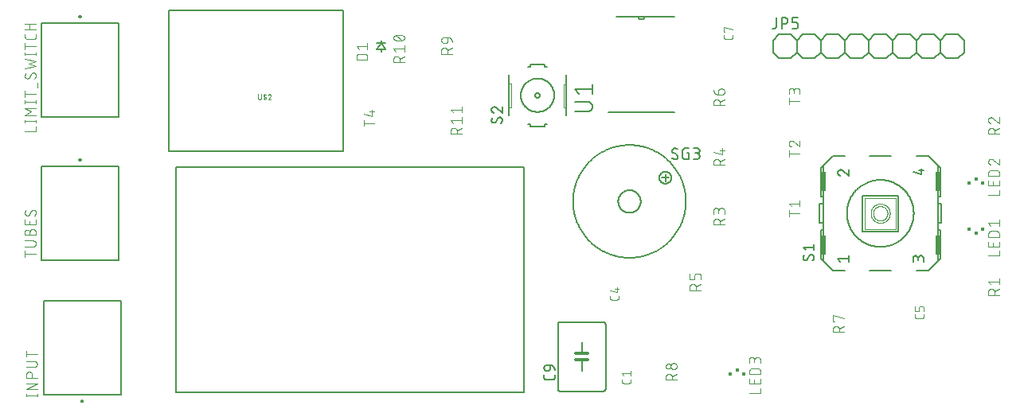
<source format=gbr>
G04 EAGLE Gerber RS-274X export*
G75*
%MOMM*%
%FSLAX34Y34*%
%LPD*%
%INSilkscreen Top*%
%IPPOS*%
%AMOC8*
5,1,8,0,0,1.08239X$1,22.5*%
G01*
%ADD10C,0.076200*%
%ADD11C,0.304800*%
%ADD12C,0.152400*%
%ADD13C,0.127000*%
%ADD14C,0.101600*%
%ADD15R,0.325000X0.425000*%
%ADD16R,0.350000X0.350000*%
%ADD17C,0.050800*%
%ADD18R,0.508000X2.159000*%
%ADD19C,0.203200*%
%ADD20C,0.200000*%


D10*
X687119Y77458D02*
X687119Y75369D01*
X687117Y75280D01*
X687111Y75192D01*
X687102Y75104D01*
X687089Y75016D01*
X687072Y74929D01*
X687052Y74843D01*
X687027Y74758D01*
X687000Y74673D01*
X686968Y74590D01*
X686934Y74509D01*
X686895Y74429D01*
X686854Y74351D01*
X686809Y74274D01*
X686761Y74200D01*
X686710Y74127D01*
X686656Y74057D01*
X686598Y73990D01*
X686538Y73924D01*
X686476Y73862D01*
X686410Y73802D01*
X686343Y73744D01*
X686273Y73690D01*
X686200Y73639D01*
X686126Y73591D01*
X686049Y73546D01*
X685971Y73505D01*
X685891Y73466D01*
X685810Y73432D01*
X685727Y73400D01*
X685642Y73373D01*
X685557Y73348D01*
X685471Y73328D01*
X685384Y73311D01*
X685296Y73298D01*
X685208Y73289D01*
X685120Y73283D01*
X685031Y73281D01*
X679809Y73281D01*
X679718Y73283D01*
X679627Y73289D01*
X679536Y73299D01*
X679446Y73313D01*
X679357Y73331D01*
X679268Y73352D01*
X679181Y73378D01*
X679095Y73407D01*
X679010Y73440D01*
X678926Y73477D01*
X678844Y73517D01*
X678765Y73561D01*
X678687Y73608D01*
X678611Y73659D01*
X678537Y73713D01*
X678466Y73770D01*
X678398Y73830D01*
X678332Y73893D01*
X678269Y73959D01*
X678209Y74027D01*
X678152Y74098D01*
X678098Y74172D01*
X678047Y74248D01*
X678000Y74325D01*
X677956Y74405D01*
X677916Y74487D01*
X677879Y74571D01*
X677846Y74655D01*
X677817Y74742D01*
X677791Y74829D01*
X677770Y74918D01*
X677752Y75007D01*
X677738Y75097D01*
X677728Y75188D01*
X677722Y75279D01*
X677720Y75370D01*
X677721Y75369D02*
X677721Y77458D01*
X679809Y80927D02*
X677721Y83537D01*
X687119Y83537D01*
X687119Y80927D02*
X687119Y86148D01*
X674419Y164269D02*
X674419Y166358D01*
X674419Y164269D02*
X674417Y164180D01*
X674411Y164092D01*
X674402Y164004D01*
X674389Y163916D01*
X674372Y163829D01*
X674352Y163743D01*
X674327Y163658D01*
X674300Y163573D01*
X674268Y163490D01*
X674234Y163409D01*
X674195Y163329D01*
X674154Y163251D01*
X674109Y163174D01*
X674061Y163100D01*
X674010Y163027D01*
X673956Y162957D01*
X673898Y162890D01*
X673838Y162824D01*
X673776Y162762D01*
X673710Y162702D01*
X673643Y162644D01*
X673573Y162590D01*
X673500Y162539D01*
X673426Y162491D01*
X673349Y162446D01*
X673271Y162405D01*
X673191Y162366D01*
X673110Y162332D01*
X673027Y162300D01*
X672942Y162273D01*
X672857Y162248D01*
X672771Y162228D01*
X672684Y162211D01*
X672596Y162198D01*
X672508Y162189D01*
X672420Y162183D01*
X672331Y162181D01*
X667109Y162181D01*
X667018Y162183D01*
X666927Y162189D01*
X666836Y162199D01*
X666746Y162213D01*
X666657Y162231D01*
X666568Y162252D01*
X666481Y162278D01*
X666395Y162307D01*
X666310Y162340D01*
X666226Y162377D01*
X666144Y162417D01*
X666065Y162461D01*
X665987Y162508D01*
X665911Y162559D01*
X665837Y162613D01*
X665766Y162670D01*
X665698Y162730D01*
X665632Y162793D01*
X665569Y162859D01*
X665509Y162927D01*
X665452Y162998D01*
X665398Y163072D01*
X665347Y163148D01*
X665300Y163225D01*
X665256Y163305D01*
X665216Y163387D01*
X665179Y163471D01*
X665146Y163555D01*
X665117Y163642D01*
X665091Y163729D01*
X665070Y163818D01*
X665052Y163907D01*
X665038Y163997D01*
X665028Y164088D01*
X665022Y164179D01*
X665020Y164270D01*
X665021Y164269D02*
X665021Y166358D01*
X665021Y171915D02*
X672331Y169827D01*
X672331Y175048D01*
X674419Y173481D02*
X670242Y173481D01*
X998679Y146629D02*
X998679Y144541D01*
X998677Y144452D01*
X998671Y144364D01*
X998662Y144276D01*
X998649Y144188D01*
X998632Y144101D01*
X998612Y144015D01*
X998587Y143930D01*
X998560Y143845D01*
X998528Y143762D01*
X998494Y143681D01*
X998455Y143601D01*
X998414Y143523D01*
X998369Y143446D01*
X998321Y143372D01*
X998270Y143299D01*
X998216Y143229D01*
X998158Y143162D01*
X998098Y143096D01*
X998036Y143034D01*
X997970Y142974D01*
X997903Y142916D01*
X997833Y142862D01*
X997760Y142811D01*
X997686Y142763D01*
X997609Y142718D01*
X997531Y142677D01*
X997451Y142638D01*
X997370Y142604D01*
X997287Y142572D01*
X997202Y142545D01*
X997117Y142520D01*
X997031Y142500D01*
X996944Y142483D01*
X996856Y142470D01*
X996768Y142461D01*
X996680Y142455D01*
X996591Y142453D01*
X996591Y142452D02*
X991369Y142452D01*
X991278Y142454D01*
X991187Y142460D01*
X991096Y142470D01*
X991006Y142484D01*
X990917Y142502D01*
X990828Y142523D01*
X990741Y142549D01*
X990655Y142578D01*
X990570Y142611D01*
X990486Y142648D01*
X990404Y142688D01*
X990325Y142732D01*
X990247Y142779D01*
X990171Y142830D01*
X990097Y142884D01*
X990026Y142941D01*
X989958Y143001D01*
X989892Y143064D01*
X989829Y143130D01*
X989769Y143198D01*
X989712Y143269D01*
X989658Y143343D01*
X989607Y143419D01*
X989560Y143496D01*
X989516Y143576D01*
X989476Y143658D01*
X989439Y143742D01*
X989406Y143826D01*
X989377Y143913D01*
X989351Y144000D01*
X989330Y144089D01*
X989312Y144178D01*
X989298Y144268D01*
X989288Y144359D01*
X989282Y144450D01*
X989280Y144541D01*
X989281Y144541D02*
X989281Y146629D01*
X998679Y150098D02*
X998679Y153231D01*
X998677Y153320D01*
X998671Y153408D01*
X998662Y153496D01*
X998649Y153584D01*
X998632Y153671D01*
X998612Y153757D01*
X998587Y153842D01*
X998560Y153927D01*
X998528Y154010D01*
X998494Y154091D01*
X998455Y154171D01*
X998414Y154249D01*
X998369Y154326D01*
X998321Y154400D01*
X998270Y154473D01*
X998216Y154543D01*
X998158Y154610D01*
X998098Y154676D01*
X998036Y154738D01*
X997970Y154798D01*
X997903Y154856D01*
X997833Y154910D01*
X997760Y154961D01*
X997686Y155009D01*
X997609Y155054D01*
X997531Y155095D01*
X997451Y155134D01*
X997370Y155168D01*
X997287Y155200D01*
X997202Y155227D01*
X997117Y155252D01*
X997031Y155272D01*
X996944Y155289D01*
X996856Y155302D01*
X996768Y155311D01*
X996680Y155317D01*
X996591Y155319D01*
X995546Y155319D01*
X995457Y155317D01*
X995369Y155311D01*
X995281Y155302D01*
X995193Y155289D01*
X995106Y155272D01*
X995020Y155252D01*
X994935Y155227D01*
X994850Y155200D01*
X994767Y155168D01*
X994686Y155134D01*
X994606Y155095D01*
X994528Y155054D01*
X994451Y155009D01*
X994377Y154961D01*
X994304Y154910D01*
X994234Y154856D01*
X994167Y154798D01*
X994101Y154738D01*
X994039Y154676D01*
X993979Y154610D01*
X993921Y154543D01*
X993867Y154473D01*
X993816Y154400D01*
X993768Y154326D01*
X993723Y154249D01*
X993682Y154171D01*
X993643Y154091D01*
X993609Y154010D01*
X993577Y153927D01*
X993550Y153842D01*
X993525Y153757D01*
X993505Y153671D01*
X993488Y153584D01*
X993475Y153496D01*
X993466Y153408D01*
X993460Y153320D01*
X993458Y153231D01*
X993458Y150098D01*
X989281Y150098D01*
X989281Y155319D01*
X795479Y441721D02*
X795479Y443809D01*
X795479Y441721D02*
X795477Y441632D01*
X795471Y441544D01*
X795462Y441456D01*
X795449Y441368D01*
X795432Y441281D01*
X795412Y441195D01*
X795387Y441110D01*
X795360Y441025D01*
X795328Y440942D01*
X795294Y440861D01*
X795255Y440781D01*
X795214Y440703D01*
X795169Y440626D01*
X795121Y440552D01*
X795070Y440479D01*
X795016Y440409D01*
X794958Y440342D01*
X794898Y440276D01*
X794836Y440214D01*
X794770Y440154D01*
X794703Y440096D01*
X794633Y440042D01*
X794560Y439991D01*
X794486Y439943D01*
X794409Y439898D01*
X794331Y439857D01*
X794251Y439818D01*
X794170Y439784D01*
X794087Y439752D01*
X794002Y439725D01*
X793917Y439700D01*
X793831Y439680D01*
X793744Y439663D01*
X793656Y439650D01*
X793568Y439641D01*
X793480Y439635D01*
X793391Y439633D01*
X793391Y439632D02*
X788169Y439632D01*
X788078Y439634D01*
X787987Y439640D01*
X787896Y439650D01*
X787806Y439664D01*
X787717Y439682D01*
X787628Y439703D01*
X787541Y439729D01*
X787455Y439758D01*
X787370Y439791D01*
X787286Y439828D01*
X787204Y439868D01*
X787125Y439912D01*
X787047Y439959D01*
X786971Y440010D01*
X786897Y440064D01*
X786826Y440121D01*
X786758Y440181D01*
X786692Y440244D01*
X786629Y440310D01*
X786569Y440378D01*
X786512Y440449D01*
X786458Y440523D01*
X786407Y440599D01*
X786360Y440676D01*
X786316Y440756D01*
X786276Y440838D01*
X786239Y440922D01*
X786206Y441006D01*
X786177Y441093D01*
X786151Y441180D01*
X786130Y441269D01*
X786112Y441358D01*
X786098Y441448D01*
X786088Y441539D01*
X786082Y441630D01*
X786080Y441721D01*
X786081Y441721D02*
X786081Y443809D01*
X786081Y447278D02*
X787125Y447278D01*
X786081Y447278D02*
X786081Y452499D01*
X795479Y449888D01*
D11*
X635000Y98552D02*
X628650Y98552D01*
X635000Y98552D02*
X641350Y98552D01*
D12*
X635000Y98552D02*
X635000Y86360D01*
D11*
X635000Y104902D02*
X628650Y104902D01*
X635000Y104902D02*
X641350Y104902D01*
D12*
X635000Y104902D02*
X635000Y116840D01*
X612140Y64770D02*
X657860Y64770D01*
X660400Y67310D02*
X660400Y135890D01*
X657860Y138430D02*
X612140Y138430D01*
X609600Y135890D02*
X609600Y67310D01*
X609600Y135890D02*
X609602Y135990D01*
X609608Y136089D01*
X609618Y136189D01*
X609631Y136287D01*
X609649Y136386D01*
X609670Y136483D01*
X609695Y136579D01*
X609724Y136675D01*
X609757Y136769D01*
X609793Y136862D01*
X609833Y136953D01*
X609877Y137043D01*
X609924Y137131D01*
X609974Y137217D01*
X610028Y137301D01*
X610085Y137383D01*
X610145Y137462D01*
X610209Y137540D01*
X610275Y137614D01*
X610344Y137686D01*
X610416Y137755D01*
X610490Y137821D01*
X610568Y137885D01*
X610647Y137945D01*
X610729Y138002D01*
X610813Y138056D01*
X610899Y138106D01*
X610987Y138153D01*
X611077Y138197D01*
X611168Y138237D01*
X611261Y138273D01*
X611355Y138306D01*
X611451Y138335D01*
X611547Y138360D01*
X611644Y138381D01*
X611743Y138399D01*
X611841Y138412D01*
X611941Y138422D01*
X612040Y138428D01*
X612140Y138430D01*
X657860Y138430D02*
X657960Y138428D01*
X658059Y138422D01*
X658159Y138412D01*
X658257Y138399D01*
X658356Y138381D01*
X658453Y138360D01*
X658549Y138335D01*
X658645Y138306D01*
X658739Y138273D01*
X658832Y138237D01*
X658923Y138197D01*
X659013Y138153D01*
X659101Y138106D01*
X659187Y138056D01*
X659271Y138002D01*
X659353Y137945D01*
X659432Y137885D01*
X659510Y137821D01*
X659584Y137755D01*
X659656Y137686D01*
X659725Y137614D01*
X659791Y137540D01*
X659855Y137462D01*
X659915Y137383D01*
X659972Y137301D01*
X660026Y137217D01*
X660076Y137131D01*
X660123Y137043D01*
X660167Y136953D01*
X660207Y136862D01*
X660243Y136769D01*
X660276Y136675D01*
X660305Y136579D01*
X660330Y136483D01*
X660351Y136386D01*
X660369Y136287D01*
X660382Y136189D01*
X660392Y136089D01*
X660398Y135990D01*
X660400Y135890D01*
X660400Y67310D02*
X660398Y67210D01*
X660392Y67111D01*
X660382Y67011D01*
X660369Y66913D01*
X660351Y66814D01*
X660330Y66717D01*
X660305Y66621D01*
X660276Y66525D01*
X660243Y66431D01*
X660207Y66338D01*
X660167Y66247D01*
X660123Y66157D01*
X660076Y66069D01*
X660026Y65983D01*
X659972Y65899D01*
X659915Y65817D01*
X659855Y65738D01*
X659791Y65660D01*
X659725Y65586D01*
X659656Y65514D01*
X659584Y65445D01*
X659510Y65379D01*
X659432Y65315D01*
X659353Y65255D01*
X659271Y65198D01*
X659187Y65144D01*
X659101Y65094D01*
X659013Y65047D01*
X658923Y65003D01*
X658832Y64963D01*
X658739Y64927D01*
X658645Y64894D01*
X658549Y64865D01*
X658453Y64840D01*
X658356Y64819D01*
X658257Y64801D01*
X658159Y64788D01*
X658059Y64778D01*
X657960Y64772D01*
X657860Y64770D01*
X612140Y64770D02*
X612040Y64772D01*
X611941Y64778D01*
X611841Y64788D01*
X611743Y64801D01*
X611644Y64819D01*
X611547Y64840D01*
X611451Y64865D01*
X611355Y64894D01*
X611261Y64927D01*
X611168Y64963D01*
X611077Y65003D01*
X610987Y65047D01*
X610899Y65094D01*
X610813Y65144D01*
X610729Y65198D01*
X610647Y65255D01*
X610568Y65315D01*
X610490Y65379D01*
X610416Y65445D01*
X610344Y65514D01*
X610275Y65586D01*
X610209Y65660D01*
X610145Y65738D01*
X610085Y65817D01*
X610028Y65899D01*
X609974Y65983D01*
X609924Y66069D01*
X609877Y66157D01*
X609833Y66247D01*
X609793Y66338D01*
X609757Y66431D01*
X609724Y66525D01*
X609695Y66621D01*
X609670Y66717D01*
X609649Y66814D01*
X609631Y66913D01*
X609618Y67011D01*
X609608Y67111D01*
X609602Y67210D01*
X609600Y67310D01*
D13*
X606425Y79375D02*
X606425Y81915D01*
X606425Y79375D02*
X606423Y79275D01*
X606417Y79176D01*
X606407Y79076D01*
X606394Y78978D01*
X606376Y78879D01*
X606355Y78782D01*
X606330Y78686D01*
X606301Y78590D01*
X606268Y78496D01*
X606232Y78403D01*
X606192Y78312D01*
X606148Y78222D01*
X606101Y78134D01*
X606051Y78048D01*
X605997Y77964D01*
X605940Y77882D01*
X605880Y77803D01*
X605816Y77725D01*
X605750Y77651D01*
X605681Y77579D01*
X605609Y77510D01*
X605535Y77444D01*
X605457Y77380D01*
X605378Y77320D01*
X605296Y77263D01*
X605212Y77209D01*
X605126Y77159D01*
X605038Y77112D01*
X604948Y77068D01*
X604857Y77028D01*
X604764Y76992D01*
X604670Y76959D01*
X604574Y76930D01*
X604478Y76905D01*
X604381Y76884D01*
X604282Y76866D01*
X604184Y76853D01*
X604084Y76843D01*
X603985Y76837D01*
X603885Y76835D01*
X597535Y76835D01*
X597435Y76837D01*
X597336Y76843D01*
X597236Y76853D01*
X597138Y76866D01*
X597039Y76884D01*
X596942Y76905D01*
X596846Y76930D01*
X596750Y76959D01*
X596656Y76992D01*
X596563Y77028D01*
X596472Y77068D01*
X596382Y77112D01*
X596294Y77159D01*
X596208Y77209D01*
X596124Y77263D01*
X596042Y77320D01*
X595963Y77380D01*
X595885Y77444D01*
X595811Y77510D01*
X595739Y77579D01*
X595670Y77651D01*
X595604Y77725D01*
X595540Y77803D01*
X595480Y77882D01*
X595423Y77964D01*
X595369Y78048D01*
X595319Y78134D01*
X595272Y78222D01*
X595228Y78312D01*
X595188Y78403D01*
X595152Y78496D01*
X595119Y78590D01*
X595090Y78686D01*
X595065Y78782D01*
X595044Y78879D01*
X595026Y78978D01*
X595013Y79076D01*
X595003Y79176D01*
X594997Y79275D01*
X594995Y79375D01*
X594995Y81915D01*
X601345Y88937D02*
X601345Y92747D01*
X601345Y88937D02*
X601343Y88837D01*
X601337Y88738D01*
X601327Y88638D01*
X601314Y88540D01*
X601296Y88441D01*
X601275Y88344D01*
X601250Y88248D01*
X601221Y88152D01*
X601188Y88058D01*
X601152Y87965D01*
X601112Y87874D01*
X601068Y87784D01*
X601021Y87696D01*
X600971Y87610D01*
X600917Y87526D01*
X600860Y87444D01*
X600800Y87365D01*
X600736Y87287D01*
X600670Y87213D01*
X600601Y87141D01*
X600529Y87072D01*
X600455Y87006D01*
X600377Y86942D01*
X600298Y86882D01*
X600216Y86825D01*
X600132Y86771D01*
X600046Y86721D01*
X599958Y86674D01*
X599868Y86630D01*
X599777Y86590D01*
X599684Y86554D01*
X599590Y86521D01*
X599494Y86492D01*
X599398Y86467D01*
X599301Y86446D01*
X599202Y86428D01*
X599104Y86415D01*
X599004Y86405D01*
X598905Y86399D01*
X598805Y86397D01*
X598170Y86397D01*
X598059Y86399D01*
X597949Y86405D01*
X597838Y86414D01*
X597728Y86428D01*
X597619Y86445D01*
X597510Y86466D01*
X597402Y86491D01*
X597295Y86520D01*
X597189Y86552D01*
X597084Y86588D01*
X596981Y86628D01*
X596879Y86671D01*
X596778Y86718D01*
X596679Y86769D01*
X596583Y86822D01*
X596488Y86879D01*
X596395Y86940D01*
X596304Y87003D01*
X596215Y87070D01*
X596129Y87140D01*
X596046Y87213D01*
X595964Y87288D01*
X595886Y87366D01*
X595811Y87448D01*
X595738Y87531D01*
X595668Y87617D01*
X595601Y87706D01*
X595538Y87797D01*
X595477Y87890D01*
X595420Y87984D01*
X595367Y88081D01*
X595316Y88180D01*
X595269Y88281D01*
X595226Y88383D01*
X595186Y88486D01*
X595150Y88591D01*
X595118Y88697D01*
X595089Y88804D01*
X595064Y88912D01*
X595043Y89021D01*
X595026Y89130D01*
X595012Y89240D01*
X595003Y89351D01*
X594997Y89461D01*
X594995Y89572D01*
X594997Y89683D01*
X595003Y89793D01*
X595012Y89904D01*
X595026Y90014D01*
X595043Y90123D01*
X595064Y90232D01*
X595089Y90340D01*
X595118Y90447D01*
X595150Y90553D01*
X595186Y90658D01*
X595226Y90761D01*
X595269Y90863D01*
X595316Y90964D01*
X595367Y91063D01*
X595420Y91160D01*
X595477Y91254D01*
X595538Y91347D01*
X595601Y91438D01*
X595668Y91527D01*
X595738Y91613D01*
X595811Y91696D01*
X595886Y91778D01*
X595964Y91856D01*
X596046Y91931D01*
X596129Y92004D01*
X596215Y92074D01*
X596304Y92141D01*
X596395Y92204D01*
X596488Y92265D01*
X596583Y92322D01*
X596679Y92375D01*
X596778Y92426D01*
X596879Y92473D01*
X596981Y92516D01*
X597084Y92556D01*
X597189Y92592D01*
X597295Y92624D01*
X597402Y92653D01*
X597510Y92678D01*
X597619Y92699D01*
X597728Y92716D01*
X597838Y92730D01*
X597949Y92739D01*
X598059Y92745D01*
X598170Y92747D01*
X601345Y92747D01*
X601485Y92745D01*
X601625Y92739D01*
X601765Y92730D01*
X601904Y92716D01*
X602043Y92699D01*
X602181Y92678D01*
X602319Y92653D01*
X602456Y92624D01*
X602592Y92592D01*
X602727Y92555D01*
X602861Y92515D01*
X602994Y92472D01*
X603126Y92424D01*
X603257Y92374D01*
X603386Y92319D01*
X603513Y92261D01*
X603639Y92200D01*
X603763Y92135D01*
X603885Y92066D01*
X604005Y91995D01*
X604123Y91920D01*
X604240Y91842D01*
X604354Y91760D01*
X604465Y91676D01*
X604574Y91588D01*
X604681Y91498D01*
X604786Y91404D01*
X604887Y91308D01*
X604986Y91209D01*
X605082Y91108D01*
X605176Y91003D01*
X605266Y90896D01*
X605354Y90787D01*
X605438Y90676D01*
X605520Y90562D01*
X605598Y90445D01*
X605673Y90327D01*
X605744Y90207D01*
X605813Y90085D01*
X605878Y89961D01*
X605939Y89835D01*
X605997Y89708D01*
X606052Y89579D01*
X606102Y89448D01*
X606150Y89316D01*
X606193Y89183D01*
X606233Y89049D01*
X606270Y88914D01*
X606302Y88778D01*
X606331Y88641D01*
X606356Y88503D01*
X606377Y88365D01*
X606394Y88226D01*
X606408Y88087D01*
X606417Y87947D01*
X606423Y87807D01*
X606425Y87667D01*
X416877Y428625D02*
X421640Y434975D01*
X421640Y428625D02*
X416877Y428625D01*
X421640Y428625D02*
X426403Y428625D01*
X421640Y434975D01*
X416877Y434975D01*
X421640Y434975D02*
X426403Y434975D01*
X421640Y428625D02*
X421640Y426187D01*
X421640Y434975D02*
X421640Y437413D01*
D14*
X407162Y417068D02*
X395478Y417068D01*
X395478Y420314D01*
X395480Y420427D01*
X395486Y420540D01*
X395496Y420653D01*
X395510Y420766D01*
X395527Y420878D01*
X395549Y420989D01*
X395574Y421099D01*
X395604Y421209D01*
X395637Y421317D01*
X395674Y421424D01*
X395714Y421530D01*
X395759Y421634D01*
X395807Y421737D01*
X395858Y421838D01*
X395913Y421937D01*
X395971Y422034D01*
X396033Y422129D01*
X396098Y422222D01*
X396166Y422312D01*
X396237Y422400D01*
X396312Y422486D01*
X396389Y422569D01*
X396469Y422649D01*
X396552Y422726D01*
X396638Y422801D01*
X396726Y422872D01*
X396816Y422940D01*
X396909Y423005D01*
X397004Y423067D01*
X397101Y423125D01*
X397200Y423180D01*
X397301Y423231D01*
X397404Y423279D01*
X397508Y423324D01*
X397614Y423364D01*
X397721Y423401D01*
X397829Y423434D01*
X397939Y423464D01*
X398049Y423489D01*
X398160Y423511D01*
X398272Y423528D01*
X398385Y423542D01*
X398498Y423552D01*
X398611Y423558D01*
X398724Y423560D01*
X398724Y423559D02*
X403916Y423559D01*
X403916Y423560D02*
X404029Y423558D01*
X404142Y423552D01*
X404255Y423542D01*
X404368Y423528D01*
X404480Y423511D01*
X404591Y423489D01*
X404701Y423464D01*
X404811Y423434D01*
X404919Y423401D01*
X405026Y423364D01*
X405132Y423324D01*
X405236Y423279D01*
X405339Y423231D01*
X405440Y423180D01*
X405539Y423125D01*
X405636Y423067D01*
X405731Y423005D01*
X405824Y422940D01*
X405914Y422872D01*
X406002Y422801D01*
X406088Y422726D01*
X406171Y422649D01*
X406251Y422569D01*
X406328Y422486D01*
X406403Y422400D01*
X406474Y422312D01*
X406542Y422222D01*
X406607Y422129D01*
X406669Y422034D01*
X406727Y421937D01*
X406782Y421838D01*
X406833Y421737D01*
X406881Y421634D01*
X406926Y421530D01*
X406966Y421424D01*
X407003Y421317D01*
X407036Y421209D01*
X407066Y421099D01*
X407091Y420989D01*
X407113Y420878D01*
X407130Y420766D01*
X407144Y420653D01*
X407154Y420540D01*
X407160Y420427D01*
X407162Y420314D01*
X407162Y417068D01*
X398074Y428879D02*
X395478Y432125D01*
X407162Y432125D01*
X407162Y435370D02*
X407162Y428879D01*
D12*
X996950Y444500D02*
X1009650Y444500D01*
X1016000Y438150D01*
X1016000Y425450D01*
X1009650Y419100D01*
X971550Y444500D02*
X965200Y438150D01*
X971550Y444500D02*
X984250Y444500D01*
X990600Y438150D01*
X990600Y425450D01*
X984250Y419100D01*
X971550Y419100D01*
X965200Y425450D01*
X990600Y438150D02*
X996950Y444500D01*
X990600Y425450D02*
X996950Y419100D01*
X1009650Y419100D01*
X933450Y444500D02*
X920750Y444500D01*
X933450Y444500D02*
X939800Y438150D01*
X939800Y425450D01*
X933450Y419100D01*
X939800Y438150D02*
X946150Y444500D01*
X958850Y444500D01*
X965200Y438150D01*
X965200Y425450D01*
X958850Y419100D01*
X946150Y419100D01*
X939800Y425450D01*
X895350Y444500D02*
X889000Y438150D01*
X895350Y444500D02*
X908050Y444500D01*
X914400Y438150D01*
X914400Y425450D01*
X908050Y419100D01*
X895350Y419100D01*
X889000Y425450D01*
X914400Y438150D02*
X920750Y444500D01*
X914400Y425450D02*
X920750Y419100D01*
X933450Y419100D01*
X857250Y444500D02*
X844550Y444500D01*
X857250Y444500D02*
X863600Y438150D01*
X863600Y425450D01*
X857250Y419100D01*
X863600Y438150D02*
X869950Y444500D01*
X882650Y444500D01*
X889000Y438150D01*
X889000Y425450D01*
X882650Y419100D01*
X869950Y419100D01*
X863600Y425450D01*
X838200Y425450D02*
X838200Y438150D01*
X844550Y444500D01*
X838200Y425450D02*
X844550Y419100D01*
X857250Y419100D01*
X1022350Y444500D02*
X1035050Y444500D01*
X1041400Y438150D01*
X1041400Y425450D01*
X1035050Y419100D01*
X1016000Y438150D02*
X1022350Y444500D01*
X1016000Y425450D02*
X1022350Y419100D01*
X1035050Y419100D01*
D13*
X841883Y453263D02*
X841883Y462153D01*
X841883Y453263D02*
X841881Y453163D01*
X841875Y453064D01*
X841865Y452964D01*
X841852Y452866D01*
X841834Y452767D01*
X841813Y452670D01*
X841788Y452574D01*
X841759Y452478D01*
X841726Y452384D01*
X841690Y452291D01*
X841650Y452200D01*
X841606Y452110D01*
X841559Y452022D01*
X841509Y451936D01*
X841455Y451852D01*
X841398Y451770D01*
X841338Y451691D01*
X841274Y451613D01*
X841208Y451539D01*
X841139Y451467D01*
X841067Y451398D01*
X840993Y451332D01*
X840915Y451268D01*
X840836Y451208D01*
X840754Y451151D01*
X840670Y451097D01*
X840584Y451047D01*
X840496Y451000D01*
X840406Y450956D01*
X840315Y450916D01*
X840222Y450880D01*
X840128Y450847D01*
X840032Y450818D01*
X839936Y450793D01*
X839839Y450772D01*
X839740Y450754D01*
X839642Y450741D01*
X839542Y450731D01*
X839443Y450725D01*
X839343Y450723D01*
X838073Y450723D01*
X847863Y450723D02*
X847863Y462153D01*
X851038Y462153D01*
X851149Y462151D01*
X851259Y462145D01*
X851370Y462136D01*
X851480Y462122D01*
X851589Y462105D01*
X851698Y462084D01*
X851806Y462059D01*
X851913Y462030D01*
X852019Y461998D01*
X852124Y461962D01*
X852227Y461922D01*
X852329Y461879D01*
X852430Y461832D01*
X852529Y461781D01*
X852626Y461728D01*
X852720Y461671D01*
X852813Y461610D01*
X852904Y461547D01*
X852993Y461480D01*
X853079Y461410D01*
X853162Y461337D01*
X853244Y461262D01*
X853322Y461184D01*
X853397Y461102D01*
X853470Y461019D01*
X853540Y460933D01*
X853607Y460844D01*
X853670Y460753D01*
X853731Y460660D01*
X853788Y460565D01*
X853841Y460469D01*
X853892Y460370D01*
X853939Y460269D01*
X853982Y460167D01*
X854022Y460064D01*
X854058Y459959D01*
X854090Y459853D01*
X854119Y459746D01*
X854144Y459638D01*
X854165Y459529D01*
X854182Y459420D01*
X854196Y459310D01*
X854205Y459199D01*
X854211Y459089D01*
X854213Y458978D01*
X854211Y458867D01*
X854205Y458757D01*
X854196Y458646D01*
X854182Y458536D01*
X854165Y458427D01*
X854144Y458318D01*
X854119Y458210D01*
X854090Y458103D01*
X854058Y457997D01*
X854022Y457892D01*
X853982Y457789D01*
X853939Y457687D01*
X853892Y457586D01*
X853841Y457487D01*
X853788Y457390D01*
X853731Y457296D01*
X853670Y457203D01*
X853607Y457112D01*
X853540Y457023D01*
X853470Y456937D01*
X853397Y456854D01*
X853322Y456772D01*
X853244Y456694D01*
X853162Y456619D01*
X853079Y456546D01*
X852993Y456476D01*
X852904Y456409D01*
X852813Y456346D01*
X852720Y456285D01*
X852626Y456228D01*
X852529Y456175D01*
X852430Y456124D01*
X852329Y456077D01*
X852227Y456034D01*
X852124Y455994D01*
X852019Y455958D01*
X851913Y455926D01*
X851806Y455897D01*
X851698Y455872D01*
X851589Y455851D01*
X851480Y455834D01*
X851370Y455820D01*
X851259Y455811D01*
X851149Y455805D01*
X851038Y455803D01*
X847863Y455803D01*
X858722Y450723D02*
X862532Y450723D01*
X862632Y450725D01*
X862731Y450731D01*
X862831Y450741D01*
X862929Y450754D01*
X863028Y450772D01*
X863125Y450793D01*
X863221Y450818D01*
X863317Y450847D01*
X863411Y450880D01*
X863504Y450916D01*
X863595Y450956D01*
X863685Y451000D01*
X863773Y451047D01*
X863859Y451097D01*
X863943Y451151D01*
X864025Y451208D01*
X864104Y451268D01*
X864182Y451332D01*
X864256Y451398D01*
X864328Y451467D01*
X864397Y451539D01*
X864463Y451613D01*
X864527Y451691D01*
X864587Y451770D01*
X864644Y451852D01*
X864698Y451936D01*
X864748Y452022D01*
X864795Y452110D01*
X864839Y452200D01*
X864879Y452291D01*
X864915Y452384D01*
X864948Y452478D01*
X864977Y452574D01*
X865002Y452670D01*
X865023Y452767D01*
X865041Y452866D01*
X865054Y452964D01*
X865064Y453064D01*
X865070Y453163D01*
X865072Y453263D01*
X865072Y454533D01*
X865070Y454633D01*
X865064Y454732D01*
X865054Y454832D01*
X865041Y454930D01*
X865023Y455029D01*
X865002Y455126D01*
X864977Y455222D01*
X864948Y455318D01*
X864915Y455412D01*
X864879Y455505D01*
X864839Y455596D01*
X864795Y455686D01*
X864748Y455774D01*
X864698Y455860D01*
X864644Y455944D01*
X864587Y456026D01*
X864527Y456105D01*
X864463Y456183D01*
X864397Y456257D01*
X864328Y456329D01*
X864256Y456398D01*
X864182Y456464D01*
X864104Y456528D01*
X864025Y456588D01*
X863943Y456645D01*
X863859Y456699D01*
X863773Y456749D01*
X863685Y456796D01*
X863595Y456840D01*
X863504Y456880D01*
X863411Y456916D01*
X863317Y456949D01*
X863221Y456978D01*
X863125Y457003D01*
X863028Y457024D01*
X862929Y457042D01*
X862831Y457055D01*
X862731Y457065D01*
X862632Y457071D01*
X862532Y457073D01*
X858722Y457073D01*
X858722Y462153D01*
X865072Y462153D01*
D15*
X1047225Y236765D03*
X1060975Y236765D03*
D16*
X1054100Y232890D03*
D14*
X1067308Y208788D02*
X1078992Y208788D01*
X1078992Y213981D01*
X1078992Y218694D02*
X1078992Y223887D01*
X1078992Y218694D02*
X1067308Y218694D01*
X1067308Y223887D01*
X1072501Y222589D02*
X1072501Y218694D01*
X1067308Y228577D02*
X1078992Y228577D01*
X1067308Y228577D02*
X1067308Y231823D01*
X1067310Y231936D01*
X1067316Y232049D01*
X1067326Y232162D01*
X1067340Y232275D01*
X1067357Y232387D01*
X1067379Y232498D01*
X1067404Y232608D01*
X1067434Y232718D01*
X1067467Y232826D01*
X1067504Y232933D01*
X1067544Y233039D01*
X1067589Y233143D01*
X1067637Y233246D01*
X1067688Y233347D01*
X1067743Y233446D01*
X1067801Y233543D01*
X1067863Y233638D01*
X1067928Y233731D01*
X1067996Y233821D01*
X1068067Y233909D01*
X1068142Y233995D01*
X1068219Y234078D01*
X1068299Y234158D01*
X1068382Y234235D01*
X1068468Y234310D01*
X1068556Y234381D01*
X1068646Y234449D01*
X1068739Y234514D01*
X1068834Y234576D01*
X1068931Y234634D01*
X1069030Y234689D01*
X1069131Y234740D01*
X1069234Y234788D01*
X1069338Y234833D01*
X1069444Y234873D01*
X1069551Y234910D01*
X1069659Y234943D01*
X1069769Y234973D01*
X1069879Y234998D01*
X1069990Y235020D01*
X1070102Y235037D01*
X1070215Y235051D01*
X1070328Y235061D01*
X1070441Y235067D01*
X1070554Y235069D01*
X1075746Y235069D01*
X1075859Y235067D01*
X1075972Y235061D01*
X1076085Y235051D01*
X1076198Y235037D01*
X1076310Y235020D01*
X1076421Y234998D01*
X1076531Y234973D01*
X1076641Y234943D01*
X1076749Y234910D01*
X1076856Y234873D01*
X1076962Y234833D01*
X1077066Y234788D01*
X1077169Y234740D01*
X1077270Y234689D01*
X1077369Y234634D01*
X1077466Y234576D01*
X1077561Y234514D01*
X1077654Y234449D01*
X1077744Y234381D01*
X1077832Y234310D01*
X1077918Y234235D01*
X1078001Y234158D01*
X1078081Y234078D01*
X1078158Y233995D01*
X1078233Y233909D01*
X1078304Y233821D01*
X1078372Y233731D01*
X1078437Y233638D01*
X1078499Y233543D01*
X1078557Y233446D01*
X1078612Y233347D01*
X1078663Y233246D01*
X1078711Y233143D01*
X1078756Y233039D01*
X1078796Y232933D01*
X1078833Y232826D01*
X1078866Y232718D01*
X1078896Y232608D01*
X1078921Y232498D01*
X1078943Y232387D01*
X1078960Y232275D01*
X1078974Y232162D01*
X1078984Y232049D01*
X1078990Y231936D01*
X1078992Y231823D01*
X1078992Y228577D01*
X1069904Y240388D02*
X1067308Y243634D01*
X1078992Y243634D01*
X1078992Y246879D02*
X1078992Y240388D01*
D15*
X1060975Y286475D03*
X1047225Y286475D03*
D16*
X1054100Y290350D03*
D14*
X1067308Y273821D02*
X1078992Y273821D01*
X1078992Y279013D01*
X1078992Y283727D02*
X1078992Y288919D01*
X1078992Y283727D02*
X1067308Y283727D01*
X1067308Y288919D01*
X1072501Y287621D02*
X1072501Y283727D01*
X1067308Y293610D02*
X1078992Y293610D01*
X1067308Y293610D02*
X1067308Y296855D01*
X1067310Y296968D01*
X1067316Y297081D01*
X1067326Y297194D01*
X1067340Y297307D01*
X1067357Y297419D01*
X1067379Y297530D01*
X1067404Y297640D01*
X1067434Y297750D01*
X1067467Y297858D01*
X1067504Y297965D01*
X1067544Y298071D01*
X1067589Y298175D01*
X1067637Y298278D01*
X1067688Y298379D01*
X1067743Y298478D01*
X1067801Y298575D01*
X1067863Y298670D01*
X1067928Y298763D01*
X1067996Y298853D01*
X1068067Y298941D01*
X1068142Y299027D01*
X1068219Y299110D01*
X1068299Y299190D01*
X1068382Y299267D01*
X1068468Y299342D01*
X1068556Y299413D01*
X1068646Y299481D01*
X1068739Y299546D01*
X1068834Y299608D01*
X1068931Y299666D01*
X1069030Y299721D01*
X1069131Y299772D01*
X1069234Y299820D01*
X1069338Y299865D01*
X1069444Y299905D01*
X1069551Y299942D01*
X1069659Y299975D01*
X1069769Y300005D01*
X1069879Y300030D01*
X1069990Y300052D01*
X1070102Y300069D01*
X1070215Y300083D01*
X1070328Y300093D01*
X1070441Y300099D01*
X1070554Y300101D01*
X1075746Y300101D01*
X1075746Y300102D02*
X1075859Y300100D01*
X1075972Y300094D01*
X1076085Y300084D01*
X1076198Y300070D01*
X1076310Y300053D01*
X1076421Y300031D01*
X1076531Y300006D01*
X1076641Y299976D01*
X1076749Y299943D01*
X1076856Y299906D01*
X1076962Y299866D01*
X1077066Y299821D01*
X1077169Y299773D01*
X1077270Y299722D01*
X1077369Y299667D01*
X1077466Y299609D01*
X1077561Y299547D01*
X1077654Y299482D01*
X1077744Y299414D01*
X1077832Y299343D01*
X1077918Y299268D01*
X1078001Y299191D01*
X1078081Y299111D01*
X1078158Y299028D01*
X1078233Y298942D01*
X1078304Y298854D01*
X1078372Y298764D01*
X1078437Y298671D01*
X1078499Y298576D01*
X1078557Y298479D01*
X1078612Y298380D01*
X1078663Y298279D01*
X1078711Y298176D01*
X1078756Y298072D01*
X1078796Y297966D01*
X1078833Y297859D01*
X1078866Y297751D01*
X1078896Y297641D01*
X1078921Y297531D01*
X1078943Y297420D01*
X1078960Y297308D01*
X1078974Y297195D01*
X1078984Y297082D01*
X1078990Y296969D01*
X1078992Y296856D01*
X1078992Y296855D02*
X1078992Y293610D01*
X1067308Y308991D02*
X1067310Y309098D01*
X1067316Y309204D01*
X1067326Y309310D01*
X1067339Y309416D01*
X1067357Y309522D01*
X1067378Y309626D01*
X1067403Y309730D01*
X1067432Y309833D01*
X1067464Y309934D01*
X1067501Y310034D01*
X1067541Y310133D01*
X1067584Y310231D01*
X1067631Y310327D01*
X1067682Y310421D01*
X1067736Y310513D01*
X1067793Y310603D01*
X1067853Y310691D01*
X1067917Y310776D01*
X1067984Y310859D01*
X1068054Y310940D01*
X1068126Y311018D01*
X1068202Y311094D01*
X1068280Y311166D01*
X1068361Y311236D01*
X1068444Y311303D01*
X1068529Y311367D01*
X1068617Y311427D01*
X1068707Y311484D01*
X1068799Y311538D01*
X1068893Y311589D01*
X1068989Y311636D01*
X1069087Y311679D01*
X1069186Y311719D01*
X1069286Y311756D01*
X1069387Y311788D01*
X1069490Y311817D01*
X1069594Y311842D01*
X1069698Y311863D01*
X1069804Y311881D01*
X1069910Y311894D01*
X1070016Y311904D01*
X1070122Y311910D01*
X1070229Y311912D01*
X1067308Y308991D02*
X1067310Y308870D01*
X1067316Y308749D01*
X1067326Y308629D01*
X1067339Y308508D01*
X1067357Y308389D01*
X1067378Y308269D01*
X1067403Y308151D01*
X1067432Y308034D01*
X1067465Y307917D01*
X1067501Y307802D01*
X1067542Y307688D01*
X1067585Y307575D01*
X1067633Y307463D01*
X1067684Y307354D01*
X1067739Y307246D01*
X1067797Y307139D01*
X1067858Y307035D01*
X1067923Y306933D01*
X1067991Y306833D01*
X1068062Y306735D01*
X1068136Y306639D01*
X1068213Y306546D01*
X1068294Y306456D01*
X1068377Y306368D01*
X1068463Y306283D01*
X1068552Y306200D01*
X1068643Y306121D01*
X1068737Y306044D01*
X1068833Y305971D01*
X1068931Y305901D01*
X1069032Y305834D01*
X1069135Y305770D01*
X1069240Y305710D01*
X1069347Y305652D01*
X1069455Y305599D01*
X1069565Y305549D01*
X1069677Y305503D01*
X1069790Y305460D01*
X1069905Y305421D01*
X1072501Y310938D02*
X1072423Y311017D01*
X1072343Y311093D01*
X1072260Y311166D01*
X1072174Y311236D01*
X1072087Y311303D01*
X1071996Y311367D01*
X1071904Y311427D01*
X1071810Y311485D01*
X1071713Y311539D01*
X1071615Y311589D01*
X1071515Y311636D01*
X1071414Y311680D01*
X1071311Y311720D01*
X1071206Y311756D01*
X1071101Y311788D01*
X1070994Y311817D01*
X1070887Y311842D01*
X1070778Y311864D01*
X1070669Y311881D01*
X1070560Y311895D01*
X1070450Y311904D01*
X1070339Y311910D01*
X1070229Y311912D01*
X1072501Y310938D02*
X1078992Y305421D01*
X1078992Y311912D01*
D15*
X806975Y83275D03*
X793225Y83275D03*
D16*
X800100Y87150D03*
D14*
X813308Y63001D02*
X824992Y63001D01*
X824992Y68193D01*
X824992Y72907D02*
X824992Y78099D01*
X824992Y72907D02*
X813308Y72907D01*
X813308Y78099D01*
X818501Y76801D02*
X818501Y72907D01*
X813308Y82790D02*
X824992Y82790D01*
X813308Y82790D02*
X813308Y86035D01*
X813310Y86148D01*
X813316Y86261D01*
X813326Y86374D01*
X813340Y86487D01*
X813357Y86599D01*
X813379Y86710D01*
X813404Y86820D01*
X813434Y86930D01*
X813467Y87038D01*
X813504Y87145D01*
X813544Y87251D01*
X813589Y87355D01*
X813637Y87458D01*
X813688Y87559D01*
X813743Y87658D01*
X813801Y87755D01*
X813863Y87850D01*
X813928Y87943D01*
X813996Y88033D01*
X814067Y88121D01*
X814142Y88207D01*
X814219Y88290D01*
X814299Y88370D01*
X814382Y88447D01*
X814468Y88522D01*
X814556Y88593D01*
X814646Y88661D01*
X814739Y88726D01*
X814834Y88788D01*
X814931Y88846D01*
X815030Y88901D01*
X815131Y88952D01*
X815234Y89000D01*
X815338Y89045D01*
X815444Y89085D01*
X815551Y89122D01*
X815659Y89155D01*
X815769Y89185D01*
X815879Y89210D01*
X815990Y89232D01*
X816102Y89249D01*
X816215Y89263D01*
X816328Y89273D01*
X816441Y89279D01*
X816554Y89281D01*
X821746Y89281D01*
X821746Y89282D02*
X821859Y89280D01*
X821972Y89274D01*
X822085Y89264D01*
X822198Y89250D01*
X822310Y89233D01*
X822421Y89211D01*
X822531Y89186D01*
X822641Y89156D01*
X822749Y89123D01*
X822856Y89086D01*
X822962Y89046D01*
X823066Y89001D01*
X823169Y88953D01*
X823270Y88902D01*
X823369Y88847D01*
X823466Y88789D01*
X823561Y88727D01*
X823654Y88662D01*
X823744Y88594D01*
X823832Y88523D01*
X823918Y88448D01*
X824001Y88371D01*
X824081Y88291D01*
X824158Y88208D01*
X824233Y88122D01*
X824304Y88034D01*
X824372Y87944D01*
X824437Y87851D01*
X824499Y87756D01*
X824557Y87659D01*
X824612Y87560D01*
X824663Y87459D01*
X824711Y87356D01*
X824756Y87252D01*
X824796Y87146D01*
X824833Y87039D01*
X824866Y86931D01*
X824896Y86821D01*
X824921Y86711D01*
X824943Y86600D01*
X824960Y86488D01*
X824974Y86375D01*
X824984Y86262D01*
X824990Y86149D01*
X824992Y86036D01*
X824992Y86035D02*
X824992Y82790D01*
X824992Y94601D02*
X824992Y97846D01*
X824990Y97959D01*
X824984Y98072D01*
X824974Y98185D01*
X824960Y98298D01*
X824943Y98410D01*
X824921Y98521D01*
X824896Y98631D01*
X824866Y98741D01*
X824833Y98849D01*
X824796Y98956D01*
X824756Y99062D01*
X824711Y99166D01*
X824663Y99269D01*
X824612Y99370D01*
X824557Y99469D01*
X824499Y99566D01*
X824437Y99661D01*
X824372Y99754D01*
X824304Y99844D01*
X824233Y99932D01*
X824158Y100018D01*
X824081Y100101D01*
X824001Y100181D01*
X823918Y100258D01*
X823832Y100333D01*
X823744Y100404D01*
X823654Y100472D01*
X823561Y100537D01*
X823466Y100599D01*
X823369Y100657D01*
X823270Y100712D01*
X823169Y100763D01*
X823066Y100811D01*
X822962Y100856D01*
X822856Y100896D01*
X822749Y100933D01*
X822641Y100966D01*
X822531Y100996D01*
X822421Y101021D01*
X822310Y101043D01*
X822198Y101060D01*
X822085Y101074D01*
X821972Y101084D01*
X821859Y101090D01*
X821746Y101092D01*
X821633Y101090D01*
X821520Y101084D01*
X821407Y101074D01*
X821294Y101060D01*
X821182Y101043D01*
X821071Y101021D01*
X820961Y100996D01*
X820851Y100966D01*
X820743Y100933D01*
X820636Y100896D01*
X820530Y100856D01*
X820426Y100811D01*
X820323Y100763D01*
X820222Y100712D01*
X820123Y100657D01*
X820026Y100599D01*
X819931Y100537D01*
X819838Y100472D01*
X819748Y100404D01*
X819660Y100333D01*
X819574Y100258D01*
X819491Y100181D01*
X819411Y100101D01*
X819334Y100018D01*
X819259Y99932D01*
X819188Y99844D01*
X819120Y99754D01*
X819055Y99661D01*
X818993Y99566D01*
X818935Y99469D01*
X818880Y99370D01*
X818829Y99269D01*
X818781Y99166D01*
X818736Y99062D01*
X818696Y98956D01*
X818659Y98849D01*
X818626Y98741D01*
X818596Y98631D01*
X818571Y98521D01*
X818549Y98410D01*
X818532Y98298D01*
X818518Y98185D01*
X818508Y98072D01*
X818502Y97959D01*
X818500Y97846D01*
X813308Y98496D02*
X813308Y94601D01*
X813308Y98496D02*
X813310Y98597D01*
X813316Y98697D01*
X813326Y98797D01*
X813339Y98897D01*
X813357Y98996D01*
X813378Y99095D01*
X813403Y99192D01*
X813432Y99289D01*
X813465Y99384D01*
X813501Y99478D01*
X813541Y99570D01*
X813584Y99661D01*
X813631Y99750D01*
X813681Y99837D01*
X813735Y99923D01*
X813792Y100006D01*
X813852Y100086D01*
X813915Y100165D01*
X813982Y100241D01*
X814051Y100314D01*
X814123Y100384D01*
X814197Y100452D01*
X814274Y100517D01*
X814354Y100578D01*
X814436Y100637D01*
X814520Y100692D01*
X814606Y100744D01*
X814694Y100793D01*
X814784Y100838D01*
X814876Y100880D01*
X814969Y100918D01*
X815064Y100952D01*
X815159Y100983D01*
X815256Y101010D01*
X815354Y101033D01*
X815453Y101053D01*
X815553Y101068D01*
X815653Y101080D01*
X815753Y101088D01*
X815854Y101092D01*
X815954Y101092D01*
X816055Y101088D01*
X816155Y101080D01*
X816255Y101068D01*
X816355Y101053D01*
X816454Y101033D01*
X816552Y101010D01*
X816649Y100983D01*
X816744Y100952D01*
X816839Y100918D01*
X816932Y100880D01*
X817024Y100838D01*
X817114Y100793D01*
X817202Y100744D01*
X817288Y100692D01*
X817372Y100637D01*
X817454Y100578D01*
X817534Y100517D01*
X817611Y100452D01*
X817685Y100384D01*
X817757Y100314D01*
X817826Y100241D01*
X817893Y100165D01*
X817956Y100086D01*
X818016Y100006D01*
X818073Y99923D01*
X818127Y99837D01*
X818177Y99750D01*
X818224Y99661D01*
X818267Y99570D01*
X818307Y99478D01*
X818343Y99384D01*
X818376Y99289D01*
X818405Y99192D01*
X818430Y99095D01*
X818451Y98996D01*
X818469Y98897D01*
X818482Y98797D01*
X818492Y98697D01*
X818498Y98597D01*
X818500Y98496D01*
X818501Y98496D02*
X818501Y95899D01*
X1067308Y167065D02*
X1078992Y167065D01*
X1067308Y167065D02*
X1067308Y170310D01*
X1067310Y170423D01*
X1067316Y170536D01*
X1067326Y170649D01*
X1067340Y170762D01*
X1067357Y170874D01*
X1067379Y170985D01*
X1067404Y171095D01*
X1067434Y171205D01*
X1067467Y171313D01*
X1067504Y171420D01*
X1067544Y171526D01*
X1067589Y171630D01*
X1067637Y171733D01*
X1067688Y171834D01*
X1067743Y171933D01*
X1067801Y172030D01*
X1067863Y172125D01*
X1067928Y172218D01*
X1067996Y172308D01*
X1068067Y172396D01*
X1068142Y172482D01*
X1068219Y172565D01*
X1068299Y172645D01*
X1068382Y172722D01*
X1068468Y172797D01*
X1068556Y172868D01*
X1068646Y172936D01*
X1068739Y173001D01*
X1068834Y173063D01*
X1068931Y173121D01*
X1069030Y173176D01*
X1069131Y173227D01*
X1069234Y173275D01*
X1069338Y173320D01*
X1069444Y173360D01*
X1069551Y173397D01*
X1069659Y173430D01*
X1069769Y173460D01*
X1069879Y173485D01*
X1069990Y173507D01*
X1070102Y173524D01*
X1070215Y173538D01*
X1070328Y173548D01*
X1070441Y173554D01*
X1070554Y173556D01*
X1070667Y173554D01*
X1070780Y173548D01*
X1070893Y173538D01*
X1071006Y173524D01*
X1071118Y173507D01*
X1071229Y173485D01*
X1071339Y173460D01*
X1071449Y173430D01*
X1071557Y173397D01*
X1071664Y173360D01*
X1071770Y173320D01*
X1071874Y173275D01*
X1071977Y173227D01*
X1072078Y173176D01*
X1072177Y173121D01*
X1072274Y173063D01*
X1072369Y173001D01*
X1072462Y172936D01*
X1072552Y172868D01*
X1072640Y172797D01*
X1072726Y172722D01*
X1072809Y172645D01*
X1072889Y172565D01*
X1072966Y172482D01*
X1073041Y172396D01*
X1073112Y172308D01*
X1073180Y172218D01*
X1073245Y172125D01*
X1073307Y172030D01*
X1073365Y171933D01*
X1073420Y171834D01*
X1073471Y171733D01*
X1073519Y171630D01*
X1073564Y171526D01*
X1073604Y171420D01*
X1073641Y171313D01*
X1073674Y171205D01*
X1073704Y171095D01*
X1073729Y170985D01*
X1073751Y170874D01*
X1073768Y170762D01*
X1073782Y170649D01*
X1073792Y170536D01*
X1073798Y170423D01*
X1073800Y170310D01*
X1073799Y170310D02*
X1073799Y167065D01*
X1073799Y170959D02*
X1078992Y173556D01*
X1069904Y178421D02*
X1067308Y181666D01*
X1078992Y181666D01*
X1078992Y178421D02*
X1078992Y184912D01*
X446532Y414715D02*
X434848Y414715D01*
X434848Y417960D01*
X434850Y418073D01*
X434856Y418186D01*
X434866Y418299D01*
X434880Y418412D01*
X434897Y418524D01*
X434919Y418635D01*
X434944Y418745D01*
X434974Y418855D01*
X435007Y418963D01*
X435044Y419070D01*
X435084Y419176D01*
X435129Y419280D01*
X435177Y419383D01*
X435228Y419484D01*
X435283Y419583D01*
X435341Y419680D01*
X435403Y419775D01*
X435468Y419868D01*
X435536Y419958D01*
X435607Y420046D01*
X435682Y420132D01*
X435759Y420215D01*
X435839Y420295D01*
X435922Y420372D01*
X436008Y420447D01*
X436096Y420518D01*
X436186Y420586D01*
X436279Y420651D01*
X436374Y420713D01*
X436471Y420771D01*
X436570Y420826D01*
X436671Y420877D01*
X436774Y420925D01*
X436878Y420970D01*
X436984Y421010D01*
X437091Y421047D01*
X437199Y421080D01*
X437309Y421110D01*
X437419Y421135D01*
X437530Y421157D01*
X437642Y421174D01*
X437755Y421188D01*
X437868Y421198D01*
X437981Y421204D01*
X438094Y421206D01*
X438207Y421204D01*
X438320Y421198D01*
X438433Y421188D01*
X438546Y421174D01*
X438658Y421157D01*
X438769Y421135D01*
X438879Y421110D01*
X438989Y421080D01*
X439097Y421047D01*
X439204Y421010D01*
X439310Y420970D01*
X439414Y420925D01*
X439517Y420877D01*
X439618Y420826D01*
X439717Y420771D01*
X439814Y420713D01*
X439909Y420651D01*
X440002Y420586D01*
X440092Y420518D01*
X440180Y420447D01*
X440266Y420372D01*
X440349Y420295D01*
X440429Y420215D01*
X440506Y420132D01*
X440581Y420046D01*
X440652Y419958D01*
X440720Y419868D01*
X440785Y419775D01*
X440847Y419680D01*
X440905Y419583D01*
X440960Y419484D01*
X441011Y419383D01*
X441059Y419280D01*
X441104Y419176D01*
X441144Y419070D01*
X441181Y418963D01*
X441214Y418855D01*
X441244Y418745D01*
X441269Y418635D01*
X441291Y418524D01*
X441308Y418412D01*
X441322Y418299D01*
X441332Y418186D01*
X441338Y418073D01*
X441340Y417960D01*
X441339Y417960D02*
X441339Y414715D01*
X441339Y418609D02*
X446532Y421206D01*
X437444Y426071D02*
X434848Y429316D01*
X446532Y429316D01*
X446532Y426071D02*
X446532Y432562D01*
X440690Y437501D02*
X440460Y437504D01*
X440230Y437512D01*
X440001Y437526D01*
X439772Y437545D01*
X439543Y437570D01*
X439315Y437600D01*
X439088Y437635D01*
X438862Y437676D01*
X438637Y437722D01*
X438413Y437774D01*
X438190Y437831D01*
X437969Y437893D01*
X437749Y437961D01*
X437531Y438034D01*
X437315Y438112D01*
X437101Y438195D01*
X436889Y438283D01*
X436678Y438376D01*
X436471Y438475D01*
X436471Y438474D02*
X436381Y438507D01*
X436292Y438543D01*
X436204Y438583D01*
X436119Y438627D01*
X436035Y438674D01*
X435953Y438724D01*
X435873Y438778D01*
X435796Y438834D01*
X435720Y438894D01*
X435647Y438957D01*
X435577Y439022D01*
X435509Y439091D01*
X435445Y439162D01*
X435383Y439235D01*
X435324Y439311D01*
X435268Y439389D01*
X435215Y439470D01*
X435166Y439552D01*
X435120Y439636D01*
X435077Y439723D01*
X435038Y439810D01*
X435002Y439900D01*
X434970Y439990D01*
X434942Y440082D01*
X434917Y440175D01*
X434896Y440269D01*
X434879Y440363D01*
X434865Y440458D01*
X434856Y440554D01*
X434850Y440650D01*
X434848Y440746D01*
X434850Y440842D01*
X434856Y440938D01*
X434865Y441034D01*
X434879Y441129D01*
X434896Y441223D01*
X434917Y441317D01*
X434942Y441410D01*
X434970Y441502D01*
X435002Y441592D01*
X435038Y441682D01*
X435077Y441770D01*
X435120Y441856D01*
X435166Y441940D01*
X435215Y442022D01*
X435268Y442103D01*
X435324Y442181D01*
X435383Y442257D01*
X435445Y442330D01*
X435509Y442401D01*
X435577Y442470D01*
X435647Y442535D01*
X435720Y442598D01*
X435796Y442658D01*
X435873Y442714D01*
X435953Y442768D01*
X436035Y442818D01*
X436119Y442865D01*
X436204Y442909D01*
X436292Y442949D01*
X436381Y442985D01*
X436471Y443018D01*
X436678Y443117D01*
X436889Y443210D01*
X437101Y443298D01*
X437315Y443381D01*
X437531Y443459D01*
X437749Y443532D01*
X437969Y443600D01*
X438190Y443662D01*
X438413Y443719D01*
X438637Y443771D01*
X438862Y443817D01*
X439088Y443858D01*
X439315Y443893D01*
X439543Y443923D01*
X439772Y443948D01*
X440001Y443967D01*
X440230Y443981D01*
X440460Y443989D01*
X440690Y443992D01*
X440690Y437501D02*
X440920Y437504D01*
X441150Y437512D01*
X441379Y437526D01*
X441608Y437545D01*
X441837Y437570D01*
X442065Y437600D01*
X442292Y437635D01*
X442518Y437676D01*
X442743Y437722D01*
X442967Y437774D01*
X443190Y437831D01*
X443411Y437893D01*
X443631Y437961D01*
X443849Y438034D01*
X444065Y438112D01*
X444279Y438195D01*
X444491Y438283D01*
X444702Y438376D01*
X444909Y438475D01*
X444909Y438474D02*
X444999Y438507D01*
X445088Y438543D01*
X445176Y438584D01*
X445261Y438627D01*
X445345Y438674D01*
X445427Y438724D01*
X445507Y438778D01*
X445584Y438834D01*
X445660Y438894D01*
X445733Y438957D01*
X445803Y439022D01*
X445871Y439091D01*
X445935Y439162D01*
X445997Y439235D01*
X446056Y439311D01*
X446112Y439389D01*
X446165Y439470D01*
X446214Y439552D01*
X446260Y439636D01*
X446303Y439723D01*
X446342Y439810D01*
X446378Y439900D01*
X446410Y439990D01*
X446438Y440082D01*
X446463Y440175D01*
X446484Y440269D01*
X446501Y440363D01*
X446515Y440458D01*
X446524Y440554D01*
X446530Y440650D01*
X446532Y440746D01*
X444909Y443018D02*
X444702Y443117D01*
X444491Y443210D01*
X444279Y443298D01*
X444065Y443381D01*
X443849Y443459D01*
X443631Y443532D01*
X443411Y443600D01*
X443190Y443662D01*
X442967Y443719D01*
X442743Y443771D01*
X442518Y443817D01*
X442292Y443858D01*
X442065Y443893D01*
X441837Y443923D01*
X441608Y443948D01*
X441379Y443967D01*
X441150Y443981D01*
X440920Y443989D01*
X440690Y443992D01*
X444909Y443018D02*
X444999Y442985D01*
X445088Y442949D01*
X445176Y442909D01*
X445261Y442865D01*
X445345Y442818D01*
X445427Y442768D01*
X445507Y442714D01*
X445584Y442658D01*
X445660Y442598D01*
X445733Y442535D01*
X445803Y442470D01*
X445871Y442401D01*
X445935Y442330D01*
X445997Y442257D01*
X446056Y442181D01*
X446112Y442103D01*
X446165Y442022D01*
X446214Y441940D01*
X446260Y441856D01*
X446303Y441769D01*
X446342Y441682D01*
X446378Y441592D01*
X446410Y441502D01*
X446438Y441410D01*
X446463Y441317D01*
X446484Y441223D01*
X446501Y441129D01*
X446515Y441034D01*
X446524Y440938D01*
X446530Y440842D01*
X446532Y440746D01*
X443936Y438150D02*
X437444Y443343D01*
X495808Y338515D02*
X507492Y338515D01*
X495808Y338515D02*
X495808Y341760D01*
X495810Y341873D01*
X495816Y341986D01*
X495826Y342099D01*
X495840Y342212D01*
X495857Y342324D01*
X495879Y342435D01*
X495904Y342545D01*
X495934Y342655D01*
X495967Y342763D01*
X496004Y342870D01*
X496044Y342976D01*
X496089Y343080D01*
X496137Y343183D01*
X496188Y343284D01*
X496243Y343383D01*
X496301Y343480D01*
X496363Y343575D01*
X496428Y343668D01*
X496496Y343758D01*
X496567Y343846D01*
X496642Y343932D01*
X496719Y344015D01*
X496799Y344095D01*
X496882Y344172D01*
X496968Y344247D01*
X497056Y344318D01*
X497146Y344386D01*
X497239Y344451D01*
X497334Y344513D01*
X497431Y344571D01*
X497530Y344626D01*
X497631Y344677D01*
X497734Y344725D01*
X497838Y344770D01*
X497944Y344810D01*
X498051Y344847D01*
X498159Y344880D01*
X498269Y344910D01*
X498379Y344935D01*
X498490Y344957D01*
X498602Y344974D01*
X498715Y344988D01*
X498828Y344998D01*
X498941Y345004D01*
X499054Y345006D01*
X499167Y345004D01*
X499280Y344998D01*
X499393Y344988D01*
X499506Y344974D01*
X499618Y344957D01*
X499729Y344935D01*
X499839Y344910D01*
X499949Y344880D01*
X500057Y344847D01*
X500164Y344810D01*
X500270Y344770D01*
X500374Y344725D01*
X500477Y344677D01*
X500578Y344626D01*
X500677Y344571D01*
X500774Y344513D01*
X500869Y344451D01*
X500962Y344386D01*
X501052Y344318D01*
X501140Y344247D01*
X501226Y344172D01*
X501309Y344095D01*
X501389Y344015D01*
X501466Y343932D01*
X501541Y343846D01*
X501612Y343758D01*
X501680Y343668D01*
X501745Y343575D01*
X501807Y343480D01*
X501865Y343383D01*
X501920Y343284D01*
X501971Y343183D01*
X502019Y343080D01*
X502064Y342976D01*
X502104Y342870D01*
X502141Y342763D01*
X502174Y342655D01*
X502204Y342545D01*
X502229Y342435D01*
X502251Y342324D01*
X502268Y342212D01*
X502282Y342099D01*
X502292Y341986D01*
X502298Y341873D01*
X502300Y341760D01*
X502299Y341760D02*
X502299Y338515D01*
X502299Y342409D02*
X507492Y345006D01*
X498404Y349871D02*
X495808Y353116D01*
X507492Y353116D01*
X507492Y349871D02*
X507492Y356362D01*
X498404Y361301D02*
X495808Y364546D01*
X507492Y364546D01*
X507492Y361301D02*
X507492Y367792D01*
X1067308Y338328D02*
X1078992Y338328D01*
X1067308Y338328D02*
X1067308Y341574D01*
X1067310Y341687D01*
X1067316Y341800D01*
X1067326Y341913D01*
X1067340Y342026D01*
X1067357Y342138D01*
X1067379Y342249D01*
X1067404Y342359D01*
X1067434Y342469D01*
X1067467Y342577D01*
X1067504Y342684D01*
X1067544Y342790D01*
X1067589Y342894D01*
X1067637Y342997D01*
X1067688Y343098D01*
X1067743Y343197D01*
X1067801Y343294D01*
X1067863Y343389D01*
X1067928Y343482D01*
X1067996Y343572D01*
X1068067Y343660D01*
X1068142Y343746D01*
X1068219Y343829D01*
X1068299Y343909D01*
X1068382Y343986D01*
X1068468Y344061D01*
X1068556Y344132D01*
X1068646Y344200D01*
X1068739Y344265D01*
X1068834Y344327D01*
X1068931Y344385D01*
X1069030Y344440D01*
X1069131Y344491D01*
X1069234Y344539D01*
X1069338Y344584D01*
X1069444Y344624D01*
X1069551Y344661D01*
X1069659Y344694D01*
X1069769Y344724D01*
X1069879Y344749D01*
X1069990Y344771D01*
X1070102Y344788D01*
X1070215Y344802D01*
X1070328Y344812D01*
X1070441Y344818D01*
X1070554Y344820D01*
X1070667Y344818D01*
X1070780Y344812D01*
X1070893Y344802D01*
X1071006Y344788D01*
X1071118Y344771D01*
X1071229Y344749D01*
X1071339Y344724D01*
X1071449Y344694D01*
X1071557Y344661D01*
X1071664Y344624D01*
X1071770Y344584D01*
X1071874Y344539D01*
X1071977Y344491D01*
X1072078Y344440D01*
X1072177Y344385D01*
X1072274Y344327D01*
X1072369Y344265D01*
X1072462Y344200D01*
X1072552Y344132D01*
X1072640Y344061D01*
X1072726Y343986D01*
X1072809Y343909D01*
X1072889Y343829D01*
X1072966Y343746D01*
X1073041Y343660D01*
X1073112Y343572D01*
X1073180Y343482D01*
X1073245Y343389D01*
X1073307Y343294D01*
X1073365Y343197D01*
X1073420Y343098D01*
X1073471Y342997D01*
X1073519Y342894D01*
X1073564Y342790D01*
X1073604Y342684D01*
X1073641Y342577D01*
X1073674Y342469D01*
X1073704Y342359D01*
X1073729Y342249D01*
X1073751Y342138D01*
X1073768Y342026D01*
X1073782Y341913D01*
X1073792Y341800D01*
X1073798Y341687D01*
X1073800Y341574D01*
X1073799Y341574D02*
X1073799Y338328D01*
X1073799Y342223D02*
X1078992Y344819D01*
X1070229Y356175D02*
X1070122Y356173D01*
X1070016Y356167D01*
X1069910Y356157D01*
X1069804Y356144D01*
X1069698Y356126D01*
X1069594Y356105D01*
X1069490Y356080D01*
X1069387Y356051D01*
X1069286Y356019D01*
X1069186Y355982D01*
X1069087Y355942D01*
X1068989Y355899D01*
X1068893Y355852D01*
X1068799Y355801D01*
X1068707Y355747D01*
X1068617Y355690D01*
X1068529Y355630D01*
X1068444Y355566D01*
X1068361Y355499D01*
X1068280Y355429D01*
X1068202Y355357D01*
X1068126Y355281D01*
X1068054Y355203D01*
X1067984Y355122D01*
X1067917Y355039D01*
X1067853Y354954D01*
X1067793Y354866D01*
X1067736Y354776D01*
X1067682Y354684D01*
X1067631Y354590D01*
X1067584Y354494D01*
X1067541Y354396D01*
X1067501Y354297D01*
X1067464Y354197D01*
X1067432Y354096D01*
X1067403Y353993D01*
X1067378Y353889D01*
X1067357Y353785D01*
X1067339Y353679D01*
X1067326Y353573D01*
X1067316Y353467D01*
X1067310Y353361D01*
X1067308Y353254D01*
X1067310Y353133D01*
X1067316Y353012D01*
X1067326Y352892D01*
X1067339Y352771D01*
X1067357Y352652D01*
X1067378Y352532D01*
X1067403Y352414D01*
X1067432Y352297D01*
X1067465Y352180D01*
X1067501Y352065D01*
X1067542Y351951D01*
X1067585Y351838D01*
X1067633Y351726D01*
X1067684Y351617D01*
X1067739Y351509D01*
X1067797Y351402D01*
X1067858Y351298D01*
X1067923Y351196D01*
X1067991Y351096D01*
X1068062Y350998D01*
X1068136Y350902D01*
X1068213Y350809D01*
X1068294Y350719D01*
X1068377Y350631D01*
X1068463Y350546D01*
X1068552Y350463D01*
X1068643Y350384D01*
X1068737Y350307D01*
X1068833Y350234D01*
X1068931Y350164D01*
X1069032Y350097D01*
X1069135Y350033D01*
X1069240Y349973D01*
X1069347Y349915D01*
X1069455Y349862D01*
X1069565Y349812D01*
X1069677Y349766D01*
X1069790Y349723D01*
X1069905Y349684D01*
X1072501Y355201D02*
X1072423Y355280D01*
X1072343Y355356D01*
X1072260Y355429D01*
X1072174Y355499D01*
X1072087Y355566D01*
X1071996Y355630D01*
X1071904Y355690D01*
X1071810Y355748D01*
X1071713Y355802D01*
X1071615Y355852D01*
X1071515Y355899D01*
X1071414Y355943D01*
X1071311Y355983D01*
X1071206Y356019D01*
X1071101Y356051D01*
X1070994Y356080D01*
X1070887Y356105D01*
X1070778Y356127D01*
X1070669Y356144D01*
X1070560Y356158D01*
X1070450Y356167D01*
X1070339Y356173D01*
X1070229Y356175D01*
X1072501Y355202D02*
X1078992Y349684D01*
X1078992Y356175D01*
X786892Y241808D02*
X775208Y241808D01*
X775208Y245054D01*
X775210Y245167D01*
X775216Y245280D01*
X775226Y245393D01*
X775240Y245506D01*
X775257Y245618D01*
X775279Y245729D01*
X775304Y245839D01*
X775334Y245949D01*
X775367Y246057D01*
X775404Y246164D01*
X775444Y246270D01*
X775489Y246374D01*
X775537Y246477D01*
X775588Y246578D01*
X775643Y246677D01*
X775701Y246774D01*
X775763Y246869D01*
X775828Y246962D01*
X775896Y247052D01*
X775967Y247140D01*
X776042Y247226D01*
X776119Y247309D01*
X776199Y247389D01*
X776282Y247466D01*
X776368Y247541D01*
X776456Y247612D01*
X776546Y247680D01*
X776639Y247745D01*
X776734Y247807D01*
X776831Y247865D01*
X776930Y247920D01*
X777031Y247971D01*
X777134Y248019D01*
X777238Y248064D01*
X777344Y248104D01*
X777451Y248141D01*
X777559Y248174D01*
X777669Y248204D01*
X777779Y248229D01*
X777890Y248251D01*
X778002Y248268D01*
X778115Y248282D01*
X778228Y248292D01*
X778341Y248298D01*
X778454Y248300D01*
X778567Y248298D01*
X778680Y248292D01*
X778793Y248282D01*
X778906Y248268D01*
X779018Y248251D01*
X779129Y248229D01*
X779239Y248204D01*
X779349Y248174D01*
X779457Y248141D01*
X779564Y248104D01*
X779670Y248064D01*
X779774Y248019D01*
X779877Y247971D01*
X779978Y247920D01*
X780077Y247865D01*
X780174Y247807D01*
X780269Y247745D01*
X780362Y247680D01*
X780452Y247612D01*
X780540Y247541D01*
X780626Y247466D01*
X780709Y247389D01*
X780789Y247309D01*
X780866Y247226D01*
X780941Y247140D01*
X781012Y247052D01*
X781080Y246962D01*
X781145Y246869D01*
X781207Y246774D01*
X781265Y246677D01*
X781320Y246578D01*
X781371Y246477D01*
X781419Y246374D01*
X781464Y246270D01*
X781504Y246164D01*
X781541Y246057D01*
X781574Y245949D01*
X781604Y245839D01*
X781629Y245729D01*
X781651Y245618D01*
X781668Y245506D01*
X781682Y245393D01*
X781692Y245280D01*
X781698Y245167D01*
X781700Y245054D01*
X781699Y245054D02*
X781699Y241808D01*
X781699Y245703D02*
X786892Y248299D01*
X786892Y253164D02*
X786892Y256410D01*
X786890Y256523D01*
X786884Y256636D01*
X786874Y256749D01*
X786860Y256862D01*
X786843Y256974D01*
X786821Y257085D01*
X786796Y257195D01*
X786766Y257305D01*
X786733Y257413D01*
X786696Y257520D01*
X786656Y257626D01*
X786611Y257730D01*
X786563Y257833D01*
X786512Y257934D01*
X786457Y258033D01*
X786399Y258130D01*
X786337Y258225D01*
X786272Y258318D01*
X786204Y258408D01*
X786133Y258496D01*
X786058Y258582D01*
X785981Y258665D01*
X785901Y258745D01*
X785818Y258822D01*
X785732Y258897D01*
X785644Y258968D01*
X785554Y259036D01*
X785461Y259101D01*
X785366Y259163D01*
X785269Y259221D01*
X785170Y259276D01*
X785069Y259327D01*
X784966Y259375D01*
X784862Y259420D01*
X784756Y259460D01*
X784649Y259497D01*
X784541Y259530D01*
X784431Y259560D01*
X784321Y259585D01*
X784210Y259607D01*
X784098Y259624D01*
X783985Y259638D01*
X783872Y259648D01*
X783759Y259654D01*
X783646Y259656D01*
X783533Y259654D01*
X783420Y259648D01*
X783307Y259638D01*
X783194Y259624D01*
X783082Y259607D01*
X782971Y259585D01*
X782861Y259560D01*
X782751Y259530D01*
X782643Y259497D01*
X782536Y259460D01*
X782430Y259420D01*
X782326Y259375D01*
X782223Y259327D01*
X782122Y259276D01*
X782023Y259221D01*
X781926Y259163D01*
X781831Y259101D01*
X781738Y259036D01*
X781648Y258968D01*
X781560Y258897D01*
X781474Y258822D01*
X781391Y258745D01*
X781311Y258665D01*
X781234Y258582D01*
X781159Y258496D01*
X781088Y258408D01*
X781020Y258318D01*
X780955Y258225D01*
X780893Y258130D01*
X780835Y258033D01*
X780780Y257934D01*
X780729Y257833D01*
X780681Y257730D01*
X780636Y257626D01*
X780596Y257520D01*
X780559Y257413D01*
X780526Y257305D01*
X780496Y257195D01*
X780471Y257085D01*
X780449Y256974D01*
X780432Y256862D01*
X780418Y256749D01*
X780408Y256636D01*
X780402Y256523D01*
X780400Y256410D01*
X775208Y257059D02*
X775208Y253164D01*
X775208Y257059D02*
X775210Y257160D01*
X775216Y257260D01*
X775226Y257360D01*
X775239Y257460D01*
X775257Y257559D01*
X775278Y257658D01*
X775303Y257755D01*
X775332Y257852D01*
X775365Y257947D01*
X775401Y258041D01*
X775441Y258133D01*
X775484Y258224D01*
X775531Y258313D01*
X775581Y258400D01*
X775635Y258486D01*
X775692Y258569D01*
X775752Y258649D01*
X775815Y258728D01*
X775882Y258804D01*
X775951Y258877D01*
X776023Y258947D01*
X776097Y259015D01*
X776174Y259080D01*
X776254Y259141D01*
X776336Y259200D01*
X776420Y259255D01*
X776506Y259307D01*
X776594Y259356D01*
X776684Y259401D01*
X776776Y259443D01*
X776869Y259481D01*
X776964Y259515D01*
X777059Y259546D01*
X777156Y259573D01*
X777254Y259596D01*
X777353Y259616D01*
X777453Y259631D01*
X777553Y259643D01*
X777653Y259651D01*
X777754Y259655D01*
X777854Y259655D01*
X777955Y259651D01*
X778055Y259643D01*
X778155Y259631D01*
X778255Y259616D01*
X778354Y259596D01*
X778452Y259573D01*
X778549Y259546D01*
X778644Y259515D01*
X778739Y259481D01*
X778832Y259443D01*
X778924Y259401D01*
X779014Y259356D01*
X779102Y259307D01*
X779188Y259255D01*
X779272Y259200D01*
X779354Y259141D01*
X779434Y259080D01*
X779511Y259015D01*
X779585Y258947D01*
X779657Y258877D01*
X779726Y258804D01*
X779793Y258728D01*
X779856Y258649D01*
X779916Y258569D01*
X779973Y258486D01*
X780027Y258400D01*
X780077Y258313D01*
X780124Y258224D01*
X780167Y258133D01*
X780207Y258041D01*
X780243Y257947D01*
X780276Y257852D01*
X780305Y257755D01*
X780330Y257658D01*
X780351Y257559D01*
X780369Y257460D01*
X780382Y257360D01*
X780392Y257260D01*
X780398Y257160D01*
X780400Y257059D01*
X780401Y257059D02*
X780401Y254463D01*
X775208Y305308D02*
X786892Y305308D01*
X775208Y305308D02*
X775208Y308554D01*
X775210Y308667D01*
X775216Y308780D01*
X775226Y308893D01*
X775240Y309006D01*
X775257Y309118D01*
X775279Y309229D01*
X775304Y309339D01*
X775334Y309449D01*
X775367Y309557D01*
X775404Y309664D01*
X775444Y309770D01*
X775489Y309874D01*
X775537Y309977D01*
X775588Y310078D01*
X775643Y310177D01*
X775701Y310274D01*
X775763Y310369D01*
X775828Y310462D01*
X775896Y310552D01*
X775967Y310640D01*
X776042Y310726D01*
X776119Y310809D01*
X776199Y310889D01*
X776282Y310966D01*
X776368Y311041D01*
X776456Y311112D01*
X776546Y311180D01*
X776639Y311245D01*
X776734Y311307D01*
X776831Y311365D01*
X776930Y311420D01*
X777031Y311471D01*
X777134Y311519D01*
X777238Y311564D01*
X777344Y311604D01*
X777451Y311641D01*
X777559Y311674D01*
X777669Y311704D01*
X777779Y311729D01*
X777890Y311751D01*
X778002Y311768D01*
X778115Y311782D01*
X778228Y311792D01*
X778341Y311798D01*
X778454Y311800D01*
X778567Y311798D01*
X778680Y311792D01*
X778793Y311782D01*
X778906Y311768D01*
X779018Y311751D01*
X779129Y311729D01*
X779239Y311704D01*
X779349Y311674D01*
X779457Y311641D01*
X779564Y311604D01*
X779670Y311564D01*
X779774Y311519D01*
X779877Y311471D01*
X779978Y311420D01*
X780077Y311365D01*
X780174Y311307D01*
X780269Y311245D01*
X780362Y311180D01*
X780452Y311112D01*
X780540Y311041D01*
X780626Y310966D01*
X780709Y310889D01*
X780789Y310809D01*
X780866Y310726D01*
X780941Y310640D01*
X781012Y310552D01*
X781080Y310462D01*
X781145Y310369D01*
X781207Y310274D01*
X781265Y310177D01*
X781320Y310078D01*
X781371Y309977D01*
X781419Y309874D01*
X781464Y309770D01*
X781504Y309664D01*
X781541Y309557D01*
X781574Y309449D01*
X781604Y309339D01*
X781629Y309229D01*
X781651Y309118D01*
X781668Y309006D01*
X781682Y308893D01*
X781692Y308780D01*
X781698Y308667D01*
X781700Y308554D01*
X781699Y308554D02*
X781699Y305308D01*
X781699Y309203D02*
X786892Y311799D01*
X784296Y316664D02*
X775208Y319261D01*
X784296Y316664D02*
X784296Y323155D01*
X781699Y321208D02*
X786892Y321208D01*
X761492Y172145D02*
X749808Y172145D01*
X749808Y175390D01*
X749810Y175503D01*
X749816Y175616D01*
X749826Y175729D01*
X749840Y175842D01*
X749857Y175954D01*
X749879Y176065D01*
X749904Y176175D01*
X749934Y176285D01*
X749967Y176393D01*
X750004Y176500D01*
X750044Y176606D01*
X750089Y176710D01*
X750137Y176813D01*
X750188Y176914D01*
X750243Y177013D01*
X750301Y177110D01*
X750363Y177205D01*
X750428Y177298D01*
X750496Y177388D01*
X750567Y177476D01*
X750642Y177562D01*
X750719Y177645D01*
X750799Y177725D01*
X750882Y177802D01*
X750968Y177877D01*
X751056Y177948D01*
X751146Y178016D01*
X751239Y178081D01*
X751334Y178143D01*
X751431Y178201D01*
X751530Y178256D01*
X751631Y178307D01*
X751734Y178355D01*
X751838Y178400D01*
X751944Y178440D01*
X752051Y178477D01*
X752159Y178510D01*
X752269Y178540D01*
X752379Y178565D01*
X752490Y178587D01*
X752602Y178604D01*
X752715Y178618D01*
X752828Y178628D01*
X752941Y178634D01*
X753054Y178636D01*
X753167Y178634D01*
X753280Y178628D01*
X753393Y178618D01*
X753506Y178604D01*
X753618Y178587D01*
X753729Y178565D01*
X753839Y178540D01*
X753949Y178510D01*
X754057Y178477D01*
X754164Y178440D01*
X754270Y178400D01*
X754374Y178355D01*
X754477Y178307D01*
X754578Y178256D01*
X754677Y178201D01*
X754774Y178143D01*
X754869Y178081D01*
X754962Y178016D01*
X755052Y177948D01*
X755140Y177877D01*
X755226Y177802D01*
X755309Y177725D01*
X755389Y177645D01*
X755466Y177562D01*
X755541Y177476D01*
X755612Y177388D01*
X755680Y177298D01*
X755745Y177205D01*
X755807Y177110D01*
X755865Y177013D01*
X755920Y176914D01*
X755971Y176813D01*
X756019Y176710D01*
X756064Y176606D01*
X756104Y176500D01*
X756141Y176393D01*
X756174Y176285D01*
X756204Y176175D01*
X756229Y176065D01*
X756251Y175954D01*
X756268Y175842D01*
X756282Y175729D01*
X756292Y175616D01*
X756298Y175503D01*
X756300Y175390D01*
X756299Y175390D02*
X756299Y172145D01*
X756299Y176039D02*
X761492Y178636D01*
X761492Y183501D02*
X761492Y187396D01*
X761490Y187495D01*
X761484Y187595D01*
X761475Y187694D01*
X761462Y187792D01*
X761445Y187890D01*
X761424Y187988D01*
X761399Y188084D01*
X761371Y188179D01*
X761339Y188273D01*
X761304Y188366D01*
X761265Y188458D01*
X761222Y188548D01*
X761177Y188636D01*
X761127Y188723D01*
X761075Y188807D01*
X761019Y188890D01*
X760961Y188970D01*
X760899Y189048D01*
X760834Y189123D01*
X760766Y189196D01*
X760696Y189266D01*
X760623Y189334D01*
X760548Y189399D01*
X760470Y189461D01*
X760390Y189519D01*
X760307Y189575D01*
X760223Y189627D01*
X760136Y189677D01*
X760048Y189722D01*
X759958Y189765D01*
X759866Y189804D01*
X759773Y189839D01*
X759679Y189871D01*
X759584Y189899D01*
X759488Y189924D01*
X759390Y189945D01*
X759292Y189962D01*
X759194Y189975D01*
X759095Y189984D01*
X758995Y189990D01*
X758896Y189992D01*
X757597Y189992D01*
X757498Y189990D01*
X757398Y189984D01*
X757299Y189975D01*
X757201Y189962D01*
X757103Y189945D01*
X757005Y189924D01*
X756909Y189899D01*
X756814Y189871D01*
X756720Y189839D01*
X756627Y189804D01*
X756535Y189765D01*
X756445Y189722D01*
X756357Y189677D01*
X756270Y189627D01*
X756186Y189575D01*
X756103Y189519D01*
X756023Y189461D01*
X755945Y189399D01*
X755870Y189334D01*
X755797Y189266D01*
X755727Y189196D01*
X755659Y189123D01*
X755594Y189048D01*
X755532Y188970D01*
X755474Y188890D01*
X755418Y188807D01*
X755366Y188723D01*
X755316Y188636D01*
X755271Y188548D01*
X755228Y188458D01*
X755189Y188366D01*
X755154Y188273D01*
X755122Y188179D01*
X755094Y188084D01*
X755069Y187988D01*
X755048Y187890D01*
X755031Y187792D01*
X755018Y187694D01*
X755009Y187595D01*
X755003Y187495D01*
X755001Y187396D01*
X755001Y183501D01*
X749808Y183501D01*
X749808Y189992D01*
X775208Y368808D02*
X786892Y368808D01*
X775208Y368808D02*
X775208Y372054D01*
X775210Y372167D01*
X775216Y372280D01*
X775226Y372393D01*
X775240Y372506D01*
X775257Y372618D01*
X775279Y372729D01*
X775304Y372839D01*
X775334Y372949D01*
X775367Y373057D01*
X775404Y373164D01*
X775444Y373270D01*
X775489Y373374D01*
X775537Y373477D01*
X775588Y373578D01*
X775643Y373677D01*
X775701Y373774D01*
X775763Y373869D01*
X775828Y373962D01*
X775896Y374052D01*
X775967Y374140D01*
X776042Y374226D01*
X776119Y374309D01*
X776199Y374389D01*
X776282Y374466D01*
X776368Y374541D01*
X776456Y374612D01*
X776546Y374680D01*
X776639Y374745D01*
X776734Y374807D01*
X776831Y374865D01*
X776930Y374920D01*
X777031Y374971D01*
X777134Y375019D01*
X777238Y375064D01*
X777344Y375104D01*
X777451Y375141D01*
X777559Y375174D01*
X777669Y375204D01*
X777779Y375229D01*
X777890Y375251D01*
X778002Y375268D01*
X778115Y375282D01*
X778228Y375292D01*
X778341Y375298D01*
X778454Y375300D01*
X778567Y375298D01*
X778680Y375292D01*
X778793Y375282D01*
X778906Y375268D01*
X779018Y375251D01*
X779129Y375229D01*
X779239Y375204D01*
X779349Y375174D01*
X779457Y375141D01*
X779564Y375104D01*
X779670Y375064D01*
X779774Y375019D01*
X779877Y374971D01*
X779978Y374920D01*
X780077Y374865D01*
X780174Y374807D01*
X780269Y374745D01*
X780362Y374680D01*
X780452Y374612D01*
X780540Y374541D01*
X780626Y374466D01*
X780709Y374389D01*
X780789Y374309D01*
X780866Y374226D01*
X780941Y374140D01*
X781012Y374052D01*
X781080Y373962D01*
X781145Y373869D01*
X781207Y373774D01*
X781265Y373677D01*
X781320Y373578D01*
X781371Y373477D01*
X781419Y373374D01*
X781464Y373270D01*
X781504Y373164D01*
X781541Y373057D01*
X781574Y372949D01*
X781604Y372839D01*
X781629Y372729D01*
X781651Y372618D01*
X781668Y372506D01*
X781682Y372393D01*
X781692Y372280D01*
X781698Y372167D01*
X781700Y372054D01*
X781699Y372054D02*
X781699Y368808D01*
X781699Y372703D02*
X786892Y375299D01*
X780401Y380164D02*
X780401Y384059D01*
X780403Y384158D01*
X780409Y384258D01*
X780418Y384357D01*
X780431Y384455D01*
X780448Y384553D01*
X780469Y384651D01*
X780494Y384747D01*
X780522Y384842D01*
X780554Y384936D01*
X780589Y385029D01*
X780628Y385121D01*
X780671Y385211D01*
X780716Y385299D01*
X780766Y385386D01*
X780818Y385470D01*
X780874Y385553D01*
X780932Y385633D01*
X780994Y385711D01*
X781059Y385786D01*
X781127Y385859D01*
X781197Y385929D01*
X781270Y385997D01*
X781345Y386062D01*
X781423Y386124D01*
X781503Y386182D01*
X781586Y386238D01*
X781670Y386290D01*
X781757Y386340D01*
X781845Y386385D01*
X781935Y386428D01*
X782027Y386467D01*
X782120Y386502D01*
X782214Y386534D01*
X782309Y386562D01*
X782405Y386587D01*
X782503Y386608D01*
X782601Y386625D01*
X782699Y386638D01*
X782798Y386647D01*
X782898Y386653D01*
X782997Y386655D01*
X783646Y386655D01*
X783646Y386656D02*
X783759Y386654D01*
X783872Y386648D01*
X783985Y386638D01*
X784098Y386624D01*
X784210Y386607D01*
X784321Y386585D01*
X784431Y386560D01*
X784541Y386530D01*
X784649Y386497D01*
X784756Y386460D01*
X784862Y386420D01*
X784966Y386375D01*
X785069Y386327D01*
X785170Y386276D01*
X785269Y386221D01*
X785366Y386163D01*
X785461Y386101D01*
X785554Y386036D01*
X785644Y385968D01*
X785732Y385897D01*
X785818Y385822D01*
X785901Y385745D01*
X785981Y385665D01*
X786058Y385582D01*
X786133Y385496D01*
X786204Y385408D01*
X786272Y385318D01*
X786337Y385225D01*
X786399Y385130D01*
X786457Y385033D01*
X786512Y384934D01*
X786563Y384833D01*
X786611Y384730D01*
X786656Y384626D01*
X786696Y384520D01*
X786733Y384413D01*
X786766Y384305D01*
X786796Y384195D01*
X786821Y384085D01*
X786843Y383974D01*
X786860Y383862D01*
X786874Y383749D01*
X786884Y383636D01*
X786890Y383523D01*
X786892Y383410D01*
X786890Y383297D01*
X786884Y383184D01*
X786874Y383071D01*
X786860Y382958D01*
X786843Y382846D01*
X786821Y382735D01*
X786796Y382625D01*
X786766Y382515D01*
X786733Y382407D01*
X786696Y382300D01*
X786656Y382194D01*
X786611Y382090D01*
X786563Y381987D01*
X786512Y381886D01*
X786457Y381787D01*
X786399Y381690D01*
X786337Y381595D01*
X786272Y381502D01*
X786204Y381412D01*
X786133Y381324D01*
X786058Y381238D01*
X785981Y381155D01*
X785901Y381075D01*
X785818Y380998D01*
X785732Y380923D01*
X785644Y380852D01*
X785554Y380784D01*
X785461Y380719D01*
X785366Y380657D01*
X785269Y380599D01*
X785170Y380544D01*
X785069Y380493D01*
X784966Y380445D01*
X784862Y380400D01*
X784756Y380360D01*
X784649Y380323D01*
X784541Y380290D01*
X784431Y380260D01*
X784321Y380235D01*
X784210Y380213D01*
X784098Y380196D01*
X783985Y380182D01*
X783872Y380172D01*
X783759Y380166D01*
X783646Y380164D01*
X780401Y380164D01*
X780258Y380166D01*
X780115Y380172D01*
X779972Y380182D01*
X779830Y380196D01*
X779688Y380213D01*
X779546Y380235D01*
X779405Y380260D01*
X779265Y380290D01*
X779126Y380323D01*
X778988Y380360D01*
X778851Y380401D01*
X778715Y380445D01*
X778580Y380494D01*
X778447Y380546D01*
X778315Y380601D01*
X778185Y380661D01*
X778056Y380724D01*
X777929Y380790D01*
X777805Y380860D01*
X777682Y380933D01*
X777561Y381010D01*
X777442Y381089D01*
X777326Y381173D01*
X777211Y381259D01*
X777100Y381348D01*
X776991Y381441D01*
X776884Y381536D01*
X776780Y381635D01*
X776679Y381736D01*
X776580Y381840D01*
X776485Y381946D01*
X776392Y382056D01*
X776303Y382167D01*
X776217Y382281D01*
X776134Y382398D01*
X776054Y382517D01*
X775977Y382638D01*
X775904Y382760D01*
X775834Y382885D01*
X775768Y383012D01*
X775705Y383141D01*
X775645Y383271D01*
X775590Y383403D01*
X775538Y383536D01*
X775489Y383671D01*
X775445Y383807D01*
X775404Y383944D01*
X775367Y384082D01*
X775334Y384221D01*
X775304Y384361D01*
X775279Y384502D01*
X775257Y384644D01*
X775240Y384786D01*
X775226Y384928D01*
X775216Y385071D01*
X775210Y385214D01*
X775208Y385357D01*
X902208Y127508D02*
X913892Y127508D01*
X902208Y127508D02*
X902208Y130754D01*
X902210Y130867D01*
X902216Y130980D01*
X902226Y131093D01*
X902240Y131206D01*
X902257Y131318D01*
X902279Y131429D01*
X902304Y131539D01*
X902334Y131649D01*
X902367Y131757D01*
X902404Y131864D01*
X902444Y131970D01*
X902489Y132074D01*
X902537Y132177D01*
X902588Y132278D01*
X902643Y132377D01*
X902701Y132474D01*
X902763Y132569D01*
X902828Y132662D01*
X902896Y132752D01*
X902967Y132840D01*
X903042Y132926D01*
X903119Y133009D01*
X903199Y133089D01*
X903282Y133166D01*
X903368Y133241D01*
X903456Y133312D01*
X903546Y133380D01*
X903639Y133445D01*
X903734Y133507D01*
X903831Y133565D01*
X903930Y133620D01*
X904031Y133671D01*
X904134Y133719D01*
X904238Y133764D01*
X904344Y133804D01*
X904451Y133841D01*
X904559Y133874D01*
X904669Y133904D01*
X904779Y133929D01*
X904890Y133951D01*
X905002Y133968D01*
X905115Y133982D01*
X905228Y133992D01*
X905341Y133998D01*
X905454Y134000D01*
X905567Y133998D01*
X905680Y133992D01*
X905793Y133982D01*
X905906Y133968D01*
X906018Y133951D01*
X906129Y133929D01*
X906239Y133904D01*
X906349Y133874D01*
X906457Y133841D01*
X906564Y133804D01*
X906670Y133764D01*
X906774Y133719D01*
X906877Y133671D01*
X906978Y133620D01*
X907077Y133565D01*
X907174Y133507D01*
X907269Y133445D01*
X907362Y133380D01*
X907452Y133312D01*
X907540Y133241D01*
X907626Y133166D01*
X907709Y133089D01*
X907789Y133009D01*
X907866Y132926D01*
X907941Y132840D01*
X908012Y132752D01*
X908080Y132662D01*
X908145Y132569D01*
X908207Y132474D01*
X908265Y132377D01*
X908320Y132278D01*
X908371Y132177D01*
X908419Y132074D01*
X908464Y131970D01*
X908504Y131864D01*
X908541Y131757D01*
X908574Y131649D01*
X908604Y131539D01*
X908629Y131429D01*
X908651Y131318D01*
X908668Y131206D01*
X908682Y131093D01*
X908692Y130980D01*
X908698Y130867D01*
X908700Y130754D01*
X908699Y130754D02*
X908699Y127508D01*
X908699Y131403D02*
X913892Y133999D01*
X903506Y138864D02*
X902208Y138864D01*
X902208Y145355D01*
X913892Y142110D01*
X497332Y423605D02*
X485648Y423605D01*
X485648Y426850D01*
X485650Y426963D01*
X485656Y427076D01*
X485666Y427189D01*
X485680Y427302D01*
X485697Y427414D01*
X485719Y427525D01*
X485744Y427635D01*
X485774Y427745D01*
X485807Y427853D01*
X485844Y427960D01*
X485884Y428066D01*
X485929Y428170D01*
X485977Y428273D01*
X486028Y428374D01*
X486083Y428473D01*
X486141Y428570D01*
X486203Y428665D01*
X486268Y428758D01*
X486336Y428848D01*
X486407Y428936D01*
X486482Y429022D01*
X486559Y429105D01*
X486639Y429185D01*
X486722Y429262D01*
X486808Y429337D01*
X486896Y429408D01*
X486986Y429476D01*
X487079Y429541D01*
X487174Y429603D01*
X487271Y429661D01*
X487370Y429716D01*
X487471Y429767D01*
X487574Y429815D01*
X487678Y429860D01*
X487784Y429900D01*
X487891Y429937D01*
X487999Y429970D01*
X488109Y430000D01*
X488219Y430025D01*
X488330Y430047D01*
X488442Y430064D01*
X488555Y430078D01*
X488668Y430088D01*
X488781Y430094D01*
X488894Y430096D01*
X489007Y430094D01*
X489120Y430088D01*
X489233Y430078D01*
X489346Y430064D01*
X489458Y430047D01*
X489569Y430025D01*
X489679Y430000D01*
X489789Y429970D01*
X489897Y429937D01*
X490004Y429900D01*
X490110Y429860D01*
X490214Y429815D01*
X490317Y429767D01*
X490418Y429716D01*
X490517Y429661D01*
X490614Y429603D01*
X490709Y429541D01*
X490802Y429476D01*
X490892Y429408D01*
X490980Y429337D01*
X491066Y429262D01*
X491149Y429185D01*
X491229Y429105D01*
X491306Y429022D01*
X491381Y428936D01*
X491452Y428848D01*
X491520Y428758D01*
X491585Y428665D01*
X491647Y428570D01*
X491705Y428473D01*
X491760Y428374D01*
X491811Y428273D01*
X491859Y428170D01*
X491904Y428066D01*
X491944Y427960D01*
X491981Y427853D01*
X492014Y427745D01*
X492044Y427635D01*
X492069Y427525D01*
X492091Y427414D01*
X492108Y427302D01*
X492122Y427189D01*
X492132Y427076D01*
X492138Y426963D01*
X492140Y426850D01*
X492139Y426850D02*
X492139Y423605D01*
X492139Y427499D02*
X497332Y430096D01*
X492139Y437557D02*
X492139Y441452D01*
X492139Y437557D02*
X492137Y437458D01*
X492131Y437358D01*
X492122Y437259D01*
X492109Y437161D01*
X492092Y437063D01*
X492071Y436965D01*
X492046Y436869D01*
X492018Y436774D01*
X491986Y436680D01*
X491951Y436587D01*
X491912Y436495D01*
X491869Y436405D01*
X491824Y436317D01*
X491774Y436230D01*
X491722Y436146D01*
X491666Y436063D01*
X491608Y435983D01*
X491546Y435905D01*
X491481Y435830D01*
X491413Y435757D01*
X491343Y435687D01*
X491270Y435619D01*
X491195Y435554D01*
X491117Y435492D01*
X491037Y435434D01*
X490954Y435378D01*
X490870Y435326D01*
X490783Y435276D01*
X490695Y435231D01*
X490605Y435188D01*
X490513Y435149D01*
X490420Y435114D01*
X490326Y435082D01*
X490231Y435054D01*
X490135Y435029D01*
X490037Y435008D01*
X489939Y434991D01*
X489841Y434978D01*
X489742Y434969D01*
X489642Y434963D01*
X489543Y434961D01*
X488894Y434961D01*
X488894Y434960D02*
X488781Y434962D01*
X488668Y434968D01*
X488555Y434978D01*
X488442Y434992D01*
X488330Y435009D01*
X488219Y435031D01*
X488109Y435056D01*
X487999Y435086D01*
X487891Y435119D01*
X487784Y435156D01*
X487678Y435196D01*
X487574Y435241D01*
X487471Y435289D01*
X487370Y435340D01*
X487271Y435395D01*
X487174Y435453D01*
X487079Y435515D01*
X486986Y435580D01*
X486896Y435648D01*
X486808Y435719D01*
X486722Y435794D01*
X486639Y435871D01*
X486559Y435951D01*
X486482Y436034D01*
X486407Y436120D01*
X486336Y436208D01*
X486268Y436298D01*
X486203Y436391D01*
X486141Y436486D01*
X486083Y436583D01*
X486028Y436682D01*
X485977Y436783D01*
X485929Y436886D01*
X485884Y436990D01*
X485844Y437096D01*
X485807Y437203D01*
X485774Y437311D01*
X485744Y437421D01*
X485719Y437531D01*
X485697Y437642D01*
X485680Y437754D01*
X485666Y437867D01*
X485656Y437980D01*
X485650Y438093D01*
X485648Y438206D01*
X485650Y438319D01*
X485656Y438432D01*
X485666Y438545D01*
X485680Y438658D01*
X485697Y438770D01*
X485719Y438881D01*
X485744Y438991D01*
X485774Y439101D01*
X485807Y439209D01*
X485844Y439316D01*
X485884Y439422D01*
X485929Y439526D01*
X485977Y439629D01*
X486028Y439730D01*
X486083Y439829D01*
X486141Y439926D01*
X486203Y440021D01*
X486268Y440114D01*
X486336Y440204D01*
X486407Y440292D01*
X486482Y440378D01*
X486559Y440461D01*
X486639Y440541D01*
X486722Y440618D01*
X486808Y440693D01*
X486896Y440764D01*
X486986Y440832D01*
X487079Y440897D01*
X487174Y440959D01*
X487271Y441017D01*
X487370Y441072D01*
X487471Y441123D01*
X487574Y441171D01*
X487678Y441216D01*
X487784Y441256D01*
X487891Y441293D01*
X487999Y441326D01*
X488109Y441356D01*
X488219Y441381D01*
X488330Y441403D01*
X488442Y441420D01*
X488555Y441434D01*
X488668Y441444D01*
X488781Y441450D01*
X488894Y441452D01*
X492139Y441452D01*
X492282Y441450D01*
X492425Y441444D01*
X492568Y441434D01*
X492710Y441420D01*
X492852Y441403D01*
X492994Y441381D01*
X493135Y441356D01*
X493275Y441326D01*
X493414Y441293D01*
X493552Y441256D01*
X493689Y441215D01*
X493825Y441171D01*
X493960Y441122D01*
X494093Y441070D01*
X494225Y441015D01*
X494355Y440955D01*
X494484Y440892D01*
X494611Y440826D01*
X494736Y440756D01*
X494858Y440683D01*
X494979Y440606D01*
X495098Y440526D01*
X495214Y440443D01*
X495329Y440357D01*
X495440Y440268D01*
X495550Y440175D01*
X495656Y440080D01*
X495760Y439981D01*
X495861Y439880D01*
X495960Y439776D01*
X496055Y439670D01*
X496148Y439560D01*
X496237Y439449D01*
X496323Y439334D01*
X496406Y439218D01*
X496486Y439099D01*
X496563Y438978D01*
X496636Y438856D01*
X496706Y438731D01*
X496772Y438604D01*
X496835Y438475D01*
X496895Y438345D01*
X496950Y438213D01*
X497002Y438080D01*
X497051Y437945D01*
X497095Y437809D01*
X497136Y437672D01*
X497173Y437534D01*
X497206Y437395D01*
X497236Y437255D01*
X497261Y437114D01*
X497283Y436972D01*
X497300Y436830D01*
X497314Y436688D01*
X497324Y436545D01*
X497330Y436402D01*
X497332Y436259D01*
D12*
X933450Y273050D02*
X933450Y234950D01*
X933450Y273050D02*
X971550Y273050D01*
X971550Y234950D01*
X933450Y234950D01*
D17*
X935990Y237490D02*
X935990Y270510D01*
X969010Y270510D01*
X969010Y237490D01*
X935990Y237490D01*
D12*
X891540Y243840D02*
X887730Y243840D01*
X891540Y243840D02*
X891540Y264160D01*
X887730Y264160D02*
X887730Y243840D01*
X887730Y264160D02*
X891540Y264160D01*
X891540Y304800D02*
X901700Y314960D01*
X891540Y304800D02*
X891540Y271780D01*
X901700Y314960D02*
X914400Y314960D01*
X941070Y314960D02*
X963930Y314960D01*
X1003300Y314960D02*
X1013460Y304800D01*
X1003300Y314960D02*
X990600Y314960D01*
X963930Y193040D02*
X941070Y193040D01*
X990600Y193040D02*
X1003300Y193040D01*
X1013460Y203200D01*
X1013460Y236220D01*
X891540Y236220D02*
X891540Y203200D01*
X901700Y193040D01*
X914400Y193040D01*
X1017270Y243840D02*
X1017270Y264160D01*
X1017270Y243840D02*
X1013460Y243840D01*
X1013460Y264160D02*
X1017270Y264160D01*
X891540Y304800D02*
X889000Y302260D01*
X889000Y271780D01*
X891540Y271780D01*
X891540Y264160D01*
X891540Y236220D02*
X889000Y236220D01*
X891540Y236220D02*
X891540Y243840D01*
X889000Y236220D02*
X889000Y205740D01*
X891540Y203200D01*
X1013460Y243840D02*
X1013460Y264160D01*
X1013460Y271780D01*
X1013460Y236220D02*
X1016000Y236220D01*
X1013460Y236220D02*
X1013460Y243840D01*
X1016000Y236220D02*
X1016000Y205740D01*
X1013460Y203200D01*
X1013460Y271780D02*
X1016000Y271780D01*
X1013460Y271780D02*
X1013460Y304800D01*
X1016000Y302260D02*
X1016000Y271780D01*
X1016000Y302260D02*
X1013460Y304800D01*
X916940Y254000D02*
X916951Y254873D01*
X916983Y255745D01*
X917036Y256616D01*
X917111Y257485D01*
X917207Y258353D01*
X917325Y259218D01*
X917464Y260079D01*
X917623Y260937D01*
X917804Y261791D01*
X918006Y262640D01*
X918228Y263484D01*
X918471Y264323D01*
X918735Y265155D01*
X919019Y265980D01*
X919323Y266798D01*
X919647Y267608D01*
X919991Y268410D01*
X920354Y269204D01*
X920737Y269988D01*
X921139Y270763D01*
X921560Y271527D01*
X921999Y272281D01*
X922457Y273025D01*
X922933Y273756D01*
X923427Y274476D01*
X923938Y275183D01*
X924466Y275878D01*
X925012Y276559D01*
X925574Y277227D01*
X926152Y277881D01*
X926746Y278520D01*
X927355Y279145D01*
X927980Y279754D01*
X928619Y280348D01*
X929273Y280926D01*
X929941Y281488D01*
X930622Y282034D01*
X931317Y282562D01*
X932024Y283073D01*
X932744Y283567D01*
X933475Y284043D01*
X934219Y284501D01*
X934973Y284940D01*
X935737Y285361D01*
X936512Y285763D01*
X937296Y286146D01*
X938090Y286509D01*
X938892Y286853D01*
X939702Y287177D01*
X940520Y287481D01*
X941345Y287765D01*
X942177Y288029D01*
X943016Y288272D01*
X943860Y288494D01*
X944709Y288696D01*
X945563Y288877D01*
X946421Y289036D01*
X947282Y289175D01*
X948147Y289293D01*
X949015Y289389D01*
X949884Y289464D01*
X950755Y289517D01*
X951627Y289549D01*
X952500Y289560D01*
X953373Y289549D01*
X954245Y289517D01*
X955116Y289464D01*
X955985Y289389D01*
X956853Y289293D01*
X957718Y289175D01*
X958579Y289036D01*
X959437Y288877D01*
X960291Y288696D01*
X961140Y288494D01*
X961984Y288272D01*
X962823Y288029D01*
X963655Y287765D01*
X964480Y287481D01*
X965298Y287177D01*
X966108Y286853D01*
X966910Y286509D01*
X967704Y286146D01*
X968488Y285763D01*
X969263Y285361D01*
X970027Y284940D01*
X970781Y284501D01*
X971525Y284043D01*
X972256Y283567D01*
X972976Y283073D01*
X973683Y282562D01*
X974378Y282034D01*
X975059Y281488D01*
X975727Y280926D01*
X976381Y280348D01*
X977020Y279754D01*
X977645Y279145D01*
X978254Y278520D01*
X978848Y277881D01*
X979426Y277227D01*
X979988Y276559D01*
X980534Y275878D01*
X981062Y275183D01*
X981573Y274476D01*
X982067Y273756D01*
X982543Y273025D01*
X983001Y272281D01*
X983440Y271527D01*
X983861Y270763D01*
X984263Y269988D01*
X984646Y269204D01*
X985009Y268410D01*
X985353Y267608D01*
X985677Y266798D01*
X985981Y265980D01*
X986265Y265155D01*
X986529Y264323D01*
X986772Y263484D01*
X986994Y262640D01*
X987196Y261791D01*
X987377Y260937D01*
X987536Y260079D01*
X987675Y259218D01*
X987793Y258353D01*
X987889Y257485D01*
X987964Y256616D01*
X988017Y255745D01*
X988049Y254873D01*
X988060Y254000D01*
X988049Y253127D01*
X988017Y252255D01*
X987964Y251384D01*
X987889Y250515D01*
X987793Y249647D01*
X987675Y248782D01*
X987536Y247921D01*
X987377Y247063D01*
X987196Y246209D01*
X986994Y245360D01*
X986772Y244516D01*
X986529Y243677D01*
X986265Y242845D01*
X985981Y242020D01*
X985677Y241202D01*
X985353Y240392D01*
X985009Y239590D01*
X984646Y238796D01*
X984263Y238012D01*
X983861Y237237D01*
X983440Y236473D01*
X983001Y235719D01*
X982543Y234975D01*
X982067Y234244D01*
X981573Y233524D01*
X981062Y232817D01*
X980534Y232122D01*
X979988Y231441D01*
X979426Y230773D01*
X978848Y230119D01*
X978254Y229480D01*
X977645Y228855D01*
X977020Y228246D01*
X976381Y227652D01*
X975727Y227074D01*
X975059Y226512D01*
X974378Y225966D01*
X973683Y225438D01*
X972976Y224927D01*
X972256Y224433D01*
X971525Y223957D01*
X970781Y223499D01*
X970027Y223060D01*
X969263Y222639D01*
X968488Y222237D01*
X967704Y221854D01*
X966910Y221491D01*
X966108Y221147D01*
X965298Y220823D01*
X964480Y220519D01*
X963655Y220235D01*
X962823Y219971D01*
X961984Y219728D01*
X961140Y219506D01*
X960291Y219304D01*
X959437Y219123D01*
X958579Y218964D01*
X957718Y218825D01*
X956853Y218707D01*
X955985Y218611D01*
X955116Y218536D01*
X954245Y218483D01*
X953373Y218451D01*
X952500Y218440D01*
X951627Y218451D01*
X950755Y218483D01*
X949884Y218536D01*
X949015Y218611D01*
X948147Y218707D01*
X947282Y218825D01*
X946421Y218964D01*
X945563Y219123D01*
X944709Y219304D01*
X943860Y219506D01*
X943016Y219728D01*
X942177Y219971D01*
X941345Y220235D01*
X940520Y220519D01*
X939702Y220823D01*
X938892Y221147D01*
X938090Y221491D01*
X937296Y221854D01*
X936512Y222237D01*
X935737Y222639D01*
X934973Y223060D01*
X934219Y223499D01*
X933475Y223957D01*
X932744Y224433D01*
X932024Y224927D01*
X931317Y225438D01*
X930622Y225966D01*
X929941Y226512D01*
X929273Y227074D01*
X928619Y227652D01*
X927980Y228246D01*
X927355Y228855D01*
X926746Y229480D01*
X926152Y230119D01*
X925574Y230773D01*
X925012Y231441D01*
X924466Y232122D01*
X923938Y232817D01*
X923427Y233524D01*
X922933Y234244D01*
X922457Y234975D01*
X921999Y235719D01*
X921560Y236473D01*
X921139Y237237D01*
X920737Y238012D01*
X920354Y238796D01*
X919991Y239590D01*
X919647Y240392D01*
X919323Y241202D01*
X919019Y242020D01*
X918735Y242845D01*
X918471Y243677D01*
X918228Y244516D01*
X918006Y245360D01*
X917804Y246209D01*
X917623Y247063D01*
X917464Y247921D01*
X917325Y248782D01*
X917207Y249647D01*
X917111Y250515D01*
X917036Y251384D01*
X916983Y252255D01*
X916951Y253127D01*
X916940Y254000D01*
D17*
X942340Y254000D02*
X942343Y254249D01*
X942352Y254499D01*
X942368Y254747D01*
X942389Y254996D01*
X942416Y255244D01*
X942450Y255491D01*
X942490Y255737D01*
X942535Y255982D01*
X942587Y256226D01*
X942644Y256469D01*
X942708Y256710D01*
X942777Y256949D01*
X942853Y257187D01*
X942934Y257423D01*
X943021Y257657D01*
X943113Y257888D01*
X943212Y258117D01*
X943315Y258344D01*
X943425Y258568D01*
X943540Y258789D01*
X943660Y259008D01*
X943785Y259223D01*
X943916Y259436D01*
X944052Y259645D01*
X944193Y259850D01*
X944339Y260052D01*
X944490Y260251D01*
X944646Y260445D01*
X944807Y260636D01*
X944972Y260823D01*
X945142Y261006D01*
X945316Y261184D01*
X945494Y261358D01*
X945677Y261528D01*
X945864Y261693D01*
X946055Y261854D01*
X946249Y262010D01*
X946448Y262161D01*
X946650Y262307D01*
X946855Y262448D01*
X947064Y262584D01*
X947277Y262715D01*
X947492Y262840D01*
X947711Y262960D01*
X947932Y263075D01*
X948156Y263185D01*
X948383Y263288D01*
X948612Y263387D01*
X948843Y263479D01*
X949077Y263566D01*
X949313Y263647D01*
X949551Y263723D01*
X949790Y263792D01*
X950031Y263856D01*
X950274Y263913D01*
X950518Y263965D01*
X950763Y264010D01*
X951009Y264050D01*
X951256Y264084D01*
X951504Y264111D01*
X951753Y264132D01*
X952001Y264148D01*
X952251Y264157D01*
X952500Y264160D01*
X952749Y264157D01*
X952999Y264148D01*
X953247Y264132D01*
X953496Y264111D01*
X953744Y264084D01*
X953991Y264050D01*
X954237Y264010D01*
X954482Y263965D01*
X954726Y263913D01*
X954969Y263856D01*
X955210Y263792D01*
X955449Y263723D01*
X955687Y263647D01*
X955923Y263566D01*
X956157Y263479D01*
X956388Y263387D01*
X956617Y263288D01*
X956844Y263185D01*
X957068Y263075D01*
X957289Y262960D01*
X957508Y262840D01*
X957723Y262715D01*
X957936Y262584D01*
X958145Y262448D01*
X958350Y262307D01*
X958552Y262161D01*
X958751Y262010D01*
X958945Y261854D01*
X959136Y261693D01*
X959323Y261528D01*
X959506Y261358D01*
X959684Y261184D01*
X959858Y261006D01*
X960028Y260823D01*
X960193Y260636D01*
X960354Y260445D01*
X960510Y260251D01*
X960661Y260052D01*
X960807Y259850D01*
X960948Y259645D01*
X961084Y259436D01*
X961215Y259223D01*
X961340Y259008D01*
X961460Y258789D01*
X961575Y258568D01*
X961685Y258344D01*
X961788Y258117D01*
X961887Y257888D01*
X961979Y257657D01*
X962066Y257423D01*
X962147Y257187D01*
X962223Y256949D01*
X962292Y256710D01*
X962356Y256469D01*
X962413Y256226D01*
X962465Y255982D01*
X962510Y255737D01*
X962550Y255491D01*
X962584Y255244D01*
X962611Y254996D01*
X962632Y254747D01*
X962648Y254499D01*
X962657Y254249D01*
X962660Y254000D01*
X962657Y253751D01*
X962648Y253501D01*
X962632Y253253D01*
X962611Y253004D01*
X962584Y252756D01*
X962550Y252509D01*
X962510Y252263D01*
X962465Y252018D01*
X962413Y251774D01*
X962356Y251531D01*
X962292Y251290D01*
X962223Y251051D01*
X962147Y250813D01*
X962066Y250577D01*
X961979Y250343D01*
X961887Y250112D01*
X961788Y249883D01*
X961685Y249656D01*
X961575Y249432D01*
X961460Y249211D01*
X961340Y248992D01*
X961215Y248777D01*
X961084Y248564D01*
X960948Y248355D01*
X960807Y248150D01*
X960661Y247948D01*
X960510Y247749D01*
X960354Y247555D01*
X960193Y247364D01*
X960028Y247177D01*
X959858Y246994D01*
X959684Y246816D01*
X959506Y246642D01*
X959323Y246472D01*
X959136Y246307D01*
X958945Y246146D01*
X958751Y245990D01*
X958552Y245839D01*
X958350Y245693D01*
X958145Y245552D01*
X957936Y245416D01*
X957723Y245285D01*
X957508Y245160D01*
X957289Y245040D01*
X957068Y244925D01*
X956844Y244815D01*
X956617Y244712D01*
X956388Y244613D01*
X956157Y244521D01*
X955923Y244434D01*
X955687Y244353D01*
X955449Y244277D01*
X955210Y244208D01*
X954969Y244144D01*
X954726Y244087D01*
X954482Y244035D01*
X954237Y243990D01*
X953991Y243950D01*
X953744Y243916D01*
X953496Y243889D01*
X953247Y243868D01*
X952999Y243852D01*
X952749Y243843D01*
X952500Y243840D01*
X952251Y243843D01*
X952001Y243852D01*
X951753Y243868D01*
X951504Y243889D01*
X951256Y243916D01*
X951009Y243950D01*
X950763Y243990D01*
X950518Y244035D01*
X950274Y244087D01*
X950031Y244144D01*
X949790Y244208D01*
X949551Y244277D01*
X949313Y244353D01*
X949077Y244434D01*
X948843Y244521D01*
X948612Y244613D01*
X948383Y244712D01*
X948156Y244815D01*
X947932Y244925D01*
X947711Y245040D01*
X947492Y245160D01*
X947277Y245285D01*
X947064Y245416D01*
X946855Y245552D01*
X946650Y245693D01*
X946448Y245839D01*
X946249Y245990D01*
X946055Y246146D01*
X945864Y246307D01*
X945677Y246472D01*
X945494Y246642D01*
X945316Y246816D01*
X945142Y246994D01*
X944972Y247177D01*
X944807Y247364D01*
X944646Y247555D01*
X944490Y247749D01*
X944339Y247948D01*
X944193Y248150D01*
X944052Y248355D01*
X943916Y248564D01*
X943785Y248777D01*
X943660Y248992D01*
X943540Y249211D01*
X943425Y249432D01*
X943315Y249656D01*
X943212Y249883D01*
X943113Y250112D01*
X943021Y250343D01*
X942934Y250577D01*
X942853Y250813D01*
X942777Y251051D01*
X942708Y251290D01*
X942644Y251531D01*
X942587Y251774D01*
X942535Y252018D01*
X942490Y252263D01*
X942450Y252509D01*
X942416Y252756D01*
X942389Y253004D01*
X942368Y253253D01*
X942352Y253501D01*
X942343Y253751D01*
X942340Y254000D01*
X944880Y254000D02*
X944882Y254187D01*
X944889Y254374D01*
X944901Y254561D01*
X944917Y254747D01*
X944937Y254933D01*
X944962Y255118D01*
X944992Y255303D01*
X945026Y255487D01*
X945065Y255670D01*
X945108Y255852D01*
X945156Y256032D01*
X945208Y256212D01*
X945265Y256390D01*
X945325Y256567D01*
X945391Y256742D01*
X945460Y256916D01*
X945534Y257088D01*
X945612Y257258D01*
X945694Y257426D01*
X945780Y257592D01*
X945870Y257756D01*
X945964Y257917D01*
X946062Y258077D01*
X946164Y258233D01*
X946270Y258388D01*
X946380Y258539D01*
X946493Y258688D01*
X946610Y258834D01*
X946730Y258977D01*
X946854Y259117D01*
X946981Y259254D01*
X947112Y259388D01*
X947246Y259519D01*
X947383Y259646D01*
X947523Y259770D01*
X947666Y259890D01*
X947812Y260007D01*
X947961Y260120D01*
X948112Y260230D01*
X948267Y260336D01*
X948423Y260438D01*
X948583Y260536D01*
X948744Y260630D01*
X948908Y260720D01*
X949074Y260806D01*
X949242Y260888D01*
X949412Y260966D01*
X949584Y261040D01*
X949758Y261109D01*
X949933Y261175D01*
X950110Y261235D01*
X950288Y261292D01*
X950468Y261344D01*
X950648Y261392D01*
X950830Y261435D01*
X951013Y261474D01*
X951197Y261508D01*
X951382Y261538D01*
X951567Y261563D01*
X951753Y261583D01*
X951939Y261599D01*
X952126Y261611D01*
X952313Y261618D01*
X952500Y261620D01*
X952687Y261618D01*
X952874Y261611D01*
X953061Y261599D01*
X953247Y261583D01*
X953433Y261563D01*
X953618Y261538D01*
X953803Y261508D01*
X953987Y261474D01*
X954170Y261435D01*
X954352Y261392D01*
X954532Y261344D01*
X954712Y261292D01*
X954890Y261235D01*
X955067Y261175D01*
X955242Y261109D01*
X955416Y261040D01*
X955588Y260966D01*
X955758Y260888D01*
X955926Y260806D01*
X956092Y260720D01*
X956256Y260630D01*
X956417Y260536D01*
X956577Y260438D01*
X956733Y260336D01*
X956888Y260230D01*
X957039Y260120D01*
X957188Y260007D01*
X957334Y259890D01*
X957477Y259770D01*
X957617Y259646D01*
X957754Y259519D01*
X957888Y259388D01*
X958019Y259254D01*
X958146Y259117D01*
X958270Y258977D01*
X958390Y258834D01*
X958507Y258688D01*
X958620Y258539D01*
X958730Y258388D01*
X958836Y258233D01*
X958938Y258077D01*
X959036Y257917D01*
X959130Y257756D01*
X959220Y257592D01*
X959306Y257426D01*
X959388Y257258D01*
X959466Y257088D01*
X959540Y256916D01*
X959609Y256742D01*
X959675Y256567D01*
X959735Y256390D01*
X959792Y256212D01*
X959844Y256032D01*
X959892Y255852D01*
X959935Y255670D01*
X959974Y255487D01*
X960008Y255303D01*
X960038Y255118D01*
X960063Y254933D01*
X960083Y254747D01*
X960099Y254561D01*
X960111Y254374D01*
X960118Y254187D01*
X960120Y254000D01*
X960118Y253813D01*
X960111Y253626D01*
X960099Y253439D01*
X960083Y253253D01*
X960063Y253067D01*
X960038Y252882D01*
X960008Y252697D01*
X959974Y252513D01*
X959935Y252330D01*
X959892Y252148D01*
X959844Y251968D01*
X959792Y251788D01*
X959735Y251610D01*
X959675Y251433D01*
X959609Y251258D01*
X959540Y251084D01*
X959466Y250912D01*
X959388Y250742D01*
X959306Y250574D01*
X959220Y250408D01*
X959130Y250244D01*
X959036Y250083D01*
X958938Y249923D01*
X958836Y249767D01*
X958730Y249612D01*
X958620Y249461D01*
X958507Y249312D01*
X958390Y249166D01*
X958270Y249023D01*
X958146Y248883D01*
X958019Y248746D01*
X957888Y248612D01*
X957754Y248481D01*
X957617Y248354D01*
X957477Y248230D01*
X957334Y248110D01*
X957188Y247993D01*
X957039Y247880D01*
X956888Y247770D01*
X956733Y247664D01*
X956577Y247562D01*
X956417Y247464D01*
X956256Y247370D01*
X956092Y247280D01*
X955926Y247194D01*
X955758Y247112D01*
X955588Y247034D01*
X955416Y246960D01*
X955242Y246891D01*
X955067Y246825D01*
X954890Y246765D01*
X954712Y246708D01*
X954532Y246656D01*
X954352Y246608D01*
X954170Y246565D01*
X953987Y246526D01*
X953803Y246492D01*
X953618Y246462D01*
X953433Y246437D01*
X953247Y246417D01*
X953061Y246401D01*
X952874Y246389D01*
X952687Y246382D01*
X952500Y246380D01*
X952313Y246382D01*
X952126Y246389D01*
X951939Y246401D01*
X951753Y246417D01*
X951567Y246437D01*
X951382Y246462D01*
X951197Y246492D01*
X951013Y246526D01*
X950830Y246565D01*
X950648Y246608D01*
X950468Y246656D01*
X950288Y246708D01*
X950110Y246765D01*
X949933Y246825D01*
X949758Y246891D01*
X949584Y246960D01*
X949412Y247034D01*
X949242Y247112D01*
X949074Y247194D01*
X948908Y247280D01*
X948744Y247370D01*
X948583Y247464D01*
X948423Y247562D01*
X948267Y247664D01*
X948112Y247770D01*
X947961Y247880D01*
X947812Y247993D01*
X947666Y248110D01*
X947523Y248230D01*
X947383Y248354D01*
X947246Y248481D01*
X947112Y248612D01*
X946981Y248746D01*
X946854Y248883D01*
X946730Y249023D01*
X946610Y249166D01*
X946493Y249312D01*
X946380Y249461D01*
X946270Y249612D01*
X946164Y249767D01*
X946062Y249923D01*
X945964Y250083D01*
X945870Y250244D01*
X945780Y250408D01*
X945694Y250574D01*
X945612Y250742D01*
X945534Y250912D01*
X945460Y251084D01*
X945391Y251258D01*
X945325Y251433D01*
X945265Y251610D01*
X945208Y251788D01*
X945156Y251968D01*
X945108Y252148D01*
X945065Y252330D01*
X945026Y252513D01*
X944992Y252697D01*
X944962Y252882D01*
X944937Y253067D01*
X944917Y253253D01*
X944901Y253439D01*
X944889Y253626D01*
X944882Y253813D01*
X944880Y254000D01*
D13*
X907415Y205740D02*
X909955Y202565D01*
X907415Y205740D02*
X918845Y205740D01*
X918845Y202565D02*
X918845Y208915D01*
X907415Y297498D02*
X907417Y297602D01*
X907423Y297707D01*
X907432Y297811D01*
X907445Y297914D01*
X907463Y298017D01*
X907483Y298119D01*
X907508Y298221D01*
X907536Y298321D01*
X907568Y298421D01*
X907604Y298519D01*
X907643Y298616D01*
X907685Y298711D01*
X907731Y298805D01*
X907781Y298897D01*
X907833Y298987D01*
X907889Y299075D01*
X907949Y299161D01*
X908011Y299245D01*
X908076Y299326D01*
X908144Y299405D01*
X908216Y299482D01*
X908289Y299555D01*
X908366Y299627D01*
X908445Y299695D01*
X908526Y299760D01*
X908610Y299822D01*
X908696Y299882D01*
X908784Y299938D01*
X908874Y299990D01*
X908966Y300040D01*
X909060Y300086D01*
X909155Y300128D01*
X909252Y300167D01*
X909350Y300203D01*
X909450Y300235D01*
X909550Y300263D01*
X909652Y300288D01*
X909754Y300308D01*
X909857Y300326D01*
X909960Y300339D01*
X910064Y300348D01*
X910169Y300354D01*
X910273Y300356D01*
X907415Y297498D02*
X907417Y297380D01*
X907423Y297261D01*
X907432Y297143D01*
X907445Y297026D01*
X907463Y296909D01*
X907483Y296792D01*
X907508Y296676D01*
X907536Y296561D01*
X907569Y296448D01*
X907604Y296335D01*
X907644Y296223D01*
X907686Y296113D01*
X907733Y296004D01*
X907783Y295896D01*
X907836Y295791D01*
X907893Y295687D01*
X907953Y295585D01*
X908016Y295485D01*
X908083Y295387D01*
X908152Y295291D01*
X908225Y295198D01*
X908301Y295107D01*
X908379Y295018D01*
X908461Y294932D01*
X908545Y294849D01*
X908631Y294768D01*
X908721Y294691D01*
X908812Y294616D01*
X908906Y294544D01*
X909003Y294475D01*
X909101Y294410D01*
X909202Y294347D01*
X909305Y294288D01*
X909409Y294232D01*
X909515Y294180D01*
X909623Y294131D01*
X909732Y294086D01*
X909843Y294044D01*
X909955Y294006D01*
X912495Y299403D02*
X912420Y299479D01*
X912341Y299554D01*
X912260Y299625D01*
X912176Y299694D01*
X912090Y299759D01*
X912002Y299821D01*
X911912Y299881D01*
X911820Y299937D01*
X911725Y299990D01*
X911629Y300039D01*
X911531Y300085D01*
X911432Y300128D01*
X911331Y300167D01*
X911229Y300202D01*
X911126Y300234D01*
X911022Y300262D01*
X910917Y300287D01*
X910810Y300308D01*
X910704Y300325D01*
X910597Y300338D01*
X910489Y300347D01*
X910381Y300353D01*
X910273Y300355D01*
X912495Y299403D02*
X918845Y294005D01*
X918845Y300355D01*
X998855Y205740D02*
X998855Y202565D01*
X998855Y205740D02*
X998853Y205851D01*
X998847Y205961D01*
X998838Y206072D01*
X998824Y206182D01*
X998807Y206291D01*
X998786Y206400D01*
X998761Y206508D01*
X998732Y206615D01*
X998700Y206721D01*
X998664Y206826D01*
X998624Y206929D01*
X998581Y207031D01*
X998534Y207132D01*
X998483Y207231D01*
X998430Y207328D01*
X998373Y207422D01*
X998312Y207515D01*
X998249Y207606D01*
X998182Y207695D01*
X998112Y207781D01*
X998039Y207864D01*
X997964Y207946D01*
X997886Y208024D01*
X997804Y208099D01*
X997721Y208172D01*
X997635Y208242D01*
X997546Y208309D01*
X997455Y208372D01*
X997362Y208433D01*
X997268Y208490D01*
X997171Y208543D01*
X997072Y208594D01*
X996971Y208641D01*
X996869Y208684D01*
X996766Y208724D01*
X996661Y208760D01*
X996555Y208792D01*
X996448Y208821D01*
X996340Y208846D01*
X996231Y208867D01*
X996122Y208884D01*
X996012Y208898D01*
X995901Y208907D01*
X995791Y208913D01*
X995680Y208915D01*
X995569Y208913D01*
X995459Y208907D01*
X995348Y208898D01*
X995238Y208884D01*
X995129Y208867D01*
X995020Y208846D01*
X994912Y208821D01*
X994805Y208792D01*
X994699Y208760D01*
X994594Y208724D01*
X994491Y208684D01*
X994389Y208641D01*
X994288Y208594D01*
X994189Y208543D01*
X994093Y208490D01*
X993998Y208433D01*
X993905Y208372D01*
X993814Y208309D01*
X993725Y208242D01*
X993639Y208172D01*
X993556Y208099D01*
X993474Y208024D01*
X993396Y207946D01*
X993321Y207864D01*
X993248Y207781D01*
X993178Y207695D01*
X993111Y207606D01*
X993048Y207515D01*
X992987Y207422D01*
X992930Y207328D01*
X992877Y207231D01*
X992826Y207132D01*
X992779Y207031D01*
X992736Y206929D01*
X992696Y206826D01*
X992660Y206721D01*
X992628Y206615D01*
X992599Y206508D01*
X992574Y206400D01*
X992553Y206291D01*
X992536Y206182D01*
X992522Y206072D01*
X992513Y205961D01*
X992507Y205851D01*
X992505Y205740D01*
X987425Y206375D02*
X987425Y202565D01*
X987425Y206375D02*
X987427Y206475D01*
X987433Y206574D01*
X987443Y206674D01*
X987456Y206772D01*
X987474Y206871D01*
X987495Y206968D01*
X987520Y207064D01*
X987549Y207160D01*
X987582Y207254D01*
X987618Y207347D01*
X987658Y207438D01*
X987702Y207528D01*
X987749Y207616D01*
X987799Y207702D01*
X987853Y207786D01*
X987910Y207868D01*
X987970Y207947D01*
X988034Y208025D01*
X988100Y208099D01*
X988169Y208171D01*
X988241Y208240D01*
X988315Y208306D01*
X988393Y208370D01*
X988472Y208430D01*
X988554Y208487D01*
X988638Y208541D01*
X988724Y208591D01*
X988812Y208638D01*
X988902Y208682D01*
X988993Y208722D01*
X989086Y208758D01*
X989180Y208791D01*
X989276Y208820D01*
X989372Y208845D01*
X989469Y208866D01*
X989568Y208884D01*
X989666Y208897D01*
X989766Y208907D01*
X989865Y208913D01*
X989965Y208915D01*
X990065Y208913D01*
X990164Y208907D01*
X990264Y208897D01*
X990362Y208884D01*
X990461Y208866D01*
X990558Y208845D01*
X990654Y208820D01*
X990750Y208791D01*
X990844Y208758D01*
X990937Y208722D01*
X991028Y208682D01*
X991118Y208638D01*
X991206Y208591D01*
X991292Y208541D01*
X991376Y208487D01*
X991458Y208430D01*
X991537Y208370D01*
X991615Y208306D01*
X991689Y208240D01*
X991761Y208171D01*
X991830Y208099D01*
X991896Y208025D01*
X991960Y207947D01*
X992020Y207868D01*
X992077Y207786D01*
X992131Y207702D01*
X992181Y207616D01*
X992228Y207528D01*
X992272Y207438D01*
X992312Y207347D01*
X992348Y207254D01*
X992381Y207160D01*
X992410Y207064D01*
X992435Y206968D01*
X992456Y206871D01*
X992474Y206772D01*
X992487Y206674D01*
X992497Y206574D01*
X992503Y206475D01*
X992505Y206375D01*
X992505Y203835D01*
X996315Y295275D02*
X987425Y297815D01*
X996315Y295275D02*
X996315Y301625D01*
X993775Y299720D02*
X998855Y299720D01*
D18*
X891540Y287655D03*
X891540Y220345D03*
X1013460Y287655D03*
X1013460Y220345D03*
D13*
X882015Y207645D02*
X882013Y207745D01*
X882007Y207844D01*
X881997Y207944D01*
X881984Y208042D01*
X881966Y208141D01*
X881945Y208238D01*
X881920Y208334D01*
X881891Y208430D01*
X881858Y208524D01*
X881822Y208617D01*
X881782Y208708D01*
X881738Y208798D01*
X881691Y208886D01*
X881641Y208972D01*
X881587Y209056D01*
X881530Y209138D01*
X881470Y209217D01*
X881406Y209295D01*
X881340Y209369D01*
X881271Y209441D01*
X881199Y209510D01*
X881125Y209576D01*
X881047Y209640D01*
X880968Y209700D01*
X880886Y209757D01*
X880802Y209811D01*
X880716Y209861D01*
X880628Y209908D01*
X880538Y209952D01*
X880447Y209992D01*
X880354Y210028D01*
X880260Y210061D01*
X880164Y210090D01*
X880068Y210115D01*
X879971Y210136D01*
X879872Y210154D01*
X879774Y210167D01*
X879674Y210177D01*
X879575Y210183D01*
X879475Y210185D01*
X882015Y207645D02*
X882013Y207504D01*
X882008Y207363D01*
X881998Y207222D01*
X881985Y207081D01*
X881969Y206941D01*
X881948Y206801D01*
X881924Y206662D01*
X881896Y206523D01*
X881865Y206386D01*
X881830Y206249D01*
X881792Y206113D01*
X881750Y205978D01*
X881704Y205845D01*
X881655Y205712D01*
X881602Y205581D01*
X881546Y205452D01*
X881487Y205323D01*
X881424Y205197D01*
X881358Y205072D01*
X881289Y204949D01*
X881216Y204828D01*
X881140Y204709D01*
X881061Y204591D01*
X880980Y204476D01*
X880895Y204364D01*
X880807Y204253D01*
X880716Y204145D01*
X880623Y204039D01*
X880526Y203936D01*
X880427Y203835D01*
X873125Y204153D02*
X873025Y204155D01*
X872926Y204161D01*
X872826Y204171D01*
X872728Y204184D01*
X872629Y204202D01*
X872532Y204223D01*
X872436Y204248D01*
X872340Y204277D01*
X872246Y204310D01*
X872153Y204346D01*
X872062Y204386D01*
X871972Y204430D01*
X871884Y204477D01*
X871798Y204527D01*
X871714Y204581D01*
X871632Y204638D01*
X871553Y204698D01*
X871475Y204762D01*
X871401Y204828D01*
X871329Y204897D01*
X871260Y204969D01*
X871194Y205043D01*
X871130Y205121D01*
X871070Y205200D01*
X871013Y205282D01*
X870959Y205366D01*
X870909Y205452D01*
X870862Y205540D01*
X870818Y205630D01*
X870778Y205721D01*
X870742Y205814D01*
X870709Y205908D01*
X870680Y206004D01*
X870655Y206100D01*
X870634Y206197D01*
X870616Y206296D01*
X870603Y206394D01*
X870593Y206494D01*
X870587Y206593D01*
X870585Y206693D01*
X870587Y206826D01*
X870592Y206959D01*
X870602Y207092D01*
X870615Y207225D01*
X870632Y207357D01*
X870652Y207489D01*
X870676Y207620D01*
X870704Y207750D01*
X870735Y207880D01*
X870770Y208008D01*
X870809Y208136D01*
X870851Y208262D01*
X870897Y208387D01*
X870946Y208511D01*
X870998Y208634D01*
X871054Y208755D01*
X871114Y208874D01*
X871176Y208992D01*
X871242Y209107D01*
X871311Y209221D01*
X871384Y209333D01*
X871459Y209443D01*
X871538Y209551D01*
X875348Y205422D02*
X875296Y205338D01*
X875241Y205255D01*
X875182Y205175D01*
X875121Y205097D01*
X875057Y205022D01*
X874989Y204949D01*
X874919Y204878D01*
X874847Y204811D01*
X874772Y204746D01*
X874694Y204684D01*
X874614Y204625D01*
X874532Y204569D01*
X874448Y204517D01*
X874362Y204468D01*
X874274Y204422D01*
X874184Y204379D01*
X874093Y204340D01*
X874000Y204305D01*
X873906Y204273D01*
X873811Y204245D01*
X873715Y204220D01*
X873618Y204200D01*
X873520Y204182D01*
X873422Y204169D01*
X873323Y204160D01*
X873224Y204154D01*
X873125Y204152D01*
X877252Y208915D02*
X877304Y208999D01*
X877359Y209082D01*
X877418Y209162D01*
X877479Y209240D01*
X877543Y209315D01*
X877611Y209388D01*
X877681Y209459D01*
X877753Y209526D01*
X877828Y209591D01*
X877906Y209653D01*
X877986Y209712D01*
X878068Y209768D01*
X878152Y209820D01*
X878238Y209869D01*
X878326Y209915D01*
X878416Y209958D01*
X878507Y209997D01*
X878600Y210032D01*
X878694Y210064D01*
X878789Y210092D01*
X878885Y210117D01*
X878982Y210137D01*
X879080Y210155D01*
X879178Y210168D01*
X879277Y210177D01*
X879376Y210183D01*
X879475Y210185D01*
X877253Y208915D02*
X875348Y205423D01*
X873125Y214884D02*
X870585Y218059D01*
X882015Y218059D01*
X882015Y214884D02*
X882015Y221234D01*
D12*
X595630Y410210D02*
X595630Y412750D01*
X580390Y412750D01*
X580390Y410210D01*
X580390Y349250D02*
X580390Y346710D01*
X595630Y346710D01*
X595630Y349250D01*
D17*
X560070Y367030D02*
X557530Y367030D01*
X560070Y367030D02*
X560070Y392430D01*
X557530Y392430D01*
X615950Y391160D02*
X615950Y367030D01*
X615950Y391160D02*
X618490Y391160D01*
X618490Y367030D02*
X615950Y367030D01*
D12*
X618490Y367030D02*
X618490Y358140D01*
X557530Y392430D02*
X557530Y401320D01*
X557530Y392430D02*
X557530Y367030D01*
X557530Y358140D01*
X618490Y367030D02*
X618490Y391160D01*
X618490Y401320D01*
X598170Y410210D02*
X595630Y410210D01*
X580390Y410210D02*
X577850Y410210D01*
X595630Y349250D02*
X598170Y349250D01*
X580390Y349250D02*
X577850Y349250D01*
X570230Y379730D02*
X570235Y380166D01*
X570251Y380602D01*
X570278Y381038D01*
X570316Y381473D01*
X570364Y381906D01*
X570422Y382339D01*
X570492Y382770D01*
X570572Y383199D01*
X570662Y383626D01*
X570763Y384050D01*
X570874Y384472D01*
X570996Y384891D01*
X571127Y385307D01*
X571269Y385720D01*
X571421Y386129D01*
X571583Y386534D01*
X571755Y386935D01*
X571937Y387332D01*
X572128Y387724D01*
X572329Y388111D01*
X572540Y388494D01*
X572760Y388871D01*
X572989Y389242D01*
X573226Y389608D01*
X573473Y389968D01*
X573729Y390322D01*
X573993Y390669D01*
X574266Y391010D01*
X574547Y391343D01*
X574836Y391670D01*
X575133Y391990D01*
X575438Y392302D01*
X575750Y392607D01*
X576070Y392904D01*
X576397Y393193D01*
X576730Y393474D01*
X577071Y393747D01*
X577418Y394011D01*
X577772Y394267D01*
X578132Y394514D01*
X578498Y394751D01*
X578869Y394980D01*
X579246Y395200D01*
X579629Y395411D01*
X580016Y395612D01*
X580408Y395803D01*
X580805Y395985D01*
X581206Y396157D01*
X581611Y396319D01*
X582020Y396471D01*
X582433Y396613D01*
X582849Y396744D01*
X583268Y396866D01*
X583690Y396977D01*
X584114Y397078D01*
X584541Y397168D01*
X584970Y397248D01*
X585401Y397318D01*
X585834Y397376D01*
X586267Y397424D01*
X586702Y397462D01*
X587138Y397489D01*
X587574Y397505D01*
X588010Y397510D01*
X588446Y397505D01*
X588882Y397489D01*
X589318Y397462D01*
X589753Y397424D01*
X590186Y397376D01*
X590619Y397318D01*
X591050Y397248D01*
X591479Y397168D01*
X591906Y397078D01*
X592330Y396977D01*
X592752Y396866D01*
X593171Y396744D01*
X593587Y396613D01*
X594000Y396471D01*
X594409Y396319D01*
X594814Y396157D01*
X595215Y395985D01*
X595612Y395803D01*
X596004Y395612D01*
X596391Y395411D01*
X596774Y395200D01*
X597151Y394980D01*
X597522Y394751D01*
X597888Y394514D01*
X598248Y394267D01*
X598602Y394011D01*
X598949Y393747D01*
X599290Y393474D01*
X599623Y393193D01*
X599950Y392904D01*
X600270Y392607D01*
X600582Y392302D01*
X600887Y391990D01*
X601184Y391670D01*
X601473Y391343D01*
X601754Y391010D01*
X602027Y390669D01*
X602291Y390322D01*
X602547Y389968D01*
X602794Y389608D01*
X603031Y389242D01*
X603260Y388871D01*
X603480Y388494D01*
X603691Y388111D01*
X603892Y387724D01*
X604083Y387332D01*
X604265Y386935D01*
X604437Y386534D01*
X604599Y386129D01*
X604751Y385720D01*
X604893Y385307D01*
X605024Y384891D01*
X605146Y384472D01*
X605257Y384050D01*
X605358Y383626D01*
X605448Y383199D01*
X605528Y382770D01*
X605598Y382339D01*
X605656Y381906D01*
X605704Y381473D01*
X605742Y381038D01*
X605769Y380602D01*
X605785Y380166D01*
X605790Y379730D01*
X605785Y379294D01*
X605769Y378858D01*
X605742Y378422D01*
X605704Y377987D01*
X605656Y377554D01*
X605598Y377121D01*
X605528Y376690D01*
X605448Y376261D01*
X605358Y375834D01*
X605257Y375410D01*
X605146Y374988D01*
X605024Y374569D01*
X604893Y374153D01*
X604751Y373740D01*
X604599Y373331D01*
X604437Y372926D01*
X604265Y372525D01*
X604083Y372128D01*
X603892Y371736D01*
X603691Y371349D01*
X603480Y370966D01*
X603260Y370589D01*
X603031Y370218D01*
X602794Y369852D01*
X602547Y369492D01*
X602291Y369138D01*
X602027Y368791D01*
X601754Y368450D01*
X601473Y368117D01*
X601184Y367790D01*
X600887Y367470D01*
X600582Y367158D01*
X600270Y366853D01*
X599950Y366556D01*
X599623Y366267D01*
X599290Y365986D01*
X598949Y365713D01*
X598602Y365449D01*
X598248Y365193D01*
X597888Y364946D01*
X597522Y364709D01*
X597151Y364480D01*
X596774Y364260D01*
X596391Y364049D01*
X596004Y363848D01*
X595612Y363657D01*
X595215Y363475D01*
X594814Y363303D01*
X594409Y363141D01*
X594000Y362989D01*
X593587Y362847D01*
X593171Y362716D01*
X592752Y362594D01*
X592330Y362483D01*
X591906Y362382D01*
X591479Y362292D01*
X591050Y362212D01*
X590619Y362142D01*
X590186Y362084D01*
X589753Y362036D01*
X589318Y361998D01*
X588882Y361971D01*
X588446Y361955D01*
X588010Y361950D01*
X587574Y361955D01*
X587138Y361971D01*
X586702Y361998D01*
X586267Y362036D01*
X585834Y362084D01*
X585401Y362142D01*
X584970Y362212D01*
X584541Y362292D01*
X584114Y362382D01*
X583690Y362483D01*
X583268Y362594D01*
X582849Y362716D01*
X582433Y362847D01*
X582020Y362989D01*
X581611Y363141D01*
X581206Y363303D01*
X580805Y363475D01*
X580408Y363657D01*
X580016Y363848D01*
X579629Y364049D01*
X579246Y364260D01*
X578869Y364480D01*
X578498Y364709D01*
X578132Y364946D01*
X577772Y365193D01*
X577418Y365449D01*
X577071Y365713D01*
X576730Y365986D01*
X576397Y366267D01*
X576070Y366556D01*
X575750Y366853D01*
X575438Y367158D01*
X575133Y367470D01*
X574836Y367790D01*
X574547Y368117D01*
X574266Y368450D01*
X573993Y368791D01*
X573729Y369138D01*
X573473Y369492D01*
X573226Y369852D01*
X572989Y370218D01*
X572760Y370589D01*
X572540Y370966D01*
X572329Y371349D01*
X572128Y371736D01*
X571937Y372128D01*
X571755Y372525D01*
X571583Y372926D01*
X571421Y373331D01*
X571269Y373740D01*
X571127Y374153D01*
X570996Y374569D01*
X570874Y374988D01*
X570763Y375410D01*
X570662Y375834D01*
X570572Y376261D01*
X570492Y376690D01*
X570422Y377121D01*
X570364Y377554D01*
X570316Y377987D01*
X570278Y378422D01*
X570251Y378858D01*
X570235Y379294D01*
X570230Y379730D01*
X585470Y379730D02*
X585472Y379830D01*
X585478Y379931D01*
X585488Y380030D01*
X585502Y380130D01*
X585519Y380229D01*
X585541Y380327D01*
X585567Y380424D01*
X585596Y380520D01*
X585629Y380614D01*
X585666Y380708D01*
X585706Y380800D01*
X585750Y380890D01*
X585798Y380978D01*
X585849Y381065D01*
X585903Y381149D01*
X585961Y381231D01*
X586022Y381311D01*
X586086Y381388D01*
X586153Y381463D01*
X586223Y381535D01*
X586296Y381604D01*
X586371Y381670D01*
X586449Y381734D01*
X586529Y381794D01*
X586612Y381851D01*
X586697Y381904D01*
X586784Y381954D01*
X586873Y382001D01*
X586963Y382044D01*
X587055Y382084D01*
X587149Y382120D01*
X587244Y382152D01*
X587340Y382180D01*
X587438Y382205D01*
X587536Y382225D01*
X587635Y382242D01*
X587735Y382255D01*
X587834Y382264D01*
X587935Y382269D01*
X588035Y382270D01*
X588135Y382267D01*
X588236Y382260D01*
X588335Y382249D01*
X588435Y382234D01*
X588533Y382216D01*
X588631Y382193D01*
X588728Y382166D01*
X588823Y382136D01*
X588918Y382102D01*
X589011Y382064D01*
X589102Y382023D01*
X589192Y381978D01*
X589280Y381930D01*
X589366Y381878D01*
X589450Y381823D01*
X589531Y381764D01*
X589610Y381702D01*
X589687Y381638D01*
X589761Y381570D01*
X589832Y381499D01*
X589901Y381426D01*
X589966Y381350D01*
X590029Y381271D01*
X590088Y381190D01*
X590144Y381107D01*
X590197Y381022D01*
X590246Y380934D01*
X590292Y380845D01*
X590334Y380754D01*
X590373Y380661D01*
X590408Y380567D01*
X590439Y380472D01*
X590467Y380375D01*
X590490Y380278D01*
X590510Y380179D01*
X590526Y380080D01*
X590538Y379981D01*
X590546Y379880D01*
X590550Y379780D01*
X590550Y379680D01*
X590546Y379580D01*
X590538Y379479D01*
X590526Y379380D01*
X590510Y379281D01*
X590490Y379182D01*
X590467Y379085D01*
X590439Y378988D01*
X590408Y378893D01*
X590373Y378799D01*
X590334Y378706D01*
X590292Y378615D01*
X590246Y378526D01*
X590197Y378438D01*
X590144Y378353D01*
X590088Y378270D01*
X590029Y378189D01*
X589966Y378110D01*
X589901Y378034D01*
X589832Y377961D01*
X589761Y377890D01*
X589687Y377822D01*
X589610Y377758D01*
X589531Y377696D01*
X589450Y377637D01*
X589366Y377582D01*
X589280Y377530D01*
X589192Y377482D01*
X589102Y377437D01*
X589011Y377396D01*
X588918Y377358D01*
X588823Y377324D01*
X588728Y377294D01*
X588631Y377267D01*
X588533Y377244D01*
X588435Y377226D01*
X588335Y377211D01*
X588236Y377200D01*
X588135Y377193D01*
X588035Y377190D01*
X587935Y377191D01*
X587834Y377196D01*
X587735Y377205D01*
X587635Y377218D01*
X587536Y377235D01*
X587438Y377255D01*
X587340Y377280D01*
X587244Y377308D01*
X587149Y377340D01*
X587055Y377376D01*
X586963Y377416D01*
X586873Y377459D01*
X586784Y377506D01*
X586697Y377556D01*
X586612Y377609D01*
X586529Y377666D01*
X586449Y377726D01*
X586371Y377790D01*
X586296Y377856D01*
X586223Y377925D01*
X586153Y377997D01*
X586086Y378072D01*
X586022Y378149D01*
X585961Y378229D01*
X585903Y378311D01*
X585849Y378395D01*
X585798Y378482D01*
X585750Y378570D01*
X585706Y378660D01*
X585666Y378752D01*
X585629Y378846D01*
X585596Y378940D01*
X585567Y379036D01*
X585541Y379133D01*
X585519Y379231D01*
X585502Y379330D01*
X585488Y379430D01*
X585478Y379529D01*
X585472Y379630D01*
X585470Y379730D01*
D13*
X550545Y353695D02*
X550543Y353795D01*
X550537Y353894D01*
X550527Y353994D01*
X550514Y354092D01*
X550496Y354191D01*
X550475Y354288D01*
X550450Y354384D01*
X550421Y354480D01*
X550388Y354574D01*
X550352Y354667D01*
X550312Y354758D01*
X550268Y354848D01*
X550221Y354936D01*
X550171Y355022D01*
X550117Y355106D01*
X550060Y355188D01*
X550000Y355267D01*
X549936Y355345D01*
X549870Y355419D01*
X549801Y355491D01*
X549729Y355560D01*
X549655Y355626D01*
X549577Y355690D01*
X549498Y355750D01*
X549416Y355807D01*
X549332Y355861D01*
X549246Y355911D01*
X549158Y355958D01*
X549068Y356002D01*
X548977Y356042D01*
X548884Y356078D01*
X548790Y356111D01*
X548694Y356140D01*
X548598Y356165D01*
X548501Y356186D01*
X548402Y356204D01*
X548304Y356217D01*
X548204Y356227D01*
X548105Y356233D01*
X548005Y356235D01*
X550545Y353695D02*
X550543Y353554D01*
X550538Y353413D01*
X550528Y353272D01*
X550515Y353131D01*
X550499Y352991D01*
X550478Y352851D01*
X550454Y352712D01*
X550426Y352573D01*
X550395Y352436D01*
X550360Y352299D01*
X550322Y352163D01*
X550280Y352028D01*
X550234Y351895D01*
X550185Y351762D01*
X550132Y351631D01*
X550076Y351502D01*
X550017Y351373D01*
X549954Y351247D01*
X549888Y351122D01*
X549819Y350999D01*
X549746Y350878D01*
X549670Y350759D01*
X549591Y350641D01*
X549510Y350526D01*
X549425Y350414D01*
X549337Y350303D01*
X549246Y350195D01*
X549153Y350089D01*
X549056Y349986D01*
X548957Y349885D01*
X541655Y350203D02*
X541555Y350205D01*
X541456Y350211D01*
X541356Y350221D01*
X541258Y350234D01*
X541159Y350252D01*
X541062Y350273D01*
X540966Y350298D01*
X540870Y350327D01*
X540776Y350360D01*
X540683Y350396D01*
X540592Y350436D01*
X540502Y350480D01*
X540414Y350527D01*
X540328Y350577D01*
X540244Y350631D01*
X540162Y350688D01*
X540083Y350748D01*
X540005Y350812D01*
X539931Y350878D01*
X539859Y350947D01*
X539790Y351019D01*
X539724Y351093D01*
X539660Y351171D01*
X539600Y351250D01*
X539543Y351332D01*
X539489Y351416D01*
X539439Y351502D01*
X539392Y351590D01*
X539348Y351680D01*
X539308Y351771D01*
X539272Y351864D01*
X539239Y351958D01*
X539210Y352054D01*
X539185Y352150D01*
X539164Y352247D01*
X539146Y352346D01*
X539133Y352444D01*
X539123Y352544D01*
X539117Y352643D01*
X539115Y352743D01*
X539117Y352876D01*
X539122Y353009D01*
X539132Y353142D01*
X539145Y353275D01*
X539162Y353407D01*
X539182Y353539D01*
X539206Y353670D01*
X539234Y353800D01*
X539265Y353930D01*
X539300Y354058D01*
X539339Y354186D01*
X539381Y354312D01*
X539427Y354437D01*
X539476Y354561D01*
X539528Y354684D01*
X539584Y354805D01*
X539644Y354924D01*
X539706Y355042D01*
X539772Y355157D01*
X539841Y355271D01*
X539914Y355383D01*
X539989Y355493D01*
X540068Y355601D01*
X543878Y351472D02*
X543826Y351388D01*
X543771Y351305D01*
X543712Y351225D01*
X543651Y351147D01*
X543587Y351072D01*
X543519Y350999D01*
X543449Y350928D01*
X543377Y350861D01*
X543302Y350796D01*
X543224Y350734D01*
X543144Y350675D01*
X543062Y350619D01*
X542978Y350567D01*
X542892Y350518D01*
X542804Y350472D01*
X542714Y350429D01*
X542623Y350390D01*
X542530Y350355D01*
X542436Y350323D01*
X542341Y350295D01*
X542245Y350270D01*
X542148Y350250D01*
X542050Y350232D01*
X541952Y350219D01*
X541853Y350210D01*
X541754Y350204D01*
X541655Y350202D01*
X545782Y354965D02*
X545834Y355049D01*
X545889Y355132D01*
X545948Y355212D01*
X546009Y355290D01*
X546073Y355365D01*
X546141Y355438D01*
X546211Y355509D01*
X546283Y355576D01*
X546358Y355641D01*
X546436Y355703D01*
X546516Y355762D01*
X546598Y355818D01*
X546682Y355870D01*
X546768Y355919D01*
X546856Y355965D01*
X546946Y356008D01*
X547037Y356047D01*
X547130Y356082D01*
X547224Y356114D01*
X547319Y356142D01*
X547415Y356167D01*
X547512Y356187D01*
X547610Y356205D01*
X547708Y356218D01*
X547807Y356227D01*
X547906Y356233D01*
X548005Y356235D01*
X545783Y354965D02*
X543878Y351473D01*
X539115Y364427D02*
X539117Y364531D01*
X539123Y364636D01*
X539132Y364740D01*
X539145Y364843D01*
X539163Y364946D01*
X539183Y365048D01*
X539208Y365150D01*
X539236Y365250D01*
X539268Y365350D01*
X539304Y365448D01*
X539343Y365545D01*
X539385Y365640D01*
X539431Y365734D01*
X539481Y365826D01*
X539533Y365916D01*
X539589Y366004D01*
X539649Y366090D01*
X539711Y366174D01*
X539776Y366255D01*
X539844Y366334D01*
X539916Y366411D01*
X539989Y366484D01*
X540066Y366556D01*
X540145Y366624D01*
X540226Y366689D01*
X540310Y366751D01*
X540396Y366811D01*
X540484Y366867D01*
X540574Y366919D01*
X540666Y366969D01*
X540760Y367015D01*
X540855Y367057D01*
X540952Y367096D01*
X541050Y367132D01*
X541150Y367164D01*
X541250Y367192D01*
X541352Y367217D01*
X541454Y367237D01*
X541557Y367255D01*
X541660Y367268D01*
X541764Y367277D01*
X541869Y367283D01*
X541973Y367285D01*
X539115Y364427D02*
X539117Y364309D01*
X539123Y364190D01*
X539132Y364072D01*
X539145Y363955D01*
X539163Y363838D01*
X539183Y363721D01*
X539208Y363605D01*
X539236Y363490D01*
X539269Y363377D01*
X539304Y363264D01*
X539344Y363152D01*
X539386Y363042D01*
X539433Y362933D01*
X539483Y362825D01*
X539536Y362720D01*
X539593Y362616D01*
X539653Y362514D01*
X539716Y362414D01*
X539783Y362316D01*
X539852Y362220D01*
X539925Y362127D01*
X540001Y362036D01*
X540079Y361947D01*
X540161Y361861D01*
X540245Y361778D01*
X540331Y361697D01*
X540421Y361620D01*
X540512Y361545D01*
X540606Y361473D01*
X540703Y361404D01*
X540801Y361339D01*
X540902Y361276D01*
X541005Y361217D01*
X541109Y361161D01*
X541215Y361109D01*
X541323Y361060D01*
X541432Y361015D01*
X541543Y360973D01*
X541655Y360935D01*
X544195Y366332D02*
X544120Y366408D01*
X544041Y366483D01*
X543960Y366554D01*
X543876Y366623D01*
X543790Y366688D01*
X543702Y366750D01*
X543612Y366810D01*
X543520Y366866D01*
X543425Y366919D01*
X543329Y366968D01*
X543231Y367014D01*
X543132Y367057D01*
X543031Y367096D01*
X542929Y367131D01*
X542826Y367163D01*
X542722Y367191D01*
X542617Y367216D01*
X542510Y367237D01*
X542404Y367254D01*
X542297Y367267D01*
X542189Y367276D01*
X542081Y367282D01*
X541973Y367284D01*
X544195Y366332D02*
X550545Y360934D01*
X550545Y367284D01*
D12*
X720090Y292100D02*
X727710Y292100D01*
X723900Y288290D02*
X723900Y295910D01*
X625856Y266700D02*
X625874Y268171D01*
X625928Y269641D01*
X626018Y271110D01*
X626145Y272576D01*
X626307Y274038D01*
X626505Y275496D01*
X626739Y276948D01*
X627008Y278394D01*
X627313Y279834D01*
X627652Y281265D01*
X628027Y282688D01*
X628437Y284101D01*
X628881Y285503D01*
X629360Y286895D01*
X629873Y288274D01*
X630419Y289640D01*
X630999Y290992D01*
X631611Y292329D01*
X632257Y293652D01*
X632934Y294957D01*
X633644Y296246D01*
X634384Y297517D01*
X635156Y298770D01*
X635958Y300003D01*
X636791Y301216D01*
X637653Y302409D01*
X638543Y303579D01*
X639463Y304728D01*
X640410Y305854D01*
X641384Y306956D01*
X642386Y308034D01*
X643413Y309087D01*
X644466Y310114D01*
X645544Y311116D01*
X646646Y312090D01*
X647772Y313037D01*
X648921Y313957D01*
X650091Y314847D01*
X651284Y315709D01*
X652497Y316542D01*
X653730Y317344D01*
X654983Y318116D01*
X656254Y318856D01*
X657543Y319566D01*
X658848Y320243D01*
X660171Y320889D01*
X661508Y321501D01*
X662860Y322081D01*
X664226Y322627D01*
X665605Y323140D01*
X666997Y323619D01*
X668399Y324063D01*
X669812Y324473D01*
X671235Y324848D01*
X672666Y325187D01*
X674106Y325492D01*
X675552Y325761D01*
X677004Y325995D01*
X678462Y326193D01*
X679924Y326355D01*
X681390Y326482D01*
X682859Y326572D01*
X684329Y326626D01*
X685800Y326644D01*
X687271Y326626D01*
X688741Y326572D01*
X690210Y326482D01*
X691676Y326355D01*
X693138Y326193D01*
X694596Y325995D01*
X696048Y325761D01*
X697494Y325492D01*
X698934Y325187D01*
X700365Y324848D01*
X701788Y324473D01*
X703201Y324063D01*
X704603Y323619D01*
X705995Y323140D01*
X707374Y322627D01*
X708740Y322081D01*
X710092Y321501D01*
X711429Y320889D01*
X712752Y320243D01*
X714057Y319566D01*
X715346Y318856D01*
X716617Y318116D01*
X717870Y317344D01*
X719103Y316542D01*
X720316Y315709D01*
X721509Y314847D01*
X722679Y313957D01*
X723828Y313037D01*
X724954Y312090D01*
X726056Y311116D01*
X727134Y310114D01*
X728187Y309087D01*
X729214Y308034D01*
X730216Y306956D01*
X731190Y305854D01*
X732137Y304728D01*
X733057Y303579D01*
X733947Y302409D01*
X734809Y301216D01*
X735642Y300003D01*
X736444Y298770D01*
X737216Y297517D01*
X737956Y296246D01*
X738666Y294957D01*
X739343Y293652D01*
X739989Y292329D01*
X740601Y290992D01*
X741181Y289640D01*
X741727Y288274D01*
X742240Y286895D01*
X742719Y285503D01*
X743163Y284101D01*
X743573Y282688D01*
X743948Y281265D01*
X744287Y279834D01*
X744592Y278394D01*
X744861Y276948D01*
X745095Y275496D01*
X745293Y274038D01*
X745455Y272576D01*
X745582Y271110D01*
X745672Y269641D01*
X745726Y268171D01*
X745744Y266700D01*
X745726Y265229D01*
X745672Y263759D01*
X745582Y262290D01*
X745455Y260824D01*
X745293Y259362D01*
X745095Y257904D01*
X744861Y256452D01*
X744592Y255006D01*
X744287Y253566D01*
X743948Y252135D01*
X743573Y250712D01*
X743163Y249299D01*
X742719Y247897D01*
X742240Y246505D01*
X741727Y245126D01*
X741181Y243760D01*
X740601Y242408D01*
X739989Y241071D01*
X739343Y239748D01*
X738666Y238443D01*
X737956Y237154D01*
X737216Y235883D01*
X736444Y234630D01*
X735642Y233397D01*
X734809Y232184D01*
X733947Y230991D01*
X733057Y229821D01*
X732137Y228672D01*
X731190Y227546D01*
X730216Y226444D01*
X729214Y225366D01*
X728187Y224313D01*
X727134Y223286D01*
X726056Y222284D01*
X724954Y221310D01*
X723828Y220363D01*
X722679Y219443D01*
X721509Y218553D01*
X720316Y217691D01*
X719103Y216858D01*
X717870Y216056D01*
X716617Y215284D01*
X715346Y214544D01*
X714057Y213834D01*
X712752Y213157D01*
X711429Y212511D01*
X710092Y211899D01*
X708740Y211319D01*
X707374Y210773D01*
X705995Y210260D01*
X704603Y209781D01*
X703201Y209337D01*
X701788Y208927D01*
X700365Y208552D01*
X698934Y208213D01*
X697494Y207908D01*
X696048Y207639D01*
X694596Y207405D01*
X693138Y207207D01*
X691676Y207045D01*
X690210Y206918D01*
X688741Y206828D01*
X687271Y206774D01*
X685800Y206756D01*
X684329Y206774D01*
X682859Y206828D01*
X681390Y206918D01*
X679924Y207045D01*
X678462Y207207D01*
X677004Y207405D01*
X675552Y207639D01*
X674106Y207908D01*
X672666Y208213D01*
X671235Y208552D01*
X669812Y208927D01*
X668399Y209337D01*
X666997Y209781D01*
X665605Y210260D01*
X664226Y210773D01*
X662860Y211319D01*
X661508Y211899D01*
X660171Y212511D01*
X658848Y213157D01*
X657543Y213834D01*
X656254Y214544D01*
X654983Y215284D01*
X653730Y216056D01*
X652497Y216858D01*
X651284Y217691D01*
X650091Y218553D01*
X648921Y219443D01*
X647772Y220363D01*
X646646Y221310D01*
X645544Y222284D01*
X644466Y223286D01*
X643413Y224313D01*
X642386Y225366D01*
X641384Y226444D01*
X640410Y227546D01*
X639463Y228672D01*
X638543Y229821D01*
X637653Y230991D01*
X636791Y232184D01*
X635958Y233397D01*
X635156Y234630D01*
X634384Y235883D01*
X633644Y237154D01*
X632934Y238443D01*
X632257Y239748D01*
X631611Y241071D01*
X630999Y242408D01*
X630419Y243760D01*
X629873Y245126D01*
X629360Y246505D01*
X628881Y247897D01*
X628437Y249299D01*
X628027Y250712D01*
X627652Y252135D01*
X627313Y253566D01*
X627008Y255006D01*
X626739Y256452D01*
X626505Y257904D01*
X626307Y259362D01*
X626145Y260824D01*
X626018Y262290D01*
X625928Y263759D01*
X625874Y265229D01*
X625856Y266700D01*
X673862Y266700D02*
X673866Y266993D01*
X673876Y267286D01*
X673894Y267578D01*
X673919Y267870D01*
X673952Y268161D01*
X673991Y268452D01*
X674038Y268741D01*
X674091Y269029D01*
X674152Y269316D01*
X674220Y269601D01*
X674294Y269884D01*
X674376Y270165D01*
X674465Y270445D01*
X674560Y270722D01*
X674662Y270996D01*
X674771Y271268D01*
X674886Y271538D01*
X675008Y271804D01*
X675137Y272067D01*
X675272Y272328D01*
X675413Y272584D01*
X675560Y272837D01*
X675714Y273087D01*
X675874Y273332D01*
X676040Y273574D01*
X676211Y273811D01*
X676389Y274045D01*
X676572Y274273D01*
X676760Y274498D01*
X676955Y274717D01*
X677154Y274932D01*
X677359Y275141D01*
X677568Y275346D01*
X677783Y275545D01*
X678002Y275740D01*
X678227Y275928D01*
X678455Y276111D01*
X678689Y276289D01*
X678926Y276460D01*
X679168Y276626D01*
X679413Y276786D01*
X679663Y276940D01*
X679916Y277087D01*
X680172Y277228D01*
X680433Y277363D01*
X680696Y277492D01*
X680962Y277614D01*
X681232Y277729D01*
X681504Y277838D01*
X681778Y277940D01*
X682055Y278035D01*
X682335Y278124D01*
X682616Y278206D01*
X682899Y278280D01*
X683184Y278348D01*
X683471Y278409D01*
X683759Y278462D01*
X684048Y278509D01*
X684339Y278548D01*
X684630Y278581D01*
X684922Y278606D01*
X685214Y278624D01*
X685507Y278634D01*
X685800Y278638D01*
X686093Y278634D01*
X686386Y278624D01*
X686678Y278606D01*
X686970Y278581D01*
X687261Y278548D01*
X687552Y278509D01*
X687841Y278462D01*
X688129Y278409D01*
X688416Y278348D01*
X688701Y278280D01*
X688984Y278206D01*
X689265Y278124D01*
X689545Y278035D01*
X689822Y277940D01*
X690096Y277838D01*
X690368Y277729D01*
X690638Y277614D01*
X690904Y277492D01*
X691167Y277363D01*
X691428Y277228D01*
X691684Y277087D01*
X691937Y276940D01*
X692187Y276786D01*
X692432Y276626D01*
X692674Y276460D01*
X692911Y276289D01*
X693145Y276111D01*
X693373Y275928D01*
X693598Y275740D01*
X693817Y275545D01*
X694032Y275346D01*
X694241Y275141D01*
X694446Y274932D01*
X694645Y274717D01*
X694840Y274498D01*
X695028Y274273D01*
X695211Y274045D01*
X695389Y273811D01*
X695560Y273574D01*
X695726Y273332D01*
X695886Y273087D01*
X696040Y272837D01*
X696187Y272584D01*
X696328Y272328D01*
X696463Y272067D01*
X696592Y271804D01*
X696714Y271538D01*
X696829Y271268D01*
X696938Y270996D01*
X697040Y270722D01*
X697135Y270445D01*
X697224Y270165D01*
X697306Y269884D01*
X697380Y269601D01*
X697448Y269316D01*
X697509Y269029D01*
X697562Y268741D01*
X697609Y268452D01*
X697648Y268161D01*
X697681Y267870D01*
X697706Y267578D01*
X697724Y267286D01*
X697734Y266993D01*
X697738Y266700D01*
X697734Y266407D01*
X697724Y266114D01*
X697706Y265822D01*
X697681Y265530D01*
X697648Y265239D01*
X697609Y264948D01*
X697562Y264659D01*
X697509Y264371D01*
X697448Y264084D01*
X697380Y263799D01*
X697306Y263516D01*
X697224Y263235D01*
X697135Y262955D01*
X697040Y262678D01*
X696938Y262404D01*
X696829Y262132D01*
X696714Y261862D01*
X696592Y261596D01*
X696463Y261333D01*
X696328Y261072D01*
X696187Y260816D01*
X696040Y260563D01*
X695886Y260313D01*
X695726Y260068D01*
X695560Y259826D01*
X695389Y259589D01*
X695211Y259355D01*
X695028Y259127D01*
X694840Y258902D01*
X694645Y258683D01*
X694446Y258468D01*
X694241Y258259D01*
X694032Y258054D01*
X693817Y257855D01*
X693598Y257660D01*
X693373Y257472D01*
X693145Y257289D01*
X692911Y257111D01*
X692674Y256940D01*
X692432Y256774D01*
X692187Y256614D01*
X691937Y256460D01*
X691684Y256313D01*
X691428Y256172D01*
X691167Y256037D01*
X690904Y255908D01*
X690638Y255786D01*
X690368Y255671D01*
X690096Y255562D01*
X689822Y255460D01*
X689545Y255365D01*
X689265Y255276D01*
X688984Y255194D01*
X688701Y255120D01*
X688416Y255052D01*
X688129Y254991D01*
X687841Y254938D01*
X687552Y254891D01*
X687261Y254852D01*
X686970Y254819D01*
X686678Y254794D01*
X686386Y254776D01*
X686093Y254766D01*
X685800Y254762D01*
X685507Y254766D01*
X685214Y254776D01*
X684922Y254794D01*
X684630Y254819D01*
X684339Y254852D01*
X684048Y254891D01*
X683759Y254938D01*
X683471Y254991D01*
X683184Y255052D01*
X682899Y255120D01*
X682616Y255194D01*
X682335Y255276D01*
X682055Y255365D01*
X681778Y255460D01*
X681504Y255562D01*
X681232Y255671D01*
X680962Y255786D01*
X680696Y255908D01*
X680433Y256037D01*
X680172Y256172D01*
X679916Y256313D01*
X679663Y256460D01*
X679413Y256614D01*
X679168Y256774D01*
X678926Y256940D01*
X678689Y257111D01*
X678455Y257289D01*
X678227Y257472D01*
X678002Y257660D01*
X677783Y257855D01*
X677568Y258054D01*
X677359Y258259D01*
X677154Y258468D01*
X676955Y258683D01*
X676760Y258902D01*
X676572Y259127D01*
X676389Y259355D01*
X676211Y259589D01*
X676040Y259826D01*
X675874Y260068D01*
X675714Y260313D01*
X675560Y260563D01*
X675413Y260816D01*
X675272Y261072D01*
X675137Y261333D01*
X675008Y261596D01*
X674886Y261862D01*
X674771Y262132D01*
X674662Y262404D01*
X674560Y262678D01*
X674465Y262955D01*
X674376Y263235D01*
X674294Y263516D01*
X674220Y263799D01*
X674152Y264084D01*
X674091Y264371D01*
X674038Y264659D01*
X673991Y264948D01*
X673952Y265239D01*
X673919Y265530D01*
X673894Y265822D01*
X673876Y266114D01*
X673866Y266407D01*
X673862Y266700D01*
X717550Y292100D02*
X717552Y292259D01*
X717558Y292418D01*
X717568Y292576D01*
X717582Y292735D01*
X717600Y292893D01*
X717621Y293050D01*
X717647Y293207D01*
X717677Y293363D01*
X717710Y293519D01*
X717748Y293673D01*
X717789Y293827D01*
X717834Y293979D01*
X717883Y294130D01*
X717936Y294280D01*
X717992Y294429D01*
X718053Y294576D01*
X718116Y294721D01*
X718184Y294865D01*
X718255Y295008D01*
X718329Y295148D01*
X718407Y295286D01*
X718489Y295423D01*
X718574Y295557D01*
X718662Y295690D01*
X718753Y295820D01*
X718848Y295947D01*
X718946Y296072D01*
X719047Y296195D01*
X719151Y296315D01*
X719258Y296433D01*
X719368Y296548D01*
X719481Y296660D01*
X719596Y296769D01*
X719714Y296875D01*
X719835Y296979D01*
X719959Y297079D01*
X720084Y297176D01*
X720213Y297270D01*
X720343Y297360D01*
X720476Y297448D01*
X720611Y297532D01*
X720748Y297612D01*
X720887Y297690D01*
X721028Y297763D01*
X721170Y297833D01*
X721315Y297900D01*
X721461Y297963D01*
X721608Y298022D01*
X721757Y298078D01*
X721908Y298129D01*
X722059Y298177D01*
X722212Y298221D01*
X722366Y298262D01*
X722520Y298298D01*
X722676Y298331D01*
X722832Y298360D01*
X722989Y298384D01*
X723147Y298405D01*
X723305Y298422D01*
X723463Y298435D01*
X723622Y298444D01*
X723781Y298449D01*
X723940Y298450D01*
X724099Y298447D01*
X724257Y298440D01*
X724416Y298429D01*
X724574Y298414D01*
X724732Y298395D01*
X724889Y298372D01*
X725046Y298346D01*
X725202Y298315D01*
X725357Y298281D01*
X725511Y298242D01*
X725665Y298200D01*
X725817Y298154D01*
X725968Y298104D01*
X726117Y298050D01*
X726266Y297993D01*
X726412Y297932D01*
X726558Y297867D01*
X726701Y297799D01*
X726843Y297727D01*
X726983Y297651D01*
X727121Y297573D01*
X727257Y297490D01*
X727391Y297405D01*
X727522Y297316D01*
X727652Y297223D01*
X727779Y297128D01*
X727903Y297029D01*
X728026Y296927D01*
X728145Y296823D01*
X728262Y296715D01*
X728376Y296604D01*
X728487Y296491D01*
X728596Y296375D01*
X728701Y296256D01*
X728804Y296134D01*
X728903Y296010D01*
X729000Y295884D01*
X729093Y295755D01*
X729183Y295624D01*
X729269Y295490D01*
X729352Y295355D01*
X729432Y295217D01*
X729508Y295078D01*
X729581Y294937D01*
X729650Y294794D01*
X729716Y294649D01*
X729778Y294502D01*
X729836Y294355D01*
X729891Y294205D01*
X729942Y294055D01*
X729989Y293903D01*
X730032Y293750D01*
X730071Y293596D01*
X730107Y293441D01*
X730138Y293285D01*
X730166Y293129D01*
X730190Y292972D01*
X730210Y292814D01*
X730226Y292656D01*
X730238Y292497D01*
X730246Y292338D01*
X730250Y292179D01*
X730250Y292021D01*
X730246Y291862D01*
X730238Y291703D01*
X730226Y291544D01*
X730210Y291386D01*
X730190Y291228D01*
X730166Y291071D01*
X730138Y290915D01*
X730107Y290759D01*
X730071Y290604D01*
X730032Y290450D01*
X729989Y290297D01*
X729942Y290145D01*
X729891Y289995D01*
X729836Y289845D01*
X729778Y289698D01*
X729716Y289551D01*
X729650Y289406D01*
X729581Y289263D01*
X729508Y289122D01*
X729432Y288983D01*
X729352Y288845D01*
X729269Y288710D01*
X729183Y288576D01*
X729093Y288445D01*
X729000Y288316D01*
X728903Y288190D01*
X728804Y288066D01*
X728701Y287944D01*
X728596Y287825D01*
X728487Y287709D01*
X728376Y287596D01*
X728262Y287485D01*
X728145Y287377D01*
X728026Y287273D01*
X727903Y287171D01*
X727779Y287072D01*
X727652Y286977D01*
X727522Y286884D01*
X727391Y286795D01*
X727257Y286710D01*
X727121Y286627D01*
X726983Y286549D01*
X726843Y286473D01*
X726701Y286401D01*
X726558Y286333D01*
X726412Y286268D01*
X726266Y286207D01*
X726117Y286150D01*
X725968Y286096D01*
X725817Y286046D01*
X725665Y286000D01*
X725511Y285958D01*
X725357Y285919D01*
X725202Y285885D01*
X725046Y285854D01*
X724889Y285828D01*
X724732Y285805D01*
X724574Y285786D01*
X724416Y285771D01*
X724257Y285760D01*
X724099Y285753D01*
X723940Y285750D01*
X723781Y285751D01*
X723622Y285756D01*
X723463Y285765D01*
X723305Y285778D01*
X723147Y285795D01*
X722989Y285816D01*
X722832Y285840D01*
X722676Y285869D01*
X722520Y285902D01*
X722366Y285938D01*
X722212Y285979D01*
X722059Y286023D01*
X721908Y286071D01*
X721757Y286122D01*
X721608Y286178D01*
X721461Y286237D01*
X721315Y286300D01*
X721170Y286367D01*
X721028Y286437D01*
X720887Y286510D01*
X720748Y286588D01*
X720611Y286668D01*
X720476Y286752D01*
X720343Y286840D01*
X720213Y286930D01*
X720084Y287024D01*
X719959Y287121D01*
X719835Y287221D01*
X719714Y287325D01*
X719596Y287431D01*
X719481Y287540D01*
X719368Y287652D01*
X719258Y287767D01*
X719151Y287885D01*
X719047Y288005D01*
X718946Y288128D01*
X718848Y288253D01*
X718753Y288380D01*
X718662Y288510D01*
X718574Y288643D01*
X718489Y288777D01*
X718407Y288914D01*
X718329Y289052D01*
X718255Y289192D01*
X718184Y289335D01*
X718116Y289479D01*
X718053Y289624D01*
X717992Y289771D01*
X717936Y289920D01*
X717883Y290070D01*
X717834Y290221D01*
X717789Y290373D01*
X717748Y290527D01*
X717710Y290681D01*
X717677Y290837D01*
X717647Y290993D01*
X717621Y291150D01*
X717600Y291307D01*
X717582Y291465D01*
X717568Y291624D01*
X717558Y291782D01*
X717552Y291941D01*
X717550Y292100D01*
D13*
X734695Y311785D02*
X734795Y311787D01*
X734894Y311793D01*
X734994Y311803D01*
X735092Y311816D01*
X735191Y311834D01*
X735288Y311855D01*
X735384Y311880D01*
X735480Y311909D01*
X735574Y311942D01*
X735667Y311978D01*
X735758Y312018D01*
X735848Y312062D01*
X735936Y312109D01*
X736022Y312159D01*
X736106Y312213D01*
X736188Y312270D01*
X736267Y312330D01*
X736345Y312394D01*
X736419Y312460D01*
X736491Y312529D01*
X736560Y312601D01*
X736626Y312675D01*
X736690Y312753D01*
X736750Y312832D01*
X736807Y312914D01*
X736861Y312998D01*
X736911Y313084D01*
X736958Y313172D01*
X737002Y313262D01*
X737042Y313353D01*
X737078Y313446D01*
X737111Y313540D01*
X737140Y313636D01*
X737165Y313732D01*
X737186Y313829D01*
X737204Y313928D01*
X737217Y314026D01*
X737227Y314126D01*
X737233Y314225D01*
X737235Y314325D01*
X734695Y311785D02*
X734554Y311787D01*
X734413Y311792D01*
X734272Y311802D01*
X734131Y311815D01*
X733991Y311831D01*
X733851Y311852D01*
X733712Y311876D01*
X733573Y311904D01*
X733436Y311935D01*
X733299Y311970D01*
X733163Y312008D01*
X733028Y312050D01*
X732895Y312096D01*
X732762Y312145D01*
X732631Y312198D01*
X732502Y312254D01*
X732373Y312313D01*
X732247Y312376D01*
X732122Y312442D01*
X731999Y312511D01*
X731878Y312584D01*
X731759Y312660D01*
X731641Y312739D01*
X731526Y312820D01*
X731414Y312905D01*
X731303Y312993D01*
X731195Y313084D01*
X731089Y313177D01*
X730986Y313274D01*
X730885Y313373D01*
X731203Y320675D02*
X731205Y320775D01*
X731211Y320874D01*
X731221Y320974D01*
X731234Y321072D01*
X731252Y321171D01*
X731273Y321268D01*
X731298Y321364D01*
X731327Y321460D01*
X731360Y321554D01*
X731396Y321647D01*
X731436Y321738D01*
X731480Y321828D01*
X731527Y321916D01*
X731577Y322002D01*
X731631Y322086D01*
X731688Y322168D01*
X731748Y322247D01*
X731812Y322325D01*
X731878Y322399D01*
X731947Y322471D01*
X732019Y322540D01*
X732093Y322606D01*
X732171Y322670D01*
X732250Y322730D01*
X732332Y322787D01*
X732416Y322841D01*
X732502Y322891D01*
X732590Y322938D01*
X732680Y322982D01*
X732771Y323022D01*
X732864Y323058D01*
X732958Y323091D01*
X733054Y323120D01*
X733150Y323145D01*
X733247Y323166D01*
X733346Y323184D01*
X733444Y323197D01*
X733544Y323207D01*
X733643Y323213D01*
X733743Y323215D01*
X733743Y323216D02*
X733876Y323214D01*
X734009Y323209D01*
X734142Y323199D01*
X734275Y323186D01*
X734407Y323169D01*
X734539Y323149D01*
X734670Y323125D01*
X734800Y323097D01*
X734930Y323066D01*
X735058Y323031D01*
X735186Y322992D01*
X735312Y322950D01*
X735437Y322904D01*
X735561Y322855D01*
X735684Y322803D01*
X735805Y322747D01*
X735924Y322687D01*
X736042Y322625D01*
X736157Y322559D01*
X736271Y322490D01*
X736383Y322417D01*
X736493Y322342D01*
X736601Y322263D01*
X732472Y318452D02*
X732388Y318504D01*
X732305Y318559D01*
X732225Y318618D01*
X732147Y318679D01*
X732072Y318743D01*
X731999Y318811D01*
X731928Y318881D01*
X731861Y318953D01*
X731796Y319028D01*
X731734Y319106D01*
X731675Y319186D01*
X731619Y319268D01*
X731567Y319352D01*
X731518Y319438D01*
X731472Y319526D01*
X731429Y319616D01*
X731390Y319707D01*
X731355Y319800D01*
X731323Y319894D01*
X731295Y319989D01*
X731270Y320085D01*
X731250Y320182D01*
X731232Y320280D01*
X731219Y320378D01*
X731210Y320477D01*
X731204Y320576D01*
X731202Y320675D01*
X735965Y316548D02*
X736049Y316496D01*
X736132Y316441D01*
X736212Y316382D01*
X736290Y316321D01*
X736365Y316257D01*
X736438Y316189D01*
X736509Y316119D01*
X736576Y316047D01*
X736641Y315972D01*
X736703Y315894D01*
X736762Y315814D01*
X736818Y315732D01*
X736870Y315648D01*
X736919Y315562D01*
X736965Y315474D01*
X737008Y315384D01*
X737047Y315293D01*
X737082Y315200D01*
X737114Y315106D01*
X737142Y315011D01*
X737167Y314915D01*
X737187Y314818D01*
X737205Y314720D01*
X737218Y314622D01*
X737227Y314523D01*
X737233Y314424D01*
X737235Y314325D01*
X735965Y316548D02*
X732473Y318453D01*
X746760Y318135D02*
X748665Y318135D01*
X748665Y311785D01*
X744855Y311785D01*
X744755Y311787D01*
X744656Y311793D01*
X744556Y311803D01*
X744458Y311816D01*
X744359Y311834D01*
X744262Y311855D01*
X744166Y311880D01*
X744070Y311909D01*
X743976Y311942D01*
X743883Y311978D01*
X743792Y312018D01*
X743702Y312062D01*
X743614Y312109D01*
X743528Y312159D01*
X743444Y312213D01*
X743362Y312270D01*
X743283Y312330D01*
X743205Y312394D01*
X743131Y312460D01*
X743059Y312529D01*
X742990Y312601D01*
X742924Y312675D01*
X742860Y312753D01*
X742800Y312832D01*
X742743Y312914D01*
X742689Y312998D01*
X742639Y313084D01*
X742592Y313172D01*
X742548Y313262D01*
X742508Y313353D01*
X742472Y313446D01*
X742439Y313540D01*
X742410Y313636D01*
X742385Y313732D01*
X742364Y313829D01*
X742346Y313928D01*
X742333Y314026D01*
X742323Y314126D01*
X742317Y314225D01*
X742315Y314325D01*
X742315Y320675D01*
X742317Y320775D01*
X742323Y320874D01*
X742333Y320974D01*
X742346Y321072D01*
X742364Y321171D01*
X742385Y321268D01*
X742410Y321364D01*
X742439Y321460D01*
X742472Y321554D01*
X742508Y321647D01*
X742548Y321738D01*
X742592Y321828D01*
X742639Y321916D01*
X742689Y322002D01*
X742743Y322086D01*
X742800Y322168D01*
X742860Y322247D01*
X742924Y322325D01*
X742990Y322399D01*
X743059Y322471D01*
X743131Y322540D01*
X743205Y322606D01*
X743283Y322670D01*
X743362Y322730D01*
X743444Y322787D01*
X743528Y322841D01*
X743614Y322891D01*
X743702Y322938D01*
X743792Y322982D01*
X743883Y323022D01*
X743976Y323058D01*
X744070Y323091D01*
X744166Y323120D01*
X744262Y323145D01*
X744359Y323166D01*
X744458Y323184D01*
X744556Y323197D01*
X744656Y323207D01*
X744755Y323213D01*
X744855Y323215D01*
X748665Y323215D01*
X754126Y311785D02*
X757301Y311785D01*
X757412Y311787D01*
X757522Y311793D01*
X757633Y311802D01*
X757743Y311816D01*
X757852Y311833D01*
X757961Y311854D01*
X758069Y311879D01*
X758176Y311908D01*
X758282Y311940D01*
X758387Y311976D01*
X758490Y312016D01*
X758592Y312059D01*
X758693Y312106D01*
X758792Y312157D01*
X758889Y312210D01*
X758983Y312267D01*
X759076Y312328D01*
X759167Y312391D01*
X759256Y312458D01*
X759342Y312528D01*
X759425Y312601D01*
X759507Y312676D01*
X759585Y312754D01*
X759660Y312836D01*
X759733Y312919D01*
X759803Y313005D01*
X759870Y313094D01*
X759933Y313185D01*
X759994Y313278D01*
X760051Y313372D01*
X760104Y313469D01*
X760155Y313568D01*
X760202Y313669D01*
X760245Y313771D01*
X760285Y313874D01*
X760321Y313979D01*
X760353Y314085D01*
X760382Y314192D01*
X760407Y314300D01*
X760428Y314409D01*
X760445Y314518D01*
X760459Y314628D01*
X760468Y314739D01*
X760474Y314849D01*
X760476Y314960D01*
X760474Y315071D01*
X760468Y315181D01*
X760459Y315292D01*
X760445Y315402D01*
X760428Y315511D01*
X760407Y315620D01*
X760382Y315728D01*
X760353Y315835D01*
X760321Y315941D01*
X760285Y316046D01*
X760245Y316149D01*
X760202Y316251D01*
X760155Y316352D01*
X760104Y316451D01*
X760051Y316547D01*
X759994Y316642D01*
X759933Y316735D01*
X759870Y316826D01*
X759803Y316915D01*
X759733Y317001D01*
X759660Y317084D01*
X759585Y317166D01*
X759507Y317244D01*
X759425Y317319D01*
X759342Y317392D01*
X759256Y317462D01*
X759167Y317529D01*
X759076Y317592D01*
X758983Y317653D01*
X758889Y317710D01*
X758792Y317763D01*
X758693Y317814D01*
X758592Y317861D01*
X758490Y317904D01*
X758387Y317944D01*
X758282Y317980D01*
X758176Y318012D01*
X758069Y318041D01*
X757961Y318066D01*
X757852Y318087D01*
X757743Y318104D01*
X757633Y318118D01*
X757522Y318127D01*
X757412Y318133D01*
X757301Y318135D01*
X757936Y323215D02*
X754126Y323215D01*
X757936Y323215D02*
X758036Y323213D01*
X758135Y323207D01*
X758235Y323197D01*
X758333Y323184D01*
X758432Y323166D01*
X758529Y323145D01*
X758625Y323120D01*
X758721Y323091D01*
X758815Y323058D01*
X758908Y323022D01*
X758999Y322982D01*
X759089Y322938D01*
X759177Y322891D01*
X759263Y322841D01*
X759347Y322787D01*
X759429Y322730D01*
X759508Y322670D01*
X759586Y322606D01*
X759660Y322540D01*
X759732Y322471D01*
X759801Y322399D01*
X759867Y322325D01*
X759931Y322247D01*
X759991Y322168D01*
X760048Y322086D01*
X760102Y322002D01*
X760152Y321916D01*
X760199Y321828D01*
X760243Y321738D01*
X760283Y321647D01*
X760319Y321554D01*
X760352Y321460D01*
X760381Y321364D01*
X760406Y321268D01*
X760427Y321171D01*
X760445Y321072D01*
X760458Y320974D01*
X760468Y320874D01*
X760474Y320775D01*
X760476Y320675D01*
X760474Y320575D01*
X760468Y320476D01*
X760458Y320376D01*
X760445Y320278D01*
X760427Y320179D01*
X760406Y320082D01*
X760381Y319986D01*
X760352Y319890D01*
X760319Y319796D01*
X760283Y319703D01*
X760243Y319612D01*
X760199Y319522D01*
X760152Y319434D01*
X760102Y319348D01*
X760048Y319264D01*
X759991Y319182D01*
X759931Y319103D01*
X759867Y319025D01*
X759801Y318951D01*
X759732Y318879D01*
X759660Y318810D01*
X759586Y318744D01*
X759508Y318680D01*
X759429Y318620D01*
X759347Y318563D01*
X759263Y318509D01*
X759177Y318459D01*
X759089Y318412D01*
X758999Y318368D01*
X758908Y318328D01*
X758815Y318292D01*
X758721Y318259D01*
X758625Y318230D01*
X758529Y318205D01*
X758432Y318184D01*
X758333Y318166D01*
X758235Y318153D01*
X758135Y318143D01*
X758036Y318137D01*
X757936Y318135D01*
X755396Y318135D01*
D14*
X855218Y253944D02*
X866902Y253944D01*
X855218Y250698D02*
X855218Y257189D01*
X857814Y261366D02*
X855218Y264612D01*
X866902Y264612D01*
X866902Y267857D02*
X866902Y261366D01*
X866902Y317444D02*
X855218Y317444D01*
X855218Y320689D02*
X855218Y314198D01*
X855218Y328436D02*
X855220Y328543D01*
X855226Y328649D01*
X855236Y328755D01*
X855249Y328861D01*
X855267Y328967D01*
X855288Y329071D01*
X855313Y329175D01*
X855342Y329278D01*
X855374Y329379D01*
X855411Y329479D01*
X855451Y329578D01*
X855494Y329676D01*
X855541Y329772D01*
X855592Y329866D01*
X855646Y329958D01*
X855703Y330048D01*
X855763Y330136D01*
X855827Y330221D01*
X855894Y330304D01*
X855964Y330385D01*
X856036Y330463D01*
X856112Y330539D01*
X856190Y330611D01*
X856271Y330681D01*
X856354Y330748D01*
X856439Y330812D01*
X856527Y330872D01*
X856617Y330929D01*
X856709Y330983D01*
X856803Y331034D01*
X856899Y331081D01*
X856997Y331124D01*
X857096Y331164D01*
X857196Y331201D01*
X857297Y331233D01*
X857400Y331262D01*
X857504Y331287D01*
X857608Y331308D01*
X857714Y331326D01*
X857820Y331339D01*
X857926Y331349D01*
X858032Y331355D01*
X858139Y331357D01*
X855218Y328436D02*
X855220Y328315D01*
X855226Y328194D01*
X855236Y328074D01*
X855249Y327953D01*
X855267Y327834D01*
X855288Y327714D01*
X855313Y327596D01*
X855342Y327479D01*
X855375Y327362D01*
X855411Y327247D01*
X855452Y327133D01*
X855495Y327020D01*
X855543Y326908D01*
X855594Y326799D01*
X855649Y326691D01*
X855707Y326584D01*
X855768Y326480D01*
X855833Y326378D01*
X855901Y326278D01*
X855972Y326180D01*
X856046Y326084D01*
X856123Y325991D01*
X856204Y325901D01*
X856287Y325813D01*
X856373Y325728D01*
X856462Y325645D01*
X856553Y325566D01*
X856647Y325489D01*
X856743Y325416D01*
X856841Y325346D01*
X856942Y325279D01*
X857045Y325215D01*
X857150Y325155D01*
X857257Y325097D01*
X857365Y325044D01*
X857475Y324994D01*
X857587Y324948D01*
X857700Y324905D01*
X857815Y324866D01*
X860411Y330383D02*
X860333Y330462D01*
X860253Y330538D01*
X860170Y330611D01*
X860084Y330681D01*
X859997Y330748D01*
X859906Y330812D01*
X859814Y330872D01*
X859720Y330930D01*
X859623Y330984D01*
X859525Y331034D01*
X859425Y331081D01*
X859324Y331125D01*
X859221Y331165D01*
X859116Y331201D01*
X859011Y331233D01*
X858904Y331262D01*
X858797Y331287D01*
X858688Y331309D01*
X858579Y331326D01*
X858470Y331340D01*
X858360Y331349D01*
X858249Y331355D01*
X858139Y331357D01*
X860411Y330383D02*
X866902Y324866D01*
X866902Y331357D01*
X866902Y373324D02*
X855218Y373324D01*
X855218Y376569D02*
X855218Y370078D01*
X866902Y380746D02*
X866902Y383992D01*
X866900Y384105D01*
X866894Y384218D01*
X866884Y384331D01*
X866870Y384444D01*
X866853Y384556D01*
X866831Y384667D01*
X866806Y384777D01*
X866776Y384887D01*
X866743Y384995D01*
X866706Y385102D01*
X866666Y385208D01*
X866621Y385312D01*
X866573Y385415D01*
X866522Y385516D01*
X866467Y385615D01*
X866409Y385712D01*
X866347Y385807D01*
X866282Y385900D01*
X866214Y385990D01*
X866143Y386078D01*
X866068Y386164D01*
X865991Y386247D01*
X865911Y386327D01*
X865828Y386404D01*
X865742Y386479D01*
X865654Y386550D01*
X865564Y386618D01*
X865471Y386683D01*
X865376Y386745D01*
X865279Y386803D01*
X865180Y386858D01*
X865079Y386909D01*
X864976Y386957D01*
X864872Y387002D01*
X864766Y387042D01*
X864659Y387079D01*
X864551Y387112D01*
X864441Y387142D01*
X864331Y387167D01*
X864220Y387189D01*
X864108Y387206D01*
X863995Y387220D01*
X863882Y387230D01*
X863769Y387236D01*
X863656Y387238D01*
X863543Y387236D01*
X863430Y387230D01*
X863317Y387220D01*
X863204Y387206D01*
X863092Y387189D01*
X862981Y387167D01*
X862871Y387142D01*
X862761Y387112D01*
X862653Y387079D01*
X862546Y387042D01*
X862440Y387002D01*
X862336Y386957D01*
X862233Y386909D01*
X862132Y386858D01*
X862033Y386803D01*
X861936Y386745D01*
X861841Y386683D01*
X861748Y386618D01*
X861658Y386550D01*
X861570Y386479D01*
X861484Y386404D01*
X861401Y386327D01*
X861321Y386247D01*
X861244Y386164D01*
X861169Y386078D01*
X861098Y385990D01*
X861030Y385900D01*
X860965Y385807D01*
X860903Y385712D01*
X860845Y385615D01*
X860790Y385516D01*
X860739Y385415D01*
X860691Y385312D01*
X860646Y385208D01*
X860606Y385102D01*
X860569Y384995D01*
X860536Y384887D01*
X860506Y384777D01*
X860481Y384667D01*
X860459Y384556D01*
X860442Y384444D01*
X860428Y384331D01*
X860418Y384218D01*
X860412Y384105D01*
X860410Y383992D01*
X855218Y384641D02*
X855218Y380746D01*
X855218Y384641D02*
X855220Y384742D01*
X855226Y384842D01*
X855236Y384942D01*
X855249Y385042D01*
X855267Y385141D01*
X855288Y385240D01*
X855313Y385337D01*
X855342Y385434D01*
X855375Y385529D01*
X855411Y385623D01*
X855451Y385715D01*
X855494Y385806D01*
X855541Y385895D01*
X855591Y385982D01*
X855645Y386068D01*
X855702Y386151D01*
X855762Y386231D01*
X855825Y386310D01*
X855892Y386386D01*
X855961Y386459D01*
X856033Y386529D01*
X856107Y386597D01*
X856184Y386662D01*
X856264Y386723D01*
X856346Y386782D01*
X856430Y386837D01*
X856516Y386889D01*
X856604Y386938D01*
X856694Y386983D01*
X856786Y387025D01*
X856879Y387063D01*
X856974Y387097D01*
X857069Y387128D01*
X857166Y387155D01*
X857264Y387178D01*
X857363Y387198D01*
X857463Y387213D01*
X857563Y387225D01*
X857663Y387233D01*
X857764Y387237D01*
X857864Y387237D01*
X857965Y387233D01*
X858065Y387225D01*
X858165Y387213D01*
X858265Y387198D01*
X858364Y387178D01*
X858462Y387155D01*
X858559Y387128D01*
X858654Y387097D01*
X858749Y387063D01*
X858842Y387025D01*
X858934Y386983D01*
X859024Y386938D01*
X859112Y386889D01*
X859198Y386837D01*
X859282Y386782D01*
X859364Y386723D01*
X859444Y386662D01*
X859521Y386597D01*
X859595Y386529D01*
X859667Y386459D01*
X859736Y386386D01*
X859803Y386310D01*
X859866Y386231D01*
X859926Y386151D01*
X859983Y386068D01*
X860037Y385982D01*
X860087Y385895D01*
X860134Y385806D01*
X860177Y385715D01*
X860217Y385623D01*
X860253Y385529D01*
X860286Y385434D01*
X860315Y385337D01*
X860340Y385240D01*
X860361Y385141D01*
X860379Y385042D01*
X860392Y384942D01*
X860402Y384842D01*
X860408Y384742D01*
X860410Y384641D01*
X860411Y384641D02*
X860411Y382044D01*
X414782Y350068D02*
X403098Y350068D01*
X403098Y346823D02*
X403098Y353314D01*
X403098Y360087D02*
X412186Y357491D01*
X412186Y363982D01*
X409589Y362035D02*
X414782Y362035D01*
D19*
X196000Y319900D02*
X196000Y469900D01*
X381000Y469900D01*
X381000Y319900D01*
X196000Y319900D01*
D17*
X291017Y376710D02*
X291017Y380746D01*
X291018Y376710D02*
X291020Y376633D01*
X291026Y376555D01*
X291035Y376479D01*
X291049Y376402D01*
X291066Y376327D01*
X291087Y376253D01*
X291112Y376179D01*
X291140Y376107D01*
X291172Y376037D01*
X291207Y375968D01*
X291246Y375901D01*
X291288Y375836D01*
X291333Y375773D01*
X291381Y375712D01*
X291432Y375654D01*
X291486Y375599D01*
X291543Y375546D01*
X291602Y375497D01*
X291664Y375450D01*
X291728Y375406D01*
X291794Y375366D01*
X291862Y375329D01*
X291932Y375295D01*
X292003Y375265D01*
X292076Y375239D01*
X292150Y375216D01*
X292225Y375197D01*
X292300Y375182D01*
X292377Y375170D01*
X292454Y375162D01*
X292531Y375158D01*
X292609Y375158D01*
X292686Y375162D01*
X292763Y375170D01*
X292840Y375182D01*
X292915Y375197D01*
X292990Y375216D01*
X293064Y375239D01*
X293137Y375265D01*
X293208Y375295D01*
X293278Y375329D01*
X293346Y375366D01*
X293412Y375406D01*
X293476Y375450D01*
X293538Y375497D01*
X293597Y375546D01*
X293654Y375599D01*
X293708Y375654D01*
X293759Y375712D01*
X293807Y375773D01*
X293852Y375836D01*
X293894Y375901D01*
X293933Y375968D01*
X293968Y376037D01*
X294000Y376107D01*
X294028Y376179D01*
X294053Y376253D01*
X294074Y376327D01*
X294091Y376402D01*
X294105Y376479D01*
X294114Y376555D01*
X294120Y376633D01*
X294122Y376710D01*
X294122Y380746D01*
X297873Y380746D02*
X297873Y375158D01*
X297873Y377952D02*
X297097Y378418D01*
X297046Y378451D01*
X296997Y378487D01*
X296951Y378526D01*
X296908Y378569D01*
X296867Y378613D01*
X296829Y378661D01*
X296795Y378711D01*
X296764Y378763D01*
X296736Y378817D01*
X296712Y378872D01*
X296691Y378930D01*
X296675Y378988D01*
X296662Y379047D01*
X296653Y379107D01*
X296648Y379167D01*
X296647Y379228D01*
X296650Y379289D01*
X296657Y379349D01*
X296668Y379409D01*
X296683Y379467D01*
X296701Y379525D01*
X296723Y379582D01*
X296749Y379636D01*
X296779Y379689D01*
X296812Y379740D01*
X296848Y379789D01*
X296887Y379835D01*
X296929Y379879D01*
X296974Y379920D01*
X297021Y379957D01*
X297071Y379992D01*
X297123Y380023D01*
X297177Y380051D01*
X297233Y380075D01*
X297290Y380095D01*
X297348Y380112D01*
X297407Y380125D01*
X297408Y380125D02*
X297505Y380141D01*
X297603Y380153D01*
X297701Y380160D01*
X297800Y380164D01*
X297898Y380165D01*
X297997Y380161D01*
X298095Y380153D01*
X298193Y380141D01*
X298290Y380125D01*
X298386Y380106D01*
X298482Y380082D01*
X298577Y380055D01*
X298670Y380024D01*
X298762Y379989D01*
X298853Y379951D01*
X298942Y379909D01*
X299030Y379864D01*
X299115Y379815D01*
X297873Y377952D02*
X298649Y377486D01*
X298700Y377453D01*
X298749Y377417D01*
X298795Y377378D01*
X298838Y377335D01*
X298879Y377291D01*
X298917Y377243D01*
X298951Y377193D01*
X298982Y377141D01*
X299010Y377087D01*
X299034Y377032D01*
X299055Y376974D01*
X299071Y376916D01*
X299084Y376857D01*
X299093Y376797D01*
X299098Y376737D01*
X299099Y376676D01*
X299096Y376615D01*
X299089Y376555D01*
X299078Y376495D01*
X299063Y376437D01*
X299045Y376379D01*
X299023Y376322D01*
X298997Y376268D01*
X298967Y376215D01*
X298934Y376164D01*
X298898Y376115D01*
X298859Y376069D01*
X298817Y376025D01*
X298772Y375984D01*
X298725Y375947D01*
X298675Y375912D01*
X298623Y375881D01*
X298569Y375853D01*
X298513Y375829D01*
X298456Y375809D01*
X298398Y375792D01*
X298339Y375779D01*
X298242Y375763D01*
X298144Y375751D01*
X298046Y375744D01*
X297947Y375740D01*
X297849Y375739D01*
X297750Y375743D01*
X297652Y375751D01*
X297554Y375763D01*
X297457Y375779D01*
X297361Y375798D01*
X297265Y375822D01*
X297170Y375849D01*
X297077Y375880D01*
X296985Y375915D01*
X296894Y375953D01*
X296805Y375995D01*
X296717Y376040D01*
X296632Y376089D01*
X303149Y380746D02*
X303222Y380744D01*
X303295Y380738D01*
X303368Y380729D01*
X303439Y380715D01*
X303511Y380698D01*
X303581Y380678D01*
X303650Y380653D01*
X303717Y380625D01*
X303783Y380594D01*
X303848Y380559D01*
X303910Y380521D01*
X303970Y380479D01*
X304028Y380435D01*
X304084Y380387D01*
X304137Y380337D01*
X304187Y380284D01*
X304235Y380228D01*
X304279Y380170D01*
X304321Y380110D01*
X304359Y380048D01*
X304394Y379983D01*
X304425Y379917D01*
X304453Y379850D01*
X304478Y379781D01*
X304498Y379711D01*
X304515Y379639D01*
X304529Y379568D01*
X304538Y379495D01*
X304544Y379422D01*
X304546Y379349D01*
X303149Y380746D02*
X303065Y380744D01*
X302982Y380738D01*
X302899Y380729D01*
X302817Y380715D01*
X302735Y380698D01*
X302654Y380676D01*
X302574Y380651D01*
X302496Y380623D01*
X302418Y380591D01*
X302343Y380555D01*
X302269Y380516D01*
X302197Y380473D01*
X302127Y380427D01*
X302060Y380378D01*
X301994Y380325D01*
X301932Y380270D01*
X301872Y380212D01*
X301814Y380151D01*
X301760Y380088D01*
X301708Y380022D01*
X301660Y379954D01*
X301615Y379883D01*
X301573Y379811D01*
X301535Y379736D01*
X301500Y379660D01*
X301469Y379583D01*
X301441Y379504D01*
X304080Y378263D02*
X304134Y378316D01*
X304185Y378373D01*
X304233Y378432D01*
X304278Y378493D01*
X304319Y378556D01*
X304358Y378622D01*
X304393Y378689D01*
X304425Y378758D01*
X304453Y378829D01*
X304477Y378900D01*
X304498Y378973D01*
X304515Y379047D01*
X304529Y379122D01*
X304538Y379197D01*
X304544Y379273D01*
X304546Y379349D01*
X304080Y378262D02*
X301442Y375158D01*
X304546Y375158D01*
D12*
X663702Y361950D02*
X733298Y361950D01*
X733298Y463550D02*
X701548Y463550D01*
X695452Y463550D01*
X671830Y463550D01*
X695452Y463550D02*
X695454Y463441D01*
X695460Y463333D01*
X695469Y463224D01*
X695483Y463116D01*
X695500Y463009D01*
X695522Y462902D01*
X695547Y462796D01*
X695575Y462691D01*
X695608Y462587D01*
X695644Y462485D01*
X695684Y462384D01*
X695727Y462284D01*
X695774Y462186D01*
X695825Y462089D01*
X695879Y461995D01*
X695936Y461902D01*
X695996Y461812D01*
X696060Y461723D01*
X696127Y461637D01*
X696196Y461554D01*
X696269Y461473D01*
X696345Y461395D01*
X696423Y461319D01*
X696504Y461246D01*
X696587Y461177D01*
X696673Y461110D01*
X696762Y461046D01*
X696852Y460986D01*
X696945Y460929D01*
X697039Y460875D01*
X697136Y460824D01*
X697234Y460777D01*
X697334Y460734D01*
X697435Y460694D01*
X697537Y460658D01*
X697641Y460625D01*
X697746Y460597D01*
X697852Y460572D01*
X697959Y460550D01*
X698066Y460533D01*
X698174Y460519D01*
X698283Y460510D01*
X698391Y460504D01*
X698500Y460502D01*
X698609Y460504D01*
X698717Y460510D01*
X698826Y460519D01*
X698934Y460533D01*
X699041Y460550D01*
X699148Y460572D01*
X699254Y460597D01*
X699359Y460625D01*
X699463Y460658D01*
X699565Y460694D01*
X699666Y460734D01*
X699766Y460777D01*
X699864Y460824D01*
X699961Y460875D01*
X700055Y460929D01*
X700148Y460986D01*
X700238Y461046D01*
X700327Y461110D01*
X700413Y461177D01*
X700496Y461246D01*
X700577Y461319D01*
X700655Y461395D01*
X700731Y461473D01*
X700804Y461554D01*
X700873Y461637D01*
X700940Y461723D01*
X701004Y461812D01*
X701064Y461902D01*
X701121Y461995D01*
X701175Y462089D01*
X701226Y462186D01*
X701273Y462284D01*
X701316Y462384D01*
X701356Y462485D01*
X701392Y462587D01*
X701425Y462691D01*
X701453Y462796D01*
X701478Y462902D01*
X701500Y463009D01*
X701517Y463116D01*
X701531Y463224D01*
X701540Y463333D01*
X701546Y463441D01*
X701548Y463550D01*
D19*
X641227Y362415D02*
X627645Y362415D01*
X641227Y362415D02*
X641370Y362417D01*
X641512Y362423D01*
X641655Y362433D01*
X641797Y362446D01*
X641938Y362464D01*
X642079Y362485D01*
X642220Y362510D01*
X642360Y362539D01*
X642498Y362572D01*
X642636Y362609D01*
X642773Y362649D01*
X642909Y362693D01*
X643043Y362741D01*
X643177Y362792D01*
X643308Y362847D01*
X643438Y362906D01*
X643567Y362968D01*
X643694Y363034D01*
X643818Y363103D01*
X643941Y363176D01*
X644062Y363251D01*
X644181Y363330D01*
X644298Y363413D01*
X644412Y363498D01*
X644524Y363587D01*
X644633Y363678D01*
X644740Y363773D01*
X644844Y363870D01*
X644946Y363970D01*
X645045Y364073D01*
X645141Y364179D01*
X645234Y364287D01*
X645324Y364398D01*
X645411Y364511D01*
X645495Y364626D01*
X645576Y364744D01*
X645653Y364864D01*
X645727Y364986D01*
X645798Y365110D01*
X645865Y365236D01*
X645929Y365363D01*
X645990Y365493D01*
X646046Y365623D01*
X646100Y365756D01*
X646149Y365890D01*
X646195Y366025D01*
X646238Y366161D01*
X646276Y366298D01*
X646311Y366437D01*
X646342Y366576D01*
X646369Y366716D01*
X646392Y366857D01*
X646412Y366998D01*
X646427Y367140D01*
X646439Y367283D01*
X646447Y367425D01*
X646451Y367568D01*
X646451Y367710D01*
X646447Y367853D01*
X646439Y367995D01*
X646427Y368138D01*
X646412Y368280D01*
X646392Y368421D01*
X646369Y368562D01*
X646342Y368702D01*
X646311Y368841D01*
X646276Y368980D01*
X646238Y369117D01*
X646195Y369253D01*
X646149Y369388D01*
X646100Y369522D01*
X646046Y369655D01*
X645990Y369785D01*
X645929Y369915D01*
X645865Y370042D01*
X645798Y370168D01*
X645727Y370292D01*
X645653Y370414D01*
X645576Y370534D01*
X645495Y370652D01*
X645411Y370767D01*
X645324Y370880D01*
X645234Y370991D01*
X645141Y371099D01*
X645045Y371205D01*
X644946Y371308D01*
X644844Y371408D01*
X644740Y371505D01*
X644633Y371600D01*
X644524Y371691D01*
X644412Y371780D01*
X644298Y371865D01*
X644181Y371948D01*
X644062Y372027D01*
X643941Y372102D01*
X643818Y372175D01*
X643694Y372244D01*
X643567Y372310D01*
X643438Y372372D01*
X643308Y372431D01*
X643177Y372486D01*
X643043Y372537D01*
X642909Y372585D01*
X642773Y372629D01*
X642636Y372669D01*
X642498Y372706D01*
X642360Y372739D01*
X642220Y372768D01*
X642079Y372793D01*
X641938Y372814D01*
X641797Y372832D01*
X641655Y372845D01*
X641512Y372855D01*
X641370Y372861D01*
X641227Y372863D01*
X627645Y372863D01*
X631824Y380852D02*
X627645Y386076D01*
X646451Y386076D01*
X646451Y380852D02*
X646451Y391300D01*
D13*
X573199Y63500D02*
X203200Y63500D01*
X573199Y63500D02*
X573199Y303500D01*
X203200Y303500D01*
X203200Y63500D01*
X144947Y61032D02*
X62947Y61032D01*
X144947Y61032D02*
X144947Y161032D01*
X62947Y161032D01*
X62947Y61032D01*
D20*
X102947Y54032D02*
X102949Y54095D01*
X102955Y54157D01*
X102965Y54219D01*
X102978Y54281D01*
X102996Y54341D01*
X103017Y54400D01*
X103042Y54458D01*
X103071Y54514D01*
X103103Y54568D01*
X103138Y54620D01*
X103176Y54669D01*
X103218Y54717D01*
X103262Y54761D01*
X103310Y54803D01*
X103359Y54841D01*
X103411Y54876D01*
X103465Y54908D01*
X103521Y54937D01*
X103579Y54962D01*
X103638Y54983D01*
X103698Y55001D01*
X103760Y55014D01*
X103822Y55024D01*
X103884Y55030D01*
X103947Y55032D01*
X104010Y55030D01*
X104072Y55024D01*
X104134Y55014D01*
X104196Y55001D01*
X104256Y54983D01*
X104315Y54962D01*
X104373Y54937D01*
X104429Y54908D01*
X104483Y54876D01*
X104535Y54841D01*
X104584Y54803D01*
X104632Y54761D01*
X104676Y54717D01*
X104718Y54669D01*
X104756Y54620D01*
X104791Y54568D01*
X104823Y54514D01*
X104852Y54458D01*
X104877Y54400D01*
X104898Y54341D01*
X104916Y54281D01*
X104929Y54219D01*
X104939Y54157D01*
X104945Y54095D01*
X104947Y54032D01*
X104945Y53969D01*
X104939Y53907D01*
X104929Y53845D01*
X104916Y53783D01*
X104898Y53723D01*
X104877Y53664D01*
X104852Y53606D01*
X104823Y53550D01*
X104791Y53496D01*
X104756Y53444D01*
X104718Y53395D01*
X104676Y53347D01*
X104632Y53303D01*
X104584Y53261D01*
X104535Y53223D01*
X104483Y53188D01*
X104429Y53156D01*
X104373Y53127D01*
X104315Y53102D01*
X104256Y53081D01*
X104196Y53063D01*
X104134Y53050D01*
X104072Y53040D01*
X104010Y53034D01*
X103947Y53032D01*
X103884Y53034D01*
X103822Y53040D01*
X103760Y53050D01*
X103698Y53063D01*
X103638Y53081D01*
X103579Y53102D01*
X103521Y53127D01*
X103465Y53156D01*
X103411Y53188D01*
X103359Y53223D01*
X103310Y53261D01*
X103262Y53303D01*
X103218Y53347D01*
X103176Y53395D01*
X103138Y53444D01*
X103103Y53496D01*
X103071Y53550D01*
X103042Y53606D01*
X103017Y53664D01*
X102996Y53723D01*
X102978Y53783D01*
X102965Y53845D01*
X102955Y53907D01*
X102949Y53969D01*
X102947Y54032D01*
D14*
X55937Y60336D02*
X44252Y60336D01*
X55937Y59038D02*
X55937Y61634D01*
X44252Y61634D02*
X44252Y59038D01*
X44252Y66616D02*
X55937Y66616D01*
X55937Y73107D02*
X44252Y66616D01*
X44252Y73107D02*
X55937Y73107D01*
X55937Y78978D02*
X44252Y78978D01*
X44252Y82223D01*
X44254Y82336D01*
X44260Y82449D01*
X44270Y82562D01*
X44284Y82675D01*
X44301Y82787D01*
X44323Y82898D01*
X44348Y83008D01*
X44378Y83118D01*
X44411Y83226D01*
X44448Y83333D01*
X44488Y83439D01*
X44533Y83543D01*
X44581Y83646D01*
X44632Y83747D01*
X44687Y83846D01*
X44745Y83943D01*
X44807Y84038D01*
X44872Y84131D01*
X44940Y84221D01*
X45011Y84309D01*
X45086Y84395D01*
X45163Y84478D01*
X45243Y84558D01*
X45326Y84635D01*
X45412Y84710D01*
X45500Y84781D01*
X45590Y84849D01*
X45683Y84914D01*
X45778Y84976D01*
X45875Y85034D01*
X45974Y85089D01*
X46075Y85140D01*
X46178Y85188D01*
X46282Y85233D01*
X46388Y85273D01*
X46495Y85310D01*
X46603Y85343D01*
X46713Y85373D01*
X46823Y85398D01*
X46934Y85420D01*
X47046Y85437D01*
X47159Y85451D01*
X47272Y85461D01*
X47385Y85467D01*
X47498Y85469D01*
X47611Y85467D01*
X47724Y85461D01*
X47837Y85451D01*
X47950Y85437D01*
X48062Y85420D01*
X48173Y85398D01*
X48283Y85373D01*
X48393Y85343D01*
X48501Y85310D01*
X48608Y85273D01*
X48714Y85233D01*
X48818Y85188D01*
X48921Y85140D01*
X49022Y85089D01*
X49121Y85034D01*
X49218Y84976D01*
X49313Y84914D01*
X49406Y84849D01*
X49496Y84781D01*
X49584Y84710D01*
X49670Y84635D01*
X49753Y84558D01*
X49833Y84478D01*
X49910Y84395D01*
X49985Y84309D01*
X50056Y84221D01*
X50124Y84131D01*
X50189Y84038D01*
X50251Y83943D01*
X50309Y83846D01*
X50364Y83747D01*
X50415Y83646D01*
X50463Y83543D01*
X50508Y83439D01*
X50548Y83333D01*
X50585Y83226D01*
X50618Y83118D01*
X50648Y83008D01*
X50673Y82898D01*
X50695Y82787D01*
X50712Y82675D01*
X50726Y82562D01*
X50736Y82449D01*
X50742Y82336D01*
X50744Y82223D01*
X50744Y78978D01*
X52691Y90239D02*
X44252Y90239D01*
X52691Y90238D02*
X52804Y90240D01*
X52917Y90246D01*
X53030Y90256D01*
X53143Y90270D01*
X53255Y90287D01*
X53366Y90309D01*
X53476Y90334D01*
X53586Y90364D01*
X53694Y90397D01*
X53801Y90434D01*
X53907Y90474D01*
X54011Y90519D01*
X54114Y90567D01*
X54215Y90618D01*
X54314Y90673D01*
X54411Y90731D01*
X54506Y90793D01*
X54599Y90858D01*
X54689Y90926D01*
X54777Y90997D01*
X54863Y91072D01*
X54946Y91149D01*
X55026Y91229D01*
X55103Y91312D01*
X55178Y91398D01*
X55249Y91486D01*
X55317Y91576D01*
X55382Y91669D01*
X55444Y91764D01*
X55502Y91861D01*
X55557Y91960D01*
X55608Y92061D01*
X55656Y92164D01*
X55701Y92268D01*
X55741Y92374D01*
X55778Y92481D01*
X55811Y92589D01*
X55841Y92699D01*
X55866Y92809D01*
X55888Y92920D01*
X55905Y93032D01*
X55919Y93145D01*
X55929Y93258D01*
X55935Y93371D01*
X55937Y93484D01*
X55935Y93597D01*
X55929Y93710D01*
X55919Y93823D01*
X55905Y93936D01*
X55888Y94048D01*
X55866Y94159D01*
X55841Y94269D01*
X55811Y94379D01*
X55778Y94487D01*
X55741Y94594D01*
X55701Y94700D01*
X55656Y94804D01*
X55608Y94907D01*
X55557Y95008D01*
X55502Y95107D01*
X55444Y95204D01*
X55382Y95299D01*
X55317Y95392D01*
X55249Y95482D01*
X55178Y95570D01*
X55103Y95656D01*
X55026Y95739D01*
X54946Y95819D01*
X54863Y95896D01*
X54777Y95971D01*
X54689Y96042D01*
X54599Y96110D01*
X54506Y96175D01*
X54411Y96237D01*
X54314Y96295D01*
X54215Y96350D01*
X54114Y96401D01*
X54011Y96449D01*
X53907Y96494D01*
X53801Y96534D01*
X53694Y96571D01*
X53586Y96604D01*
X53476Y96634D01*
X53366Y96659D01*
X53255Y96681D01*
X53143Y96698D01*
X53030Y96712D01*
X52917Y96722D01*
X52804Y96728D01*
X52691Y96730D01*
X44252Y96730D01*
X44252Y104534D02*
X55937Y104534D01*
X44252Y101288D02*
X44252Y107780D01*
D13*
X60600Y456400D02*
X142600Y456400D01*
X60600Y456400D02*
X60600Y356400D01*
X142600Y356400D01*
X142600Y456400D01*
D20*
X100600Y463400D02*
X100602Y463463D01*
X100608Y463525D01*
X100618Y463587D01*
X100631Y463649D01*
X100649Y463709D01*
X100670Y463768D01*
X100695Y463826D01*
X100724Y463882D01*
X100756Y463936D01*
X100791Y463988D01*
X100829Y464037D01*
X100871Y464085D01*
X100915Y464129D01*
X100963Y464171D01*
X101012Y464209D01*
X101064Y464244D01*
X101118Y464276D01*
X101174Y464305D01*
X101232Y464330D01*
X101291Y464351D01*
X101351Y464369D01*
X101413Y464382D01*
X101475Y464392D01*
X101537Y464398D01*
X101600Y464400D01*
X101663Y464398D01*
X101725Y464392D01*
X101787Y464382D01*
X101849Y464369D01*
X101909Y464351D01*
X101968Y464330D01*
X102026Y464305D01*
X102082Y464276D01*
X102136Y464244D01*
X102188Y464209D01*
X102237Y464171D01*
X102285Y464129D01*
X102329Y464085D01*
X102371Y464037D01*
X102409Y463988D01*
X102444Y463936D01*
X102476Y463882D01*
X102505Y463826D01*
X102530Y463768D01*
X102551Y463709D01*
X102569Y463649D01*
X102582Y463587D01*
X102592Y463525D01*
X102598Y463463D01*
X102600Y463400D01*
X102598Y463337D01*
X102592Y463275D01*
X102582Y463213D01*
X102569Y463151D01*
X102551Y463091D01*
X102530Y463032D01*
X102505Y462974D01*
X102476Y462918D01*
X102444Y462864D01*
X102409Y462812D01*
X102371Y462763D01*
X102329Y462715D01*
X102285Y462671D01*
X102237Y462629D01*
X102188Y462591D01*
X102136Y462556D01*
X102082Y462524D01*
X102026Y462495D01*
X101968Y462470D01*
X101909Y462449D01*
X101849Y462431D01*
X101787Y462418D01*
X101725Y462408D01*
X101663Y462402D01*
X101600Y462400D01*
X101537Y462402D01*
X101475Y462408D01*
X101413Y462418D01*
X101351Y462431D01*
X101291Y462449D01*
X101232Y462470D01*
X101174Y462495D01*
X101118Y462524D01*
X101064Y462556D01*
X101012Y462591D01*
X100963Y462629D01*
X100915Y462671D01*
X100871Y462715D01*
X100829Y462763D01*
X100791Y462812D01*
X100756Y462864D01*
X100724Y462918D01*
X100695Y462974D01*
X100670Y463032D01*
X100649Y463091D01*
X100631Y463151D01*
X100618Y463213D01*
X100608Y463275D01*
X100602Y463337D01*
X100600Y463400D01*
D14*
X54615Y341558D02*
X42930Y341558D01*
X54615Y341558D02*
X54615Y346751D01*
X54615Y352020D02*
X42930Y352020D01*
X54615Y350722D02*
X54615Y353319D01*
X42930Y353319D02*
X42930Y350722D01*
X42930Y358413D02*
X54615Y358413D01*
X49422Y362308D02*
X42930Y358413D01*
X49422Y362308D02*
X42930Y366203D01*
X54615Y366203D01*
X54615Y372595D02*
X42930Y372595D01*
X54615Y371297D02*
X54615Y373894D01*
X42930Y373894D02*
X42930Y371297D01*
X42930Y380978D02*
X54615Y380978D01*
X42930Y377732D02*
X42930Y384223D01*
X55913Y387906D02*
X55913Y393100D01*
X54615Y401059D02*
X54613Y401158D01*
X54607Y401258D01*
X54598Y401357D01*
X54585Y401455D01*
X54567Y401553D01*
X54547Y401651D01*
X54522Y401747D01*
X54494Y401843D01*
X54462Y401937D01*
X54427Y402030D01*
X54388Y402121D01*
X54345Y402211D01*
X54299Y402300D01*
X54250Y402386D01*
X54198Y402471D01*
X54142Y402553D01*
X54083Y402633D01*
X54022Y402711D01*
X53957Y402787D01*
X53889Y402860D01*
X53819Y402930D01*
X53746Y402998D01*
X53670Y403063D01*
X53592Y403124D01*
X53512Y403183D01*
X53430Y403239D01*
X53345Y403291D01*
X53259Y403340D01*
X53170Y403386D01*
X53080Y403429D01*
X52989Y403468D01*
X52896Y403503D01*
X52802Y403535D01*
X52706Y403563D01*
X52610Y403588D01*
X52512Y403608D01*
X52414Y403626D01*
X52316Y403639D01*
X52217Y403648D01*
X52117Y403654D01*
X52018Y403656D01*
X54615Y401059D02*
X54613Y400915D01*
X54607Y400770D01*
X54598Y400626D01*
X54585Y400483D01*
X54568Y400339D01*
X54547Y400196D01*
X54522Y400054D01*
X54494Y399913D01*
X54462Y399772D01*
X54426Y399632D01*
X54387Y399493D01*
X54344Y399355D01*
X54297Y399219D01*
X54247Y399083D01*
X54193Y398949D01*
X54136Y398817D01*
X54075Y398686D01*
X54011Y398557D01*
X53943Y398429D01*
X53873Y398303D01*
X53798Y398179D01*
X53721Y398058D01*
X53640Y397938D01*
X53557Y397820D01*
X53470Y397705D01*
X53380Y397592D01*
X53287Y397481D01*
X53192Y397373D01*
X53093Y397267D01*
X52992Y397164D01*
X45527Y397488D02*
X45428Y397490D01*
X45328Y397496D01*
X45229Y397505D01*
X45131Y397518D01*
X45033Y397536D01*
X44935Y397556D01*
X44839Y397581D01*
X44743Y397609D01*
X44649Y397641D01*
X44556Y397676D01*
X44465Y397715D01*
X44375Y397758D01*
X44286Y397803D01*
X44200Y397853D01*
X44115Y397905D01*
X44033Y397961D01*
X43953Y398020D01*
X43875Y398081D01*
X43799Y398146D01*
X43726Y398214D01*
X43656Y398284D01*
X43588Y398357D01*
X43523Y398433D01*
X43462Y398511D01*
X43403Y398591D01*
X43347Y398673D01*
X43295Y398758D01*
X43246Y398844D01*
X43200Y398933D01*
X43157Y399023D01*
X43118Y399114D01*
X43083Y399207D01*
X43051Y399301D01*
X43023Y399397D01*
X42998Y399493D01*
X42978Y399591D01*
X42960Y399689D01*
X42947Y399787D01*
X42938Y399886D01*
X42932Y399985D01*
X42930Y400085D01*
X42931Y400085D02*
X42933Y400221D01*
X42939Y400357D01*
X42948Y400493D01*
X42961Y400629D01*
X42979Y400764D01*
X42999Y400898D01*
X43024Y401032D01*
X43052Y401165D01*
X43085Y401298D01*
X43120Y401429D01*
X43160Y401560D01*
X43203Y401689D01*
X43249Y401817D01*
X43300Y401943D01*
X43353Y402069D01*
X43411Y402192D01*
X43471Y402314D01*
X43535Y402434D01*
X43603Y402553D01*
X43673Y402669D01*
X43747Y402784D01*
X43824Y402896D01*
X43905Y403006D01*
X47799Y398786D02*
X47746Y398700D01*
X47689Y398616D01*
X47630Y398534D01*
X47567Y398454D01*
X47501Y398377D01*
X47433Y398302D01*
X47361Y398230D01*
X47287Y398161D01*
X47210Y398095D01*
X47131Y398032D01*
X47049Y397972D01*
X46965Y397915D01*
X46879Y397861D01*
X46791Y397811D01*
X46701Y397764D01*
X46610Y397720D01*
X46516Y397681D01*
X46422Y397644D01*
X46326Y397612D01*
X46228Y397583D01*
X46130Y397558D01*
X46031Y397537D01*
X45931Y397519D01*
X45831Y397506D01*
X45730Y397496D01*
X45628Y397490D01*
X45527Y397488D01*
X49746Y402357D02*
X49799Y402443D01*
X49856Y402527D01*
X49915Y402609D01*
X49978Y402689D01*
X50044Y402766D01*
X50112Y402841D01*
X50184Y402913D01*
X50258Y402982D01*
X50335Y403048D01*
X50414Y403111D01*
X50496Y403171D01*
X50580Y403228D01*
X50666Y403282D01*
X50754Y403332D01*
X50844Y403379D01*
X50935Y403423D01*
X51029Y403462D01*
X51123Y403499D01*
X51219Y403531D01*
X51317Y403560D01*
X51415Y403585D01*
X51514Y403606D01*
X51614Y403624D01*
X51714Y403637D01*
X51815Y403647D01*
X51917Y403653D01*
X52018Y403655D01*
X49746Y402357D02*
X47799Y398787D01*
X42930Y407790D02*
X54615Y410386D01*
X46825Y412983D01*
X54615Y415580D01*
X42930Y418176D01*
X42930Y423652D02*
X54615Y423652D01*
X54615Y424950D02*
X54615Y422353D01*
X42930Y422353D02*
X42930Y424950D01*
X42930Y432034D02*
X54615Y432034D01*
X42930Y428788D02*
X42930Y435280D01*
X54615Y442020D02*
X54615Y444617D01*
X54615Y442020D02*
X54613Y441921D01*
X54607Y441821D01*
X54598Y441722D01*
X54585Y441624D01*
X54567Y441526D01*
X54547Y441428D01*
X54522Y441332D01*
X54494Y441236D01*
X54462Y441142D01*
X54427Y441049D01*
X54388Y440958D01*
X54345Y440868D01*
X54299Y440779D01*
X54250Y440693D01*
X54198Y440608D01*
X54142Y440526D01*
X54083Y440446D01*
X54022Y440368D01*
X53957Y440292D01*
X53889Y440219D01*
X53819Y440149D01*
X53746Y440081D01*
X53670Y440016D01*
X53592Y439955D01*
X53512Y439896D01*
X53430Y439840D01*
X53345Y439788D01*
X53259Y439739D01*
X53170Y439693D01*
X53080Y439650D01*
X52989Y439611D01*
X52896Y439576D01*
X52802Y439544D01*
X52706Y439516D01*
X52610Y439491D01*
X52512Y439471D01*
X52414Y439453D01*
X52316Y439440D01*
X52217Y439431D01*
X52117Y439425D01*
X52018Y439423D01*
X45527Y439423D01*
X45428Y439425D01*
X45328Y439431D01*
X45229Y439440D01*
X45131Y439453D01*
X45033Y439471D01*
X44935Y439491D01*
X44839Y439516D01*
X44743Y439544D01*
X44649Y439576D01*
X44556Y439611D01*
X44465Y439650D01*
X44375Y439693D01*
X44286Y439738D01*
X44200Y439788D01*
X44115Y439840D01*
X44033Y439896D01*
X43953Y439955D01*
X43875Y440016D01*
X43799Y440081D01*
X43726Y440149D01*
X43656Y440219D01*
X43588Y440292D01*
X43523Y440368D01*
X43462Y440446D01*
X43403Y440526D01*
X43347Y440608D01*
X43295Y440693D01*
X43246Y440779D01*
X43200Y440868D01*
X43157Y440958D01*
X43118Y441049D01*
X43083Y441142D01*
X43051Y441236D01*
X43023Y441332D01*
X42998Y441428D01*
X42978Y441526D01*
X42960Y441624D01*
X42947Y441722D01*
X42938Y441821D01*
X42932Y441920D01*
X42930Y442020D01*
X42930Y444617D01*
X42930Y449363D02*
X54615Y449363D01*
X48123Y449363D02*
X48123Y455855D01*
X42930Y455855D02*
X54615Y455855D01*
D13*
X60600Y304000D02*
X142600Y304000D01*
X60600Y304000D02*
X60600Y204000D01*
X142600Y204000D01*
X142600Y304000D01*
D20*
X100600Y311000D02*
X100602Y311063D01*
X100608Y311125D01*
X100618Y311187D01*
X100631Y311249D01*
X100649Y311309D01*
X100670Y311368D01*
X100695Y311426D01*
X100724Y311482D01*
X100756Y311536D01*
X100791Y311588D01*
X100829Y311637D01*
X100871Y311685D01*
X100915Y311729D01*
X100963Y311771D01*
X101012Y311809D01*
X101064Y311844D01*
X101118Y311876D01*
X101174Y311905D01*
X101232Y311930D01*
X101291Y311951D01*
X101351Y311969D01*
X101413Y311982D01*
X101475Y311992D01*
X101537Y311998D01*
X101600Y312000D01*
X101663Y311998D01*
X101725Y311992D01*
X101787Y311982D01*
X101849Y311969D01*
X101909Y311951D01*
X101968Y311930D01*
X102026Y311905D01*
X102082Y311876D01*
X102136Y311844D01*
X102188Y311809D01*
X102237Y311771D01*
X102285Y311729D01*
X102329Y311685D01*
X102371Y311637D01*
X102409Y311588D01*
X102444Y311536D01*
X102476Y311482D01*
X102505Y311426D01*
X102530Y311368D01*
X102551Y311309D01*
X102569Y311249D01*
X102582Y311187D01*
X102592Y311125D01*
X102598Y311063D01*
X102600Y311000D01*
X102598Y310937D01*
X102592Y310875D01*
X102582Y310813D01*
X102569Y310751D01*
X102551Y310691D01*
X102530Y310632D01*
X102505Y310574D01*
X102476Y310518D01*
X102444Y310464D01*
X102409Y310412D01*
X102371Y310363D01*
X102329Y310315D01*
X102285Y310271D01*
X102237Y310229D01*
X102188Y310191D01*
X102136Y310156D01*
X102082Y310124D01*
X102026Y310095D01*
X101968Y310070D01*
X101909Y310049D01*
X101849Y310031D01*
X101787Y310018D01*
X101725Y310008D01*
X101663Y310002D01*
X101600Y310000D01*
X101537Y310002D01*
X101475Y310008D01*
X101413Y310018D01*
X101351Y310031D01*
X101291Y310049D01*
X101232Y310070D01*
X101174Y310095D01*
X101118Y310124D01*
X101064Y310156D01*
X101012Y310191D01*
X100963Y310229D01*
X100915Y310271D01*
X100871Y310315D01*
X100829Y310363D01*
X100791Y310412D01*
X100756Y310464D01*
X100724Y310518D01*
X100695Y310574D01*
X100670Y310632D01*
X100649Y310691D01*
X100631Y310751D01*
X100618Y310813D01*
X100608Y310875D01*
X100602Y310937D01*
X100600Y311000D01*
D14*
X54615Y210672D02*
X42930Y210672D01*
X42930Y207426D02*
X42930Y213918D01*
X42930Y218476D02*
X51369Y218476D01*
X51369Y218475D02*
X51482Y218477D01*
X51595Y218483D01*
X51708Y218493D01*
X51821Y218507D01*
X51933Y218524D01*
X52044Y218546D01*
X52154Y218571D01*
X52264Y218601D01*
X52372Y218634D01*
X52479Y218671D01*
X52585Y218711D01*
X52689Y218756D01*
X52792Y218804D01*
X52893Y218855D01*
X52992Y218910D01*
X53089Y218968D01*
X53184Y219030D01*
X53277Y219095D01*
X53367Y219163D01*
X53455Y219234D01*
X53541Y219309D01*
X53624Y219386D01*
X53704Y219466D01*
X53781Y219549D01*
X53856Y219635D01*
X53927Y219723D01*
X53995Y219813D01*
X54060Y219906D01*
X54122Y220001D01*
X54180Y220098D01*
X54235Y220197D01*
X54286Y220298D01*
X54334Y220401D01*
X54379Y220505D01*
X54419Y220611D01*
X54456Y220718D01*
X54489Y220826D01*
X54519Y220936D01*
X54544Y221046D01*
X54566Y221157D01*
X54583Y221269D01*
X54597Y221382D01*
X54607Y221495D01*
X54613Y221608D01*
X54615Y221721D01*
X54613Y221834D01*
X54607Y221947D01*
X54597Y222060D01*
X54583Y222173D01*
X54566Y222285D01*
X54544Y222396D01*
X54519Y222506D01*
X54489Y222616D01*
X54456Y222724D01*
X54419Y222831D01*
X54379Y222937D01*
X54334Y223041D01*
X54286Y223144D01*
X54235Y223245D01*
X54180Y223344D01*
X54122Y223441D01*
X54060Y223536D01*
X53995Y223629D01*
X53927Y223719D01*
X53856Y223807D01*
X53781Y223893D01*
X53704Y223976D01*
X53624Y224056D01*
X53541Y224133D01*
X53455Y224208D01*
X53367Y224279D01*
X53277Y224347D01*
X53184Y224412D01*
X53089Y224474D01*
X52992Y224532D01*
X52893Y224587D01*
X52792Y224638D01*
X52689Y224686D01*
X52585Y224731D01*
X52479Y224771D01*
X52372Y224808D01*
X52264Y224841D01*
X52154Y224871D01*
X52044Y224896D01*
X51933Y224918D01*
X51821Y224935D01*
X51708Y224949D01*
X51595Y224959D01*
X51482Y224965D01*
X51369Y224967D01*
X42930Y224967D01*
X48123Y230837D02*
X48123Y234083D01*
X48125Y234196D01*
X48131Y234309D01*
X48141Y234422D01*
X48155Y234535D01*
X48172Y234647D01*
X48194Y234758D01*
X48219Y234868D01*
X48249Y234978D01*
X48282Y235086D01*
X48319Y235193D01*
X48359Y235299D01*
X48404Y235403D01*
X48452Y235506D01*
X48503Y235607D01*
X48558Y235706D01*
X48616Y235803D01*
X48678Y235898D01*
X48743Y235991D01*
X48811Y236081D01*
X48882Y236169D01*
X48957Y236255D01*
X49034Y236338D01*
X49114Y236418D01*
X49197Y236495D01*
X49283Y236570D01*
X49371Y236641D01*
X49461Y236709D01*
X49554Y236774D01*
X49649Y236836D01*
X49746Y236894D01*
X49845Y236949D01*
X49946Y237000D01*
X50049Y237048D01*
X50153Y237093D01*
X50259Y237133D01*
X50366Y237170D01*
X50474Y237203D01*
X50584Y237233D01*
X50694Y237258D01*
X50805Y237280D01*
X50917Y237297D01*
X51030Y237311D01*
X51143Y237321D01*
X51256Y237327D01*
X51369Y237329D01*
X51482Y237327D01*
X51595Y237321D01*
X51708Y237311D01*
X51821Y237297D01*
X51933Y237280D01*
X52044Y237258D01*
X52154Y237233D01*
X52264Y237203D01*
X52372Y237170D01*
X52479Y237133D01*
X52585Y237093D01*
X52689Y237048D01*
X52792Y237000D01*
X52893Y236949D01*
X52992Y236894D01*
X53089Y236836D01*
X53184Y236774D01*
X53277Y236709D01*
X53367Y236641D01*
X53455Y236570D01*
X53541Y236495D01*
X53624Y236418D01*
X53704Y236338D01*
X53781Y236255D01*
X53856Y236169D01*
X53927Y236081D01*
X53995Y235991D01*
X54060Y235898D01*
X54122Y235803D01*
X54180Y235706D01*
X54235Y235607D01*
X54286Y235506D01*
X54334Y235403D01*
X54379Y235299D01*
X54419Y235193D01*
X54456Y235086D01*
X54489Y234978D01*
X54519Y234868D01*
X54544Y234758D01*
X54566Y234647D01*
X54583Y234535D01*
X54597Y234422D01*
X54607Y234309D01*
X54613Y234196D01*
X54615Y234083D01*
X54615Y230837D01*
X42930Y230837D01*
X42930Y234083D01*
X42932Y234184D01*
X42938Y234284D01*
X42948Y234384D01*
X42961Y234484D01*
X42979Y234583D01*
X43000Y234682D01*
X43025Y234779D01*
X43054Y234876D01*
X43087Y234971D01*
X43123Y235065D01*
X43163Y235158D01*
X43206Y235249D01*
X43253Y235338D01*
X43304Y235425D01*
X43357Y235510D01*
X43414Y235593D01*
X43474Y235674D01*
X43538Y235752D01*
X43604Y235828D01*
X43673Y235901D01*
X43745Y235972D01*
X43819Y236040D01*
X43897Y236104D01*
X43976Y236166D01*
X44058Y236225D01*
X44142Y236280D01*
X44229Y236332D01*
X44317Y236381D01*
X44407Y236426D01*
X44498Y236468D01*
X44592Y236506D01*
X44686Y236540D01*
X44782Y236571D01*
X44879Y236598D01*
X44977Y236621D01*
X45076Y236641D01*
X45176Y236656D01*
X45276Y236668D01*
X45376Y236676D01*
X45477Y236680D01*
X45577Y236680D01*
X45678Y236676D01*
X45778Y236668D01*
X45878Y236656D01*
X45978Y236641D01*
X46077Y236621D01*
X46175Y236598D01*
X46272Y236571D01*
X46368Y236540D01*
X46462Y236506D01*
X46556Y236468D01*
X46647Y236426D01*
X46737Y236381D01*
X46826Y236332D01*
X46912Y236280D01*
X46996Y236225D01*
X47078Y236166D01*
X47157Y236104D01*
X47235Y236040D01*
X47309Y235972D01*
X47381Y235901D01*
X47450Y235828D01*
X47516Y235752D01*
X47580Y235674D01*
X47640Y235593D01*
X47697Y235510D01*
X47750Y235425D01*
X47801Y235338D01*
X47848Y235249D01*
X47891Y235158D01*
X47931Y235065D01*
X47967Y234971D01*
X48000Y234876D01*
X48029Y234779D01*
X48054Y234682D01*
X48075Y234583D01*
X48093Y234484D01*
X48106Y234384D01*
X48116Y234284D01*
X48122Y234184D01*
X48124Y234083D01*
X54615Y242121D02*
X54615Y247314D01*
X54615Y242121D02*
X42930Y242121D01*
X42930Y247314D01*
X48123Y246016D02*
X48123Y242121D01*
X54615Y255138D02*
X54613Y255237D01*
X54607Y255337D01*
X54598Y255436D01*
X54585Y255534D01*
X54567Y255632D01*
X54547Y255730D01*
X54522Y255826D01*
X54494Y255922D01*
X54462Y256016D01*
X54427Y256109D01*
X54388Y256200D01*
X54345Y256290D01*
X54299Y256379D01*
X54250Y256465D01*
X54198Y256550D01*
X54142Y256632D01*
X54083Y256712D01*
X54022Y256790D01*
X53957Y256866D01*
X53889Y256939D01*
X53819Y257009D01*
X53746Y257077D01*
X53670Y257142D01*
X53592Y257203D01*
X53512Y257262D01*
X53430Y257318D01*
X53345Y257370D01*
X53259Y257419D01*
X53170Y257465D01*
X53080Y257508D01*
X52989Y257547D01*
X52896Y257582D01*
X52802Y257614D01*
X52706Y257642D01*
X52610Y257667D01*
X52512Y257687D01*
X52414Y257705D01*
X52316Y257718D01*
X52217Y257727D01*
X52117Y257733D01*
X52018Y257735D01*
X54615Y255138D02*
X54613Y254994D01*
X54607Y254849D01*
X54598Y254705D01*
X54585Y254562D01*
X54568Y254418D01*
X54547Y254275D01*
X54522Y254133D01*
X54494Y253992D01*
X54462Y253851D01*
X54426Y253711D01*
X54387Y253572D01*
X54344Y253434D01*
X54297Y253298D01*
X54247Y253162D01*
X54193Y253028D01*
X54136Y252896D01*
X54075Y252765D01*
X54011Y252636D01*
X53943Y252508D01*
X53873Y252382D01*
X53798Y252258D01*
X53721Y252137D01*
X53640Y252017D01*
X53557Y251899D01*
X53470Y251784D01*
X53380Y251671D01*
X53287Y251560D01*
X53192Y251452D01*
X53093Y251346D01*
X52992Y251243D01*
X45527Y251567D02*
X45428Y251569D01*
X45328Y251575D01*
X45229Y251584D01*
X45131Y251597D01*
X45033Y251615D01*
X44935Y251635D01*
X44839Y251660D01*
X44743Y251688D01*
X44649Y251720D01*
X44556Y251755D01*
X44465Y251794D01*
X44375Y251837D01*
X44286Y251882D01*
X44200Y251932D01*
X44115Y251984D01*
X44033Y252040D01*
X43953Y252099D01*
X43875Y252160D01*
X43799Y252225D01*
X43726Y252293D01*
X43656Y252363D01*
X43588Y252436D01*
X43523Y252512D01*
X43462Y252590D01*
X43403Y252670D01*
X43347Y252752D01*
X43295Y252837D01*
X43246Y252923D01*
X43200Y253012D01*
X43157Y253102D01*
X43118Y253193D01*
X43083Y253286D01*
X43051Y253380D01*
X43023Y253476D01*
X42998Y253572D01*
X42978Y253670D01*
X42960Y253768D01*
X42947Y253866D01*
X42938Y253965D01*
X42932Y254064D01*
X42930Y254164D01*
X42931Y254164D02*
X42933Y254300D01*
X42939Y254436D01*
X42948Y254572D01*
X42961Y254708D01*
X42979Y254843D01*
X42999Y254977D01*
X43024Y255111D01*
X43052Y255244D01*
X43085Y255377D01*
X43120Y255508D01*
X43160Y255639D01*
X43203Y255768D01*
X43249Y255896D01*
X43300Y256022D01*
X43353Y256148D01*
X43411Y256271D01*
X43471Y256393D01*
X43535Y256513D01*
X43603Y256632D01*
X43673Y256748D01*
X43747Y256863D01*
X43824Y256975D01*
X43905Y257085D01*
X47799Y252866D02*
X47746Y252780D01*
X47689Y252696D01*
X47630Y252614D01*
X47567Y252534D01*
X47501Y252457D01*
X47433Y252382D01*
X47361Y252310D01*
X47287Y252241D01*
X47210Y252175D01*
X47131Y252112D01*
X47049Y252052D01*
X46965Y251995D01*
X46879Y251941D01*
X46791Y251891D01*
X46701Y251844D01*
X46610Y251800D01*
X46516Y251761D01*
X46422Y251724D01*
X46326Y251692D01*
X46228Y251663D01*
X46130Y251638D01*
X46031Y251617D01*
X45931Y251599D01*
X45831Y251586D01*
X45730Y251576D01*
X45628Y251570D01*
X45527Y251568D01*
X49746Y256436D02*
X49799Y256522D01*
X49856Y256606D01*
X49915Y256688D01*
X49978Y256768D01*
X50044Y256845D01*
X50112Y256920D01*
X50184Y256992D01*
X50258Y257061D01*
X50335Y257127D01*
X50414Y257190D01*
X50496Y257250D01*
X50580Y257307D01*
X50666Y257361D01*
X50754Y257411D01*
X50844Y257458D01*
X50935Y257502D01*
X51029Y257541D01*
X51123Y257578D01*
X51219Y257610D01*
X51317Y257639D01*
X51415Y257664D01*
X51514Y257685D01*
X51614Y257703D01*
X51714Y257716D01*
X51815Y257726D01*
X51917Y257732D01*
X52018Y257734D01*
X49746Y256436D02*
X47799Y252866D01*
X724408Y76708D02*
X736092Y76708D01*
X724408Y76708D02*
X724408Y79954D01*
X724410Y80067D01*
X724416Y80180D01*
X724426Y80293D01*
X724440Y80406D01*
X724457Y80518D01*
X724479Y80629D01*
X724504Y80739D01*
X724534Y80849D01*
X724567Y80957D01*
X724604Y81064D01*
X724644Y81170D01*
X724689Y81274D01*
X724737Y81377D01*
X724788Y81478D01*
X724843Y81577D01*
X724901Y81674D01*
X724963Y81769D01*
X725028Y81862D01*
X725096Y81952D01*
X725167Y82040D01*
X725242Y82126D01*
X725319Y82209D01*
X725399Y82289D01*
X725482Y82366D01*
X725568Y82441D01*
X725656Y82512D01*
X725746Y82580D01*
X725839Y82645D01*
X725934Y82707D01*
X726031Y82765D01*
X726130Y82820D01*
X726231Y82871D01*
X726334Y82919D01*
X726438Y82964D01*
X726544Y83004D01*
X726651Y83041D01*
X726759Y83074D01*
X726869Y83104D01*
X726979Y83129D01*
X727090Y83151D01*
X727202Y83168D01*
X727315Y83182D01*
X727428Y83192D01*
X727541Y83198D01*
X727654Y83200D01*
X727767Y83198D01*
X727880Y83192D01*
X727993Y83182D01*
X728106Y83168D01*
X728218Y83151D01*
X728329Y83129D01*
X728439Y83104D01*
X728549Y83074D01*
X728657Y83041D01*
X728764Y83004D01*
X728870Y82964D01*
X728974Y82919D01*
X729077Y82871D01*
X729178Y82820D01*
X729277Y82765D01*
X729374Y82707D01*
X729469Y82645D01*
X729562Y82580D01*
X729652Y82512D01*
X729740Y82441D01*
X729826Y82366D01*
X729909Y82289D01*
X729989Y82209D01*
X730066Y82126D01*
X730141Y82040D01*
X730212Y81952D01*
X730280Y81862D01*
X730345Y81769D01*
X730407Y81674D01*
X730465Y81577D01*
X730520Y81478D01*
X730571Y81377D01*
X730619Y81274D01*
X730664Y81170D01*
X730704Y81064D01*
X730741Y80957D01*
X730774Y80849D01*
X730804Y80739D01*
X730829Y80629D01*
X730851Y80518D01*
X730868Y80406D01*
X730882Y80293D01*
X730892Y80180D01*
X730898Y80067D01*
X730900Y79954D01*
X730899Y79954D02*
X730899Y76708D01*
X730899Y80603D02*
X736092Y83199D01*
X732846Y88064D02*
X732733Y88066D01*
X732620Y88072D01*
X732507Y88082D01*
X732394Y88096D01*
X732282Y88113D01*
X732171Y88135D01*
X732061Y88160D01*
X731951Y88190D01*
X731843Y88223D01*
X731736Y88260D01*
X731630Y88300D01*
X731526Y88345D01*
X731423Y88393D01*
X731322Y88444D01*
X731223Y88499D01*
X731126Y88557D01*
X731031Y88619D01*
X730938Y88684D01*
X730848Y88752D01*
X730760Y88823D01*
X730674Y88898D01*
X730591Y88975D01*
X730511Y89055D01*
X730434Y89138D01*
X730359Y89224D01*
X730288Y89312D01*
X730220Y89402D01*
X730155Y89495D01*
X730093Y89590D01*
X730035Y89687D01*
X729980Y89786D01*
X729929Y89887D01*
X729881Y89990D01*
X729836Y90094D01*
X729796Y90200D01*
X729759Y90307D01*
X729726Y90415D01*
X729696Y90525D01*
X729671Y90635D01*
X729649Y90746D01*
X729632Y90858D01*
X729618Y90971D01*
X729608Y91084D01*
X729602Y91197D01*
X729600Y91310D01*
X729602Y91423D01*
X729608Y91536D01*
X729618Y91649D01*
X729632Y91762D01*
X729649Y91874D01*
X729671Y91985D01*
X729696Y92095D01*
X729726Y92205D01*
X729759Y92313D01*
X729796Y92420D01*
X729836Y92526D01*
X729881Y92630D01*
X729929Y92733D01*
X729980Y92834D01*
X730035Y92933D01*
X730093Y93030D01*
X730155Y93125D01*
X730220Y93218D01*
X730288Y93308D01*
X730359Y93396D01*
X730434Y93482D01*
X730511Y93565D01*
X730591Y93645D01*
X730674Y93722D01*
X730760Y93797D01*
X730848Y93868D01*
X730938Y93936D01*
X731031Y94001D01*
X731126Y94063D01*
X731223Y94121D01*
X731322Y94176D01*
X731423Y94227D01*
X731526Y94275D01*
X731630Y94320D01*
X731736Y94360D01*
X731843Y94397D01*
X731951Y94430D01*
X732061Y94460D01*
X732171Y94485D01*
X732282Y94507D01*
X732394Y94524D01*
X732507Y94538D01*
X732620Y94548D01*
X732733Y94554D01*
X732846Y94556D01*
X732959Y94554D01*
X733072Y94548D01*
X733185Y94538D01*
X733298Y94524D01*
X733410Y94507D01*
X733521Y94485D01*
X733631Y94460D01*
X733741Y94430D01*
X733849Y94397D01*
X733956Y94360D01*
X734062Y94320D01*
X734166Y94275D01*
X734269Y94227D01*
X734370Y94176D01*
X734469Y94121D01*
X734566Y94063D01*
X734661Y94001D01*
X734754Y93936D01*
X734844Y93868D01*
X734932Y93797D01*
X735018Y93722D01*
X735101Y93645D01*
X735181Y93565D01*
X735258Y93482D01*
X735333Y93396D01*
X735404Y93308D01*
X735472Y93218D01*
X735537Y93125D01*
X735599Y93030D01*
X735657Y92933D01*
X735712Y92834D01*
X735763Y92733D01*
X735811Y92630D01*
X735856Y92526D01*
X735896Y92420D01*
X735933Y92313D01*
X735966Y92205D01*
X735996Y92095D01*
X736021Y91985D01*
X736043Y91874D01*
X736060Y91762D01*
X736074Y91649D01*
X736084Y91536D01*
X736090Y91423D01*
X736092Y91310D01*
X736090Y91197D01*
X736084Y91084D01*
X736074Y90971D01*
X736060Y90858D01*
X736043Y90746D01*
X736021Y90635D01*
X735996Y90525D01*
X735966Y90415D01*
X735933Y90307D01*
X735896Y90200D01*
X735856Y90094D01*
X735811Y89990D01*
X735763Y89887D01*
X735712Y89786D01*
X735657Y89687D01*
X735599Y89590D01*
X735537Y89495D01*
X735472Y89402D01*
X735404Y89312D01*
X735333Y89224D01*
X735258Y89138D01*
X735181Y89055D01*
X735101Y88975D01*
X735018Y88898D01*
X734932Y88823D01*
X734844Y88752D01*
X734754Y88684D01*
X734661Y88619D01*
X734566Y88557D01*
X734469Y88499D01*
X734370Y88444D01*
X734269Y88393D01*
X734166Y88345D01*
X734062Y88300D01*
X733956Y88260D01*
X733849Y88223D01*
X733741Y88190D01*
X733631Y88160D01*
X733521Y88135D01*
X733410Y88113D01*
X733298Y88096D01*
X733185Y88082D01*
X733072Y88072D01*
X732959Y88066D01*
X732846Y88064D01*
X727004Y88714D02*
X726903Y88716D01*
X726803Y88722D01*
X726703Y88732D01*
X726603Y88745D01*
X726504Y88763D01*
X726405Y88784D01*
X726308Y88809D01*
X726211Y88838D01*
X726116Y88871D01*
X726022Y88907D01*
X725930Y88947D01*
X725839Y88990D01*
X725750Y89037D01*
X725663Y89087D01*
X725577Y89141D01*
X725494Y89198D01*
X725414Y89258D01*
X725335Y89321D01*
X725259Y89388D01*
X725186Y89457D01*
X725116Y89529D01*
X725048Y89603D01*
X724983Y89680D01*
X724922Y89760D01*
X724863Y89842D01*
X724808Y89926D01*
X724756Y90012D01*
X724707Y90100D01*
X724662Y90190D01*
X724620Y90282D01*
X724582Y90375D01*
X724548Y90470D01*
X724517Y90565D01*
X724490Y90662D01*
X724467Y90760D01*
X724447Y90859D01*
X724432Y90959D01*
X724420Y91059D01*
X724412Y91159D01*
X724408Y91260D01*
X724408Y91360D01*
X724412Y91461D01*
X724420Y91561D01*
X724432Y91661D01*
X724447Y91761D01*
X724467Y91860D01*
X724490Y91958D01*
X724517Y92055D01*
X724548Y92150D01*
X724582Y92245D01*
X724620Y92338D01*
X724662Y92430D01*
X724707Y92520D01*
X724756Y92608D01*
X724808Y92694D01*
X724863Y92778D01*
X724922Y92860D01*
X724983Y92940D01*
X725048Y93017D01*
X725116Y93091D01*
X725186Y93163D01*
X725259Y93232D01*
X725335Y93299D01*
X725414Y93362D01*
X725494Y93422D01*
X725577Y93479D01*
X725663Y93533D01*
X725750Y93583D01*
X725839Y93630D01*
X725930Y93673D01*
X726022Y93713D01*
X726116Y93749D01*
X726211Y93782D01*
X726308Y93811D01*
X726405Y93836D01*
X726504Y93857D01*
X726603Y93875D01*
X726703Y93888D01*
X726803Y93898D01*
X726903Y93904D01*
X727004Y93906D01*
X727105Y93904D01*
X727205Y93898D01*
X727305Y93888D01*
X727405Y93875D01*
X727504Y93857D01*
X727603Y93836D01*
X727700Y93811D01*
X727797Y93782D01*
X727892Y93749D01*
X727986Y93713D01*
X728078Y93673D01*
X728169Y93630D01*
X728258Y93583D01*
X728345Y93533D01*
X728431Y93479D01*
X728514Y93422D01*
X728594Y93362D01*
X728673Y93299D01*
X728749Y93232D01*
X728822Y93163D01*
X728892Y93091D01*
X728960Y93017D01*
X729025Y92940D01*
X729086Y92860D01*
X729145Y92778D01*
X729200Y92694D01*
X729252Y92608D01*
X729301Y92520D01*
X729346Y92430D01*
X729388Y92338D01*
X729426Y92245D01*
X729460Y92150D01*
X729491Y92055D01*
X729518Y91958D01*
X729541Y91860D01*
X729561Y91761D01*
X729576Y91661D01*
X729588Y91561D01*
X729596Y91461D01*
X729600Y91360D01*
X729600Y91260D01*
X729596Y91159D01*
X729588Y91059D01*
X729576Y90959D01*
X729561Y90859D01*
X729541Y90760D01*
X729518Y90662D01*
X729491Y90565D01*
X729460Y90470D01*
X729426Y90375D01*
X729388Y90282D01*
X729346Y90190D01*
X729301Y90100D01*
X729252Y90012D01*
X729200Y89926D01*
X729145Y89842D01*
X729086Y89760D01*
X729025Y89680D01*
X728960Y89603D01*
X728892Y89529D01*
X728822Y89457D01*
X728749Y89388D01*
X728673Y89321D01*
X728594Y89258D01*
X728514Y89198D01*
X728431Y89141D01*
X728345Y89087D01*
X728258Y89037D01*
X728169Y88990D01*
X728078Y88947D01*
X727986Y88907D01*
X727892Y88871D01*
X727797Y88838D01*
X727700Y88809D01*
X727603Y88784D01*
X727504Y88763D01*
X727405Y88745D01*
X727305Y88732D01*
X727205Y88722D01*
X727105Y88716D01*
X727004Y88714D01*
M02*

</source>
